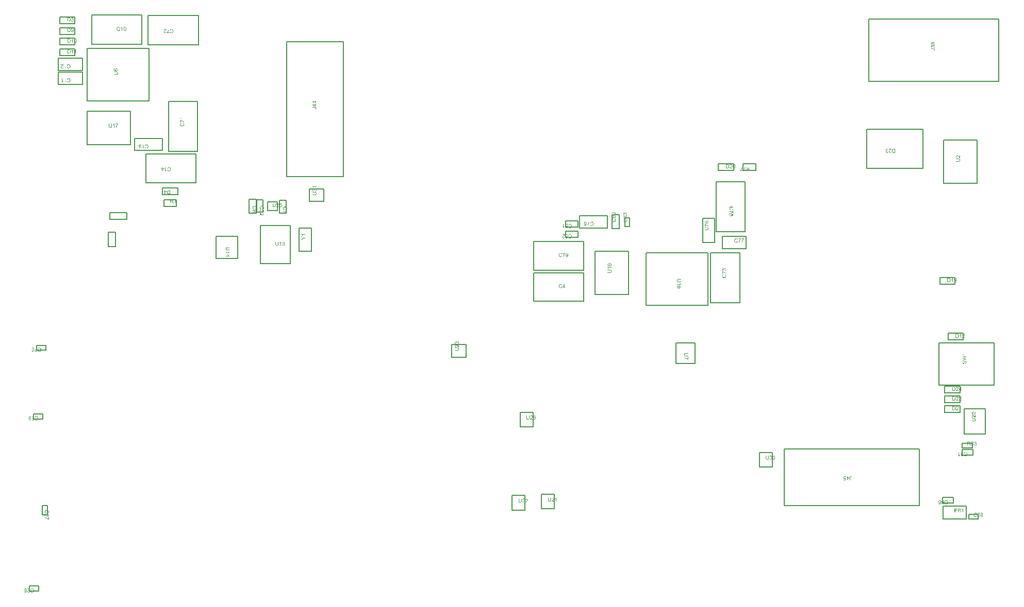
<source format=gbr>
G04*
G04 #@! TF.GenerationSoftware,Altium Limited,Altium Designer,23.7.1 (13)*
G04*
G04 Layer_Color=8388736*
%FSLAX25Y25*%
%MOIN*%
G70*
G04*
G04 #@! TF.SameCoordinates,AF00DCEB-AC48-4C7C-91EA-99F42E284231*
G04*
G04*
G04 #@! TF.FilePolarity,Positive*
G04*
G01*
G75*
%ADD15C,0.00787*%
G36*
X588988Y4611D02*
X589013Y4608D01*
X589046Y4604D01*
X589082Y4597D01*
X589122Y4586D01*
X589206Y4560D01*
X589253Y4542D01*
X589297Y4517D01*
X589344Y4491D01*
X589388Y4462D01*
X589432Y4425D01*
X589475Y4386D01*
X589479Y4382D01*
X589486Y4375D01*
X589497Y4364D01*
X589508Y4346D01*
X589526Y4320D01*
X589545Y4295D01*
X589563Y4262D01*
X589585Y4225D01*
X589607Y4185D01*
X589625Y4138D01*
X589643Y4087D01*
X589661Y4036D01*
X589672Y3978D01*
X589683Y3916D01*
X589690Y3854D01*
X589694Y3785D01*
Y3748D01*
X589690Y3723D01*
X589687Y3690D01*
X589683Y3654D01*
X589676Y3614D01*
X589665Y3570D01*
X589639Y3472D01*
X589621Y3421D01*
X589603Y3374D01*
X589577Y3323D01*
X589548Y3272D01*
X589515Y3224D01*
X589475Y3181D01*
X589472Y3177D01*
X589465Y3170D01*
X589454Y3159D01*
X589435Y3144D01*
X589414Y3130D01*
X589388Y3108D01*
X589359Y3090D01*
X589323Y3068D01*
X589286Y3046D01*
X589243Y3028D01*
X589151Y2991D01*
X589097Y2977D01*
X589042Y2966D01*
X588984Y2959D01*
X588926Y2955D01*
X588922D01*
X588915D01*
X588900D01*
X588886Y2959D01*
X588864D01*
X588838Y2962D01*
X588780Y2970D01*
X588715Y2984D01*
X588649Y3006D01*
X588580Y3039D01*
X588515Y3079D01*
X588511D01*
X588507Y3086D01*
X588489Y3101D01*
X588460Y3130D01*
X588423Y3170D01*
X588387Y3221D01*
X588347Y3283D01*
X588314Y3352D01*
X588289Y3435D01*
Y3432D01*
X588285Y3428D01*
X588281Y3417D01*
X588274Y3403D01*
X588260Y3370D01*
X588238Y3326D01*
X588209Y3279D01*
X588172Y3232D01*
X588132Y3188D01*
X588089Y3148D01*
X588081Y3144D01*
X588067Y3133D01*
X588038Y3119D01*
X588001Y3104D01*
X587954Y3086D01*
X587899Y3071D01*
X587838Y3060D01*
X587772Y3057D01*
X587768D01*
X587761D01*
X587746D01*
X587725Y3060D01*
X587703Y3064D01*
X587674Y3068D01*
X587612Y3082D01*
X587539Y3104D01*
X587463Y3141D01*
X587423Y3162D01*
X587383Y3188D01*
X587346Y3221D01*
X587310Y3254D01*
X587306Y3257D01*
X587302Y3264D01*
X587291Y3275D01*
X587281Y3290D01*
X587266Y3308D01*
X587251Y3334D01*
X587233Y3363D01*
X587215Y3392D01*
X587197Y3428D01*
X587179Y3468D01*
X587164Y3512D01*
X587149Y3559D01*
X587128Y3661D01*
X587124Y3719D01*
X587120Y3778D01*
Y3810D01*
X587124Y3832D01*
X587128Y3861D01*
X587131Y3894D01*
X587135Y3931D01*
X587146Y3967D01*
X587168Y4054D01*
X587200Y4142D01*
X587222Y4185D01*
X587248Y4229D01*
X587281Y4269D01*
X587313Y4309D01*
X587317Y4313D01*
X587321Y4316D01*
X587331Y4327D01*
X587346Y4342D01*
X587368Y4356D01*
X587390Y4375D01*
X587444Y4411D01*
X587513Y4447D01*
X587594Y4480D01*
X587685Y4506D01*
X587732Y4509D01*
X587783Y4513D01*
X587786D01*
X587790D01*
X587812D01*
X587845Y4509D01*
X587885Y4502D01*
X587936Y4491D01*
X587987Y4473D01*
X588038Y4451D01*
X588089Y4418D01*
X588096Y4415D01*
X588110Y4400D01*
X588132Y4378D01*
X588161Y4349D01*
X588194Y4309D01*
X588227Y4262D01*
X588260Y4207D01*
X588289Y4142D01*
Y4145D01*
X588293Y4153D01*
X588296Y4163D01*
X588303Y4178D01*
X588322Y4222D01*
X588347Y4273D01*
X588383Y4327D01*
X588423Y4386D01*
X588475Y4440D01*
X588533Y4491D01*
X588536D01*
X588540Y4495D01*
X588562Y4509D01*
X588598Y4531D01*
X588646Y4553D01*
X588704Y4575D01*
X588773Y4597D01*
X588849Y4611D01*
X588933Y4615D01*
X588937D01*
X588948D01*
X588966D01*
X588988Y4611D01*
D02*
G37*
G36*
X588962Y2649D02*
X588991Y2646D01*
X589024Y2638D01*
X589060Y2631D01*
X589101Y2624D01*
X589188Y2595D01*
X589235Y2573D01*
X589279Y2551D01*
X589326Y2522D01*
X589373Y2489D01*
X589421Y2453D01*
X589465Y2409D01*
X589468Y2405D01*
X589475Y2398D01*
X589486Y2383D01*
X589501Y2365D01*
X589519Y2344D01*
X589537Y2314D01*
X589559Y2282D01*
X589577Y2242D01*
X589599Y2201D01*
X589621Y2154D01*
X589639Y2107D01*
X589657Y2052D01*
X589672Y1994D01*
X589683Y1932D01*
X589690Y1870D01*
X589694Y1801D01*
Y1768D01*
X589690Y1746D01*
X589687Y1717D01*
X589683Y1685D01*
X589676Y1648D01*
X589668Y1608D01*
X589647Y1521D01*
X589610Y1430D01*
X589588Y1383D01*
X589563Y1339D01*
X589530Y1295D01*
X589497Y1252D01*
X589494Y1248D01*
X589486Y1241D01*
X589475Y1230D01*
X589461Y1219D01*
X589443Y1201D01*
X589417Y1182D01*
X589392Y1161D01*
X589359Y1139D01*
X589323Y1117D01*
X589286Y1095D01*
X589199Y1055D01*
X589097Y1022D01*
X589042Y1011D01*
X588984Y1004D01*
X588944Y1313D01*
X588948D01*
X588955Y1317D01*
X588970Y1321D01*
X588988Y1324D01*
X589010Y1328D01*
X589035Y1335D01*
X589090Y1353D01*
X589155Y1379D01*
X589217Y1412D01*
X589275Y1448D01*
X589326Y1492D01*
X589330Y1499D01*
X589344Y1514D01*
X589363Y1543D01*
X589381Y1579D01*
X589403Y1623D01*
X589421Y1677D01*
X589435Y1739D01*
X589439Y1805D01*
Y1827D01*
X589435Y1841D01*
X589432Y1881D01*
X589421Y1932D01*
X589403Y1990D01*
X589377Y2052D01*
X589341Y2114D01*
X589290Y2172D01*
X589283Y2180D01*
X589261Y2198D01*
X589228Y2220D01*
X589184Y2249D01*
X589130Y2278D01*
X589068Y2300D01*
X588995Y2318D01*
X588915Y2325D01*
X588911D01*
X588904D01*
X588893D01*
X588878Y2322D01*
X588838Y2318D01*
X588791Y2307D01*
X588733Y2293D01*
X588675Y2267D01*
X588616Y2231D01*
X588562Y2183D01*
X588555Y2176D01*
X588540Y2158D01*
X588518Y2129D01*
X588493Y2089D01*
X588467Y2038D01*
X588445Y1976D01*
X588431Y1907D01*
X588423Y1830D01*
Y1798D01*
X588427Y1772D01*
X588431Y1739D01*
X588438Y1703D01*
X588445Y1659D01*
X588456Y1612D01*
X588183Y1648D01*
Y1666D01*
X588187Y1681D01*
Y1728D01*
X588180Y1768D01*
X588172Y1816D01*
X588161Y1870D01*
X588143Y1932D01*
X588118Y1990D01*
X588085Y2052D01*
Y2056D01*
X588081Y2060D01*
X588067Y2078D01*
X588041Y2103D01*
X588009Y2132D01*
X587961Y2162D01*
X587907Y2187D01*
X587845Y2205D01*
X587808Y2212D01*
X587768D01*
X587765D01*
X587761D01*
X587739D01*
X587710Y2205D01*
X587670Y2198D01*
X587626Y2183D01*
X587579Y2165D01*
X587532Y2136D01*
X587488Y2096D01*
X587484Y2092D01*
X587470Y2074D01*
X587452Y2049D01*
X587430Y2016D01*
X587412Y1972D01*
X587393Y1921D01*
X587379Y1863D01*
X587375Y1798D01*
Y1768D01*
X587383Y1736D01*
X587390Y1692D01*
X587404Y1645D01*
X587423Y1597D01*
X587452Y1546D01*
X587488Y1499D01*
X587492Y1495D01*
X587510Y1481D01*
X587535Y1459D01*
X587572Y1433D01*
X587619Y1408D01*
X587677Y1383D01*
X587746Y1361D01*
X587827Y1346D01*
X587772Y1037D01*
X587768D01*
X587757Y1040D01*
X587743Y1044D01*
X587721Y1048D01*
X587696Y1055D01*
X587666Y1066D01*
X587597Y1088D01*
X587517Y1124D01*
X587437Y1168D01*
X587361Y1222D01*
X587291Y1292D01*
X587288Y1295D01*
X587284Y1302D01*
X587277Y1313D01*
X587266Y1328D01*
X587251Y1346D01*
X587237Y1372D01*
X587222Y1397D01*
X587204Y1430D01*
X587175Y1503D01*
X587146Y1586D01*
X587128Y1685D01*
X587120Y1736D01*
Y1827D01*
X587124Y1867D01*
X587131Y1914D01*
X587142Y1972D01*
X587160Y2038D01*
X587182Y2103D01*
X587211Y2169D01*
Y2172D01*
X587215Y2176D01*
X587226Y2198D01*
X587248Y2231D01*
X587273Y2267D01*
X587310Y2311D01*
X587350Y2354D01*
X587397Y2398D01*
X587452Y2434D01*
X587459Y2438D01*
X587477Y2449D01*
X587510Y2464D01*
X587550Y2482D01*
X587597Y2500D01*
X587652Y2514D01*
X587714Y2526D01*
X587776Y2529D01*
X587783D01*
X587805D01*
X587834Y2526D01*
X587874Y2518D01*
X587921Y2507D01*
X587972Y2489D01*
X588023Y2467D01*
X588074Y2438D01*
X588081Y2434D01*
X588096Y2424D01*
X588121Y2402D01*
X588151Y2373D01*
X588183Y2336D01*
X588220Y2293D01*
X588252Y2242D01*
X588285Y2180D01*
Y2183D01*
X588289Y2191D01*
X588293Y2201D01*
X588296Y2216D01*
X588311Y2256D01*
X588333Y2307D01*
X588362Y2365D01*
X588398Y2424D01*
X588445Y2478D01*
X588500Y2529D01*
X588507Y2533D01*
X588529Y2547D01*
X588565Y2569D01*
X588613Y2591D01*
X588671Y2613D01*
X588740Y2635D01*
X588820Y2649D01*
X588908Y2653D01*
X588911D01*
X588922D01*
X588940D01*
X588962Y2649D01*
D02*
G37*
G36*
X588930Y578D02*
X588959D01*
X589028Y571D01*
X589108Y563D01*
X589192Y549D01*
X589268Y527D01*
X589341Y502D01*
X589344D01*
X589348Y498D01*
X589370Y487D01*
X589399Y469D01*
X589439Y443D01*
X589479Y407D01*
X589523Y367D01*
X589567Y316D01*
X589603Y258D01*
X589607Y250D01*
X589617Y229D01*
X589632Y196D01*
X589647Y149D01*
X589665Y90D01*
X589679Y25D01*
X589690Y-48D01*
X589694Y-128D01*
Y-161D01*
X589690Y-183D01*
X589687Y-212D01*
X589683Y-241D01*
X589668Y-317D01*
X589647Y-397D01*
X589614Y-481D01*
X589592Y-525D01*
X589567Y-565D01*
X589537Y-601D01*
X589505Y-638D01*
X589501Y-641D01*
X589497Y-645D01*
X589483Y-652D01*
X589468Y-663D01*
X589450Y-678D01*
X589425Y-692D01*
X589395Y-707D01*
X589363Y-725D01*
X589326Y-740D01*
X589283Y-754D01*
X589239Y-769D01*
X589188Y-783D01*
X589133Y-791D01*
X589071Y-802D01*
X589010Y-805D01*
X588940D01*
X588897Y-503D01*
X588900D01*
X588908D01*
X588922D01*
X588944Y-499D01*
X588966Y-496D01*
X588991D01*
X589053Y-485D01*
X589119Y-474D01*
X589184Y-452D01*
X589243Y-430D01*
X589268Y-416D01*
X589290Y-397D01*
X589293Y-394D01*
X589304Y-379D01*
X589323Y-357D01*
X589341Y-328D01*
X589363Y-288D01*
X589377Y-245D01*
X589392Y-190D01*
X589395Y-132D01*
Y-110D01*
X589392Y-88D01*
X589388Y-55D01*
X589381Y-22D01*
X589373Y14D01*
X589359Y50D01*
X589341Y87D01*
X589337Y90D01*
X589330Y101D01*
X589315Y116D01*
X589301Y138D01*
X589275Y156D01*
X589250Y178D01*
X589221Y196D01*
X589184Y210D01*
X589181D01*
X589166Y218D01*
X589141Y221D01*
X589108Y229D01*
X589064Y236D01*
X589010Y240D01*
X588944Y247D01*
X588868D01*
X587131D01*
Y582D01*
X588849D01*
X588853D01*
X588864D01*
X588878D01*
X588900D01*
X588930Y578D01*
D02*
G37*
G36*
X425397Y-149154D02*
X423941D01*
X423938D01*
X423927D01*
X423908D01*
X423887D01*
X423861Y-149157D01*
X423828D01*
X423759Y-149161D01*
X423679Y-149168D01*
X423599Y-149179D01*
X423523Y-149194D01*
X423490Y-149201D01*
X423457Y-149212D01*
X423450Y-149216D01*
X423432Y-149223D01*
X423406Y-149241D01*
X423370Y-149263D01*
X423333Y-149288D01*
X423293Y-149325D01*
X423253Y-149369D01*
X423220Y-149419D01*
X423217Y-149427D01*
X423206Y-149445D01*
X423195Y-149478D01*
X423180Y-149521D01*
X423162Y-149572D01*
X423151Y-149638D01*
X423140Y-149707D01*
X423137Y-149784D01*
Y-149820D01*
X423140Y-149842D01*
Y-149874D01*
X423144Y-149907D01*
X423159Y-149987D01*
X423177Y-150075D01*
X423206Y-150158D01*
X423246Y-150239D01*
X423271Y-150275D01*
X423301Y-150308D01*
X423304Y-150311D01*
X423308Y-150315D01*
X423319Y-150322D01*
X423333Y-150333D01*
X423355Y-150344D01*
X423377Y-150359D01*
X423410Y-150373D01*
X423443Y-150388D01*
X423483Y-150402D01*
X423530Y-150413D01*
X423584Y-150428D01*
X423643Y-150439D01*
X423708Y-150450D01*
X423777Y-150457D01*
X423857Y-150464D01*
X423941D01*
X425397D01*
Y-150799D01*
X423941D01*
X423938D01*
X423923D01*
X423905D01*
X423879D01*
X423846Y-150795D01*
X423810D01*
X423766Y-150792D01*
X423723Y-150788D01*
X423625Y-150777D01*
X423523Y-150763D01*
X423424Y-150741D01*
X423377Y-150726D01*
X423333Y-150712D01*
X423330D01*
X423322Y-150708D01*
X423311Y-150701D01*
X423297Y-150694D01*
X423257Y-150672D01*
X423206Y-150639D01*
X423148Y-150595D01*
X423089Y-150544D01*
X423028Y-150479D01*
X422973Y-150399D01*
Y-150395D01*
X422966Y-150388D01*
X422962Y-150377D01*
X422951Y-150359D01*
X422940Y-150337D01*
X422929Y-150308D01*
X422918Y-150278D01*
X422904Y-150242D01*
X422889Y-150202D01*
X422878Y-150158D01*
X422867Y-150111D01*
X422856Y-150057D01*
X422849Y-150002D01*
X422842Y-149944D01*
X422835Y-149813D01*
Y-149780D01*
X422838Y-149754D01*
Y-149725D01*
X422842Y-149689D01*
X422846Y-149649D01*
X422849Y-149609D01*
X422864Y-149518D01*
X422886Y-149419D01*
X422915Y-149325D01*
X422955Y-149234D01*
Y-149230D01*
X422962Y-149223D01*
X422969Y-149212D01*
X422977Y-149197D01*
X423006Y-149157D01*
X423046Y-149110D01*
X423097Y-149056D01*
X423155Y-149004D01*
X423228Y-148953D01*
X423308Y-148914D01*
X423311D01*
X423319Y-148910D01*
X423333Y-148906D01*
X423351Y-148899D01*
X423373Y-148892D01*
X423402Y-148884D01*
X423435Y-148873D01*
X423475Y-148866D01*
X423519Y-148859D01*
X423566Y-148848D01*
X423617Y-148841D01*
X423672Y-148833D01*
X423734Y-148826D01*
X423799Y-148822D01*
X423868Y-148819D01*
X423941D01*
X425397D01*
Y-149154D01*
D02*
G37*
G36*
X424775Y-151469D02*
X424782Y-151476D01*
X424786Y-151491D01*
X424797Y-151509D01*
X424808Y-151531D01*
X424822Y-151556D01*
X424858Y-151618D01*
X424898Y-151691D01*
X424949Y-151764D01*
X425008Y-151840D01*
X425070Y-151917D01*
X425073Y-151920D01*
X425077Y-151924D01*
X425088Y-151935D01*
X425099Y-151949D01*
X425135Y-151982D01*
X425179Y-152026D01*
X425230Y-152069D01*
X425288Y-152117D01*
X425346Y-152157D01*
X425408Y-152193D01*
Y-152393D01*
X422878D01*
Y-152084D01*
X424848D01*
X424844Y-152080D01*
X424829Y-152062D01*
X424808Y-152040D01*
X424782Y-152004D01*
X424749Y-151964D01*
X424713Y-151913D01*
X424673Y-151855D01*
X424633Y-151789D01*
Y-151786D01*
X424629Y-151782D01*
X424615Y-151760D01*
X424596Y-151724D01*
X424575Y-151680D01*
X424549Y-151629D01*
X424524Y-151574D01*
X424498Y-151520D01*
X424476Y-151465D01*
X424775D01*
Y-151469D01*
D02*
G37*
G36*
X423643Y-153187D02*
X423665D01*
X423690Y-153191D01*
X423748Y-153198D01*
X423814Y-153212D01*
X423879Y-153234D01*
X423948Y-153267D01*
X424014Y-153307D01*
X424018D01*
X424021Y-153314D01*
X424039Y-153329D01*
X424069Y-153358D01*
X424105Y-153398D01*
X424141Y-153449D01*
X424181Y-153511D01*
X424214Y-153580D01*
X424240Y-153664D01*
Y-153660D01*
X424243Y-153656D01*
X424247Y-153646D01*
X424254Y-153631D01*
X424269Y-153598D01*
X424291Y-153554D01*
X424320Y-153507D01*
X424356Y-153460D01*
X424396Y-153416D01*
X424440Y-153376D01*
X424447Y-153373D01*
X424462Y-153362D01*
X424491Y-153347D01*
X424527Y-153332D01*
X424575Y-153314D01*
X424629Y-153300D01*
X424691Y-153289D01*
X424756Y-153285D01*
X424760D01*
X424767D01*
X424782D01*
X424804Y-153289D01*
X424826Y-153292D01*
X424855Y-153296D01*
X424917Y-153311D01*
X424990Y-153332D01*
X425066Y-153369D01*
X425106Y-153391D01*
X425146Y-153416D01*
X425182Y-153449D01*
X425219Y-153482D01*
X425222Y-153485D01*
X425226Y-153493D01*
X425237Y-153504D01*
X425248Y-153518D01*
X425262Y-153536D01*
X425277Y-153562D01*
X425295Y-153591D01*
X425313Y-153620D01*
X425332Y-153656D01*
X425350Y-153697D01*
X425364Y-153740D01*
X425379Y-153788D01*
X425401Y-153889D01*
X425404Y-153948D01*
X425408Y-154006D01*
Y-154039D01*
X425404Y-154060D01*
X425401Y-154090D01*
X425397Y-154122D01*
X425393Y-154159D01*
X425383Y-154195D01*
X425361Y-154282D01*
X425328Y-154370D01*
X425306Y-154414D01*
X425281Y-154457D01*
X425248Y-154497D01*
X425215Y-154537D01*
X425211Y-154541D01*
X425208Y-154545D01*
X425197Y-154555D01*
X425182Y-154570D01*
X425161Y-154585D01*
X425139Y-154603D01*
X425084Y-154639D01*
X425015Y-154676D01*
X424935Y-154708D01*
X424844Y-154734D01*
X424797Y-154737D01*
X424746Y-154741D01*
X424742D01*
X424738D01*
X424717D01*
X424684Y-154737D01*
X424644Y-154730D01*
X424593Y-154719D01*
X424542Y-154701D01*
X424491Y-154679D01*
X424440Y-154647D01*
X424433Y-154643D01*
X424418Y-154628D01*
X424396Y-154606D01*
X424367Y-154577D01*
X424334Y-154537D01*
X424301Y-154490D01*
X424269Y-154435D01*
X424240Y-154370D01*
Y-154374D01*
X424236Y-154381D01*
X424232Y-154392D01*
X424225Y-154406D01*
X424207Y-154450D01*
X424181Y-154501D01*
X424145Y-154555D01*
X424105Y-154614D01*
X424054Y-154668D01*
X423996Y-154719D01*
X423992D01*
X423988Y-154723D01*
X423967Y-154737D01*
X423930Y-154759D01*
X423883Y-154781D01*
X423825Y-154803D01*
X423756Y-154825D01*
X423679Y-154839D01*
X423595Y-154843D01*
X423592D01*
X423581D01*
X423563D01*
X423541Y-154839D01*
X423515Y-154836D01*
X423483Y-154832D01*
X423446Y-154825D01*
X423406Y-154814D01*
X423322Y-154788D01*
X423275Y-154770D01*
X423231Y-154745D01*
X423184Y-154719D01*
X423140Y-154690D01*
X423097Y-154654D01*
X423053Y-154614D01*
X423049Y-154610D01*
X423042Y-154603D01*
X423031Y-154592D01*
X423020Y-154574D01*
X423002Y-154548D01*
X422984Y-154523D01*
X422966Y-154490D01*
X422944Y-154454D01*
X422922Y-154414D01*
X422904Y-154366D01*
X422886Y-154315D01*
X422867Y-154264D01*
X422856Y-154206D01*
X422846Y-154144D01*
X422838Y-154082D01*
X422835Y-154013D01*
Y-153977D01*
X422838Y-153951D01*
X422842Y-153919D01*
X422846Y-153882D01*
X422853Y-153842D01*
X422864Y-153798D01*
X422889Y-153700D01*
X422907Y-153649D01*
X422926Y-153602D01*
X422951Y-153551D01*
X422980Y-153500D01*
X423013Y-153453D01*
X423053Y-153409D01*
X423057Y-153405D01*
X423064Y-153398D01*
X423075Y-153387D01*
X423093Y-153373D01*
X423115Y-153358D01*
X423140Y-153336D01*
X423170Y-153318D01*
X423206Y-153296D01*
X423242Y-153274D01*
X423286Y-153256D01*
X423377Y-153220D01*
X423432Y-153205D01*
X423486Y-153194D01*
X423544Y-153187D01*
X423603Y-153183D01*
X423606D01*
X423614D01*
X423628D01*
X423643Y-153187D01*
D02*
G37*
G36*
X163398Y-101199D02*
Y-101203D01*
Y-101217D01*
Y-101236D01*
Y-101261D01*
X163394Y-101294D01*
Y-101330D01*
X163390Y-101374D01*
X163387Y-101418D01*
X163376Y-101516D01*
X163361Y-101618D01*
X163339Y-101716D01*
X163325Y-101763D01*
X163310Y-101807D01*
Y-101811D01*
X163306Y-101818D01*
X163299Y-101829D01*
X163292Y-101844D01*
X163270Y-101884D01*
X163237Y-101935D01*
X163194Y-101993D01*
X163143Y-102051D01*
X163077Y-102113D01*
X162997Y-102167D01*
X162994D01*
X162986Y-102175D01*
X162975Y-102178D01*
X162957Y-102189D01*
X162935Y-102200D01*
X162906Y-102211D01*
X162877Y-102222D01*
X162841Y-102237D01*
X162801Y-102251D01*
X162757Y-102262D01*
X162709Y-102273D01*
X162655Y-102284D01*
X162600Y-102291D01*
X162542Y-102298D01*
X162411Y-102306D01*
X162378D01*
X162353Y-102302D01*
X162324D01*
X162287Y-102298D01*
X162247Y-102295D01*
X162207Y-102291D01*
X162116Y-102277D01*
X162018Y-102255D01*
X161923Y-102226D01*
X161832Y-102186D01*
X161829D01*
X161821Y-102178D01*
X161810Y-102171D01*
X161796Y-102164D01*
X161756Y-102135D01*
X161708Y-102095D01*
X161654Y-102044D01*
X161603Y-101986D01*
X161552Y-101913D01*
X161512Y-101833D01*
Y-101829D01*
X161508Y-101822D01*
X161505Y-101807D01*
X161497Y-101789D01*
X161490Y-101767D01*
X161483Y-101738D01*
X161472Y-101705D01*
X161465Y-101665D01*
X161457Y-101621D01*
X161446Y-101574D01*
X161439Y-101523D01*
X161432Y-101469D01*
X161425Y-101407D01*
X161421Y-101341D01*
X161417Y-101272D01*
Y-101199D01*
Y-99743D01*
X161752D01*
Y-101199D01*
Y-101203D01*
Y-101214D01*
Y-101232D01*
Y-101254D01*
X161756Y-101279D01*
Y-101312D01*
X161759Y-101381D01*
X161767Y-101461D01*
X161778Y-101541D01*
X161792Y-101618D01*
X161800Y-101651D01*
X161810Y-101683D01*
X161814Y-101691D01*
X161821Y-101709D01*
X161840Y-101734D01*
X161861Y-101771D01*
X161887Y-101807D01*
X161923Y-101847D01*
X161967Y-101887D01*
X162018Y-101920D01*
X162025Y-101924D01*
X162043Y-101935D01*
X162076Y-101945D01*
X162120Y-101960D01*
X162171Y-101978D01*
X162236Y-101989D01*
X162305Y-102000D01*
X162382Y-102004D01*
X162418D01*
X162440Y-102000D01*
X162473D01*
X162506Y-101996D01*
X162586Y-101982D01*
X162673Y-101964D01*
X162757Y-101935D01*
X162837Y-101894D01*
X162873Y-101869D01*
X162906Y-101840D01*
X162910Y-101836D01*
X162913Y-101833D01*
X162921Y-101822D01*
X162932Y-101807D01*
X162943Y-101785D01*
X162957Y-101763D01*
X162972Y-101731D01*
X162986Y-101698D01*
X163001Y-101658D01*
X163012Y-101611D01*
X163026Y-101556D01*
X163037Y-101498D01*
X163048Y-101432D01*
X163055Y-101363D01*
X163063Y-101283D01*
Y-101199D01*
Y-99743D01*
X163398D01*
Y-101199D01*
D02*
G37*
G36*
X167336Y-100071D02*
X166328D01*
X166193Y-100751D01*
X166197Y-100748D01*
X166204Y-100744D01*
X166215Y-100737D01*
X166233Y-100726D01*
X166255Y-100715D01*
X166280Y-100700D01*
X166339Y-100671D01*
X166411Y-100642D01*
X166491Y-100617D01*
X166579Y-100599D01*
X166622Y-100591D01*
X166703D01*
X166725Y-100595D01*
X166754Y-100599D01*
X166786Y-100602D01*
X166823Y-100610D01*
X166863Y-100620D01*
X166950Y-100646D01*
X166998Y-100664D01*
X167045Y-100690D01*
X167092Y-100715D01*
X167139Y-100744D01*
X167183Y-100781D01*
X167227Y-100821D01*
X167230Y-100824D01*
X167238Y-100832D01*
X167249Y-100842D01*
X167263Y-100861D01*
X167281Y-100886D01*
X167300Y-100912D01*
X167321Y-100944D01*
X167343Y-100981D01*
X167361Y-101021D01*
X167383Y-101065D01*
X167402Y-101116D01*
X167420Y-101166D01*
X167434Y-101221D01*
X167445Y-101283D01*
X167452Y-101345D01*
X167456Y-101410D01*
Y-101414D01*
Y-101425D01*
Y-101443D01*
X167452Y-101469D01*
X167449Y-101498D01*
X167445Y-101531D01*
X167438Y-101570D01*
X167431Y-101611D01*
X167409Y-101705D01*
X167372Y-101804D01*
X167350Y-101854D01*
X167321Y-101902D01*
X167292Y-101953D01*
X167256Y-102000D01*
X167252Y-102004D01*
X167245Y-102015D01*
X167230Y-102029D01*
X167212Y-102047D01*
X167187Y-102069D01*
X167158Y-102098D01*
X167121Y-102124D01*
X167081Y-102153D01*
X167037Y-102182D01*
X166987Y-102208D01*
X166932Y-102233D01*
X166874Y-102259D01*
X166812Y-102277D01*
X166743Y-102291D01*
X166670Y-102302D01*
X166593Y-102306D01*
X166561D01*
X166535Y-102302D01*
X166506Y-102298D01*
X166473Y-102295D01*
X166433Y-102291D01*
X166393Y-102280D01*
X166302Y-102259D01*
X166211Y-102226D01*
X166164Y-102204D01*
X166117Y-102178D01*
X166073Y-102149D01*
X166029Y-102117D01*
X166026Y-102113D01*
X166018Y-102109D01*
X166011Y-102095D01*
X165997Y-102080D01*
X165978Y-102062D01*
X165960Y-102040D01*
X165938Y-102011D01*
X165920Y-101978D01*
X165898Y-101945D01*
X165876Y-101905D01*
X165836Y-101818D01*
X165804Y-101716D01*
X165793Y-101662D01*
X165785Y-101603D01*
X166109Y-101578D01*
Y-101581D01*
Y-101589D01*
X166113Y-101600D01*
X166117Y-101618D01*
X166128Y-101658D01*
X166142Y-101713D01*
X166164Y-101767D01*
X166193Y-101829D01*
X166229Y-101884D01*
X166273Y-101935D01*
X166280Y-101938D01*
X166295Y-101953D01*
X166324Y-101971D01*
X166364Y-101993D01*
X166408Y-102015D01*
X166462Y-102033D01*
X166524Y-102047D01*
X166593Y-102051D01*
X166615D01*
X166630Y-102047D01*
X166674Y-102044D01*
X166725Y-102029D01*
X166786Y-102011D01*
X166848Y-101982D01*
X166914Y-101938D01*
X166943Y-101913D01*
X166972Y-101884D01*
X166976Y-101880D01*
X166979Y-101876D01*
X166987Y-101865D01*
X166998Y-101854D01*
X167023Y-101814D01*
X167052Y-101763D01*
X167078Y-101701D01*
X167103Y-101625D01*
X167121Y-101534D01*
X167129Y-101487D01*
Y-101436D01*
Y-101432D01*
Y-101425D01*
Y-101410D01*
X167125Y-101392D01*
Y-101370D01*
X167121Y-101345D01*
X167110Y-101287D01*
X167092Y-101217D01*
X167067Y-101148D01*
X167030Y-101083D01*
X166979Y-101021D01*
Y-101017D01*
X166972Y-101014D01*
X166954Y-100995D01*
X166921Y-100970D01*
X166877Y-100941D01*
X166819Y-100915D01*
X166754Y-100890D01*
X166677Y-100872D01*
X166633Y-100864D01*
X166564D01*
X166535Y-100868D01*
X166499Y-100872D01*
X166455Y-100883D01*
X166411Y-100893D01*
X166364Y-100912D01*
X166317Y-100934D01*
X166313Y-100937D01*
X166299Y-100944D01*
X166277Y-100963D01*
X166248Y-100981D01*
X166218Y-101006D01*
X166189Y-101039D01*
X166157Y-101072D01*
X166131Y-101112D01*
X165840Y-101072D01*
X166084Y-99776D01*
X167336D01*
Y-100071D01*
D02*
G37*
G36*
X164723Y-99736D02*
X164752Y-99740D01*
X164788Y-99743D01*
X164828Y-99751D01*
X164868Y-99758D01*
X164963Y-99783D01*
X165057Y-99820D01*
X165105Y-99841D01*
X165152Y-99867D01*
X165196Y-99900D01*
X165236Y-99936D01*
X165239Y-99940D01*
X165247Y-99943D01*
X165254Y-99958D01*
X165269Y-99973D01*
X165287Y-99991D01*
X165305Y-100016D01*
X165323Y-100042D01*
X165345Y-100075D01*
X165381Y-100144D01*
X165418Y-100231D01*
X165432Y-100275D01*
X165439Y-100326D01*
X165447Y-100377D01*
X165451Y-100431D01*
Y-100438D01*
Y-100457D01*
X165447Y-100486D01*
X165443Y-100526D01*
X165436Y-100569D01*
X165421Y-100620D01*
X165407Y-100675D01*
X165385Y-100730D01*
X165381Y-100737D01*
X165374Y-100755D01*
X165359Y-100784D01*
X165338Y-100824D01*
X165308Y-100868D01*
X165272Y-100923D01*
X165228Y-100977D01*
X165177Y-101039D01*
X165170Y-101046D01*
X165152Y-101068D01*
X165134Y-101086D01*
X165116Y-101105D01*
X165094Y-101126D01*
X165065Y-101156D01*
X165035Y-101185D01*
X164999Y-101217D01*
X164963Y-101254D01*
X164919Y-101294D01*
X164872Y-101334D01*
X164821Y-101381D01*
X164762Y-101428D01*
X164704Y-101479D01*
X164701Y-101483D01*
X164693Y-101490D01*
X164679Y-101501D01*
X164661Y-101516D01*
X164639Y-101538D01*
X164613Y-101560D01*
X164555Y-101607D01*
X164493Y-101662D01*
X164435Y-101716D01*
X164384Y-101763D01*
X164362Y-101782D01*
X164344Y-101800D01*
X164340Y-101804D01*
X164329Y-101814D01*
X164315Y-101829D01*
X164297Y-101851D01*
X164278Y-101876D01*
X164257Y-101902D01*
X164213Y-101964D01*
X165454D01*
Y-102262D01*
X163783D01*
Y-102259D01*
Y-102244D01*
Y-102222D01*
X163787Y-102193D01*
X163791Y-102160D01*
X163798Y-102124D01*
X163805Y-102087D01*
X163820Y-102047D01*
Y-102044D01*
X163823Y-102040D01*
X163831Y-102018D01*
X163845Y-101986D01*
X163867Y-101942D01*
X163896Y-101891D01*
X163933Y-101833D01*
X163973Y-101774D01*
X164024Y-101713D01*
Y-101709D01*
X164031Y-101705D01*
X164049Y-101683D01*
X164082Y-101651D01*
X164129Y-101603D01*
X164184Y-101549D01*
X164253Y-101483D01*
X164337Y-101410D01*
X164428Y-101334D01*
X164431Y-101330D01*
X164446Y-101319D01*
X164468Y-101301D01*
X164493Y-101279D01*
X164526Y-101250D01*
X164566Y-101217D01*
X164606Y-101181D01*
X164653Y-101141D01*
X164744Y-101054D01*
X164835Y-100966D01*
X164879Y-100923D01*
X164919Y-100879D01*
X164955Y-100839D01*
X164985Y-100799D01*
Y-100795D01*
X164992Y-100792D01*
X164999Y-100781D01*
X165006Y-100766D01*
X165032Y-100726D01*
X165061Y-100679D01*
X165086Y-100620D01*
X165112Y-100559D01*
X165127Y-100489D01*
X165134Y-100424D01*
Y-100420D01*
Y-100417D01*
X165130Y-100395D01*
X165127Y-100358D01*
X165116Y-100318D01*
X165101Y-100267D01*
X165076Y-100216D01*
X165043Y-100165D01*
X164999Y-100115D01*
X164992Y-100107D01*
X164974Y-100093D01*
X164948Y-100075D01*
X164908Y-100049D01*
X164857Y-100027D01*
X164799Y-100005D01*
X164730Y-99991D01*
X164653Y-99987D01*
X164631D01*
X164617Y-99991D01*
X164573Y-99994D01*
X164522Y-100005D01*
X164468Y-100020D01*
X164406Y-100045D01*
X164348Y-100078D01*
X164293Y-100122D01*
X164286Y-100129D01*
X164271Y-100147D01*
X164249Y-100176D01*
X164227Y-100220D01*
X164202Y-100271D01*
X164180Y-100337D01*
X164165Y-100409D01*
X164158Y-100493D01*
X163842Y-100460D01*
Y-100457D01*
X163845Y-100446D01*
Y-100427D01*
X163849Y-100402D01*
X163856Y-100373D01*
X163863Y-100340D01*
X163874Y-100300D01*
X163885Y-100260D01*
X163914Y-100173D01*
X163958Y-100085D01*
X163984Y-100042D01*
X164016Y-99998D01*
X164049Y-99958D01*
X164085Y-99922D01*
X164089Y-99918D01*
X164096Y-99914D01*
X164107Y-99903D01*
X164126Y-99892D01*
X164147Y-99878D01*
X164173Y-99863D01*
X164202Y-99845D01*
X164238Y-99827D01*
X164278Y-99809D01*
X164322Y-99791D01*
X164369Y-99776D01*
X164420Y-99761D01*
X164475Y-99751D01*
X164533Y-99740D01*
X164595Y-99736D01*
X164661Y-99732D01*
X164697D01*
X164723Y-99736D01*
D02*
G37*
G36*
X96130Y12942D02*
X96163D01*
X96203Y12939D01*
X96247Y12931D01*
X96298Y12924D01*
X96403Y12906D01*
X96513Y12877D01*
X96622Y12837D01*
X96673Y12811D01*
X96724Y12782D01*
X96727Y12778D01*
X96734Y12775D01*
X96749Y12764D01*
X96764Y12749D01*
X96785Y12735D01*
X96811Y12713D01*
X96840Y12687D01*
X96869Y12658D01*
X96898Y12626D01*
X96931Y12593D01*
X96997Y12509D01*
X97058Y12411D01*
X97113Y12302D01*
Y12298D01*
X97120Y12287D01*
X97124Y12269D01*
X97135Y12247D01*
X97142Y12218D01*
X97153Y12181D01*
X97168Y12141D01*
X97179Y12098D01*
X97189Y12050D01*
X97204Y11996D01*
X97222Y11883D01*
X97237Y11756D01*
X97244Y11625D01*
Y11621D01*
Y11606D01*
Y11585D01*
X97240Y11559D01*
Y11523D01*
X97237Y11486D01*
X97233Y11439D01*
X97226Y11392D01*
X97208Y11286D01*
X97182Y11169D01*
X97146Y11053D01*
X97095Y10940D01*
X97091Y10937D01*
X97088Y10926D01*
X97080Y10911D01*
X97066Y10893D01*
X97051Y10867D01*
X97033Y10838D01*
X96986Y10773D01*
X96924Y10700D01*
X96851Y10627D01*
X96767Y10554D01*
X96669Y10492D01*
X96665Y10489D01*
X96654Y10485D01*
X96640Y10478D01*
X96622Y10467D01*
X96592Y10456D01*
X96563Y10445D01*
X96527Y10431D01*
X96487Y10416D01*
X96443Y10402D01*
X96396Y10387D01*
X96294Y10365D01*
X96178Y10347D01*
X96057Y10340D01*
X96021D01*
X95996Y10343D01*
X95963Y10347D01*
X95923Y10351D01*
X95883Y10354D01*
X95835Y10365D01*
X95737Y10387D01*
X95628Y10420D01*
X95573Y10441D01*
X95522Y10467D01*
X95471Y10500D01*
X95420Y10532D01*
X95417Y10536D01*
X95410Y10540D01*
X95395Y10551D01*
X95377Y10569D01*
X95359Y10587D01*
X95333Y10613D01*
X95308Y10642D01*
X95279Y10671D01*
X95249Y10707D01*
X95220Y10751D01*
X95187Y10795D01*
X95158Y10842D01*
X95133Y10897D01*
X95104Y10951D01*
X95082Y11009D01*
X95060Y11075D01*
X95388Y11151D01*
Y11148D01*
X95391Y11140D01*
X95399Y11126D01*
X95406Y11108D01*
X95413Y11086D01*
X95424Y11057D01*
X95453Y10998D01*
X95490Y10933D01*
X95533Y10867D01*
X95588Y10806D01*
X95646Y10751D01*
X95653Y10744D01*
X95675Y10729D01*
X95712Y10711D01*
X95759Y10685D01*
X95821Y10664D01*
X95890Y10642D01*
X95974Y10627D01*
X96065Y10623D01*
X96094D01*
X96112Y10627D01*
X96137D01*
X96167Y10631D01*
X96236Y10642D01*
X96312Y10656D01*
X96392Y10682D01*
X96476Y10718D01*
X96552Y10766D01*
X96556D01*
X96560Y10773D01*
X96585Y10791D01*
X96618Y10820D01*
X96658Y10864D01*
X96705Y10918D01*
X96749Y10980D01*
X96789Y11057D01*
X96825Y11140D01*
Y11144D01*
X96829Y11151D01*
X96833Y11162D01*
X96836Y11180D01*
X96844Y11202D01*
X96851Y11228D01*
X96862Y11290D01*
X96876Y11362D01*
X96891Y11443D01*
X96898Y11530D01*
X96902Y11625D01*
Y11628D01*
Y11639D01*
Y11657D01*
Y11679D01*
X96898Y11705D01*
Y11737D01*
X96895Y11774D01*
X96891Y11814D01*
X96880Y11901D01*
X96862Y11996D01*
X96840Y12090D01*
X96811Y12185D01*
Y12189D01*
X96807Y12196D01*
X96800Y12207D01*
X96793Y12225D01*
X96771Y12269D01*
X96738Y12320D01*
X96698Y12378D01*
X96647Y12440D01*
X96589Y12494D01*
X96520Y12545D01*
X96516D01*
X96509Y12549D01*
X96498Y12556D01*
X96483Y12564D01*
X96465Y12571D01*
X96443Y12582D01*
X96392Y12604D01*
X96327Y12626D01*
X96254Y12644D01*
X96174Y12658D01*
X96090Y12662D01*
X96065D01*
X96043Y12658D01*
X96017D01*
X95992Y12655D01*
X95926Y12640D01*
X95850Y12622D01*
X95774Y12593D01*
X95693Y12553D01*
X95653Y12531D01*
X95617Y12502D01*
X95613Y12498D01*
X95610Y12494D01*
X95599Y12484D01*
X95584Y12473D01*
X95570Y12454D01*
X95552Y12433D01*
X95530Y12411D01*
X95512Y12382D01*
X95490Y12349D01*
X95464Y12313D01*
X95442Y12276D01*
X95420Y12232D01*
X95402Y12185D01*
X95384Y12134D01*
X95366Y12079D01*
X95351Y12021D01*
X95016Y12105D01*
Y12109D01*
X95020Y12123D01*
X95027Y12145D01*
X95038Y12174D01*
X95049Y12207D01*
X95064Y12247D01*
X95082Y12291D01*
X95104Y12338D01*
X95155Y12440D01*
X95220Y12542D01*
X95260Y12593D01*
X95300Y12644D01*
X95344Y12687D01*
X95395Y12731D01*
X95399Y12735D01*
X95406Y12742D01*
X95424Y12749D01*
X95442Y12764D01*
X95471Y12782D01*
X95500Y12800D01*
X95541Y12818D01*
X95581Y12837D01*
X95628Y12858D01*
X95679Y12877D01*
X95733Y12895D01*
X95792Y12913D01*
X95854Y12928D01*
X95919Y12935D01*
X95988Y12942D01*
X96061Y12946D01*
X96101D01*
X96130Y12942D01*
D02*
G37*
G36*
X94358Y12899D02*
Y12888D01*
Y12873D01*
X94354Y12851D01*
Y12822D01*
X94350Y12786D01*
X94347Y12746D01*
X94343Y12702D01*
X94336Y12651D01*
X94328Y12600D01*
X94318Y12538D01*
X94307Y12476D01*
X94296Y12411D01*
X94281Y12338D01*
X94245Y12189D01*
Y12185D01*
X94241Y12171D01*
X94234Y12149D01*
X94223Y12116D01*
X94212Y12079D01*
X94197Y12036D01*
X94183Y11985D01*
X94161Y11930D01*
X94139Y11868D01*
X94117Y11806D01*
X94063Y11668D01*
X93997Y11523D01*
X93924Y11377D01*
X93921Y11373D01*
X93914Y11359D01*
X93903Y11341D01*
X93888Y11311D01*
X93870Y11279D01*
X93844Y11239D01*
X93819Y11195D01*
X93790Y11148D01*
X93721Y11042D01*
X93648Y10933D01*
X93564Y10820D01*
X93477Y10714D01*
X94711D01*
Y10416D01*
X93080D01*
Y10660D01*
X93084Y10664D01*
X93091Y10671D01*
X93105Y10685D01*
X93120Y10707D01*
X93142Y10733D01*
X93171Y10762D01*
X93200Y10798D01*
X93233Y10842D01*
X93266Y10886D01*
X93306Y10937D01*
X93346Y10995D01*
X93386Y11053D01*
X93429Y11119D01*
X93473Y11188D01*
X93517Y11264D01*
X93560Y11341D01*
X93564Y11344D01*
X93571Y11359D01*
X93582Y11381D01*
X93600Y11413D01*
X93619Y11453D01*
X93641Y11497D01*
X93666Y11548D01*
X93691Y11606D01*
X93721Y11672D01*
X93753Y11737D01*
X93782Y11810D01*
X93812Y11887D01*
X93870Y12043D01*
X93924Y12211D01*
Y12214D01*
X93928Y12225D01*
X93932Y12243D01*
X93939Y12265D01*
X93946Y12294D01*
X93954Y12331D01*
X93964Y12371D01*
X93972Y12414D01*
X93983Y12465D01*
X93994Y12520D01*
X94012Y12636D01*
X94030Y12764D01*
X94041Y12902D01*
X94358D01*
Y12899D01*
D02*
G37*
G36*
X92818D02*
Y12884D01*
Y12862D01*
X92814Y12833D01*
X92811Y12800D01*
X92803Y12764D01*
X92796Y12727D01*
X92781Y12687D01*
Y12684D01*
X92778Y12680D01*
X92770Y12658D01*
X92756Y12626D01*
X92734Y12582D01*
X92705Y12531D01*
X92669Y12473D01*
X92629Y12414D01*
X92578Y12353D01*
Y12349D01*
X92570Y12345D01*
X92552Y12323D01*
X92519Y12291D01*
X92472Y12243D01*
X92417Y12189D01*
X92348Y12123D01*
X92265Y12050D01*
X92174Y11974D01*
X92170Y11970D01*
X92155Y11959D01*
X92133Y11941D01*
X92108Y11919D01*
X92075Y11890D01*
X92035Y11857D01*
X91995Y11821D01*
X91948Y11781D01*
X91857Y11694D01*
X91766Y11606D01*
X91722Y11563D01*
X91682Y11519D01*
X91646Y11479D01*
X91617Y11439D01*
Y11435D01*
X91609Y11432D01*
X91602Y11421D01*
X91595Y11406D01*
X91569Y11366D01*
X91540Y11319D01*
X91515Y11260D01*
X91489Y11199D01*
X91475Y11129D01*
X91467Y11064D01*
Y11060D01*
Y11057D01*
X91471Y11035D01*
X91475Y10998D01*
X91486Y10958D01*
X91500Y10907D01*
X91526Y10857D01*
X91558Y10806D01*
X91602Y10755D01*
X91609Y10747D01*
X91628Y10733D01*
X91653Y10714D01*
X91693Y10689D01*
X91744Y10667D01*
X91802Y10645D01*
X91872Y10631D01*
X91948Y10627D01*
X91970D01*
X91984Y10631D01*
X92028Y10634D01*
X92079Y10645D01*
X92133Y10660D01*
X92195Y10685D01*
X92254Y10718D01*
X92308Y10762D01*
X92316Y10769D01*
X92330Y10787D01*
X92352Y10816D01*
X92374Y10860D01*
X92399Y10911D01*
X92421Y10977D01*
X92436Y11049D01*
X92443Y11133D01*
X92760Y11100D01*
Y11097D01*
X92756Y11086D01*
Y11068D01*
X92752Y11042D01*
X92745Y11013D01*
X92738Y10980D01*
X92727Y10940D01*
X92716Y10900D01*
X92687Y10813D01*
X92643Y10725D01*
X92618Y10682D01*
X92585Y10638D01*
X92552Y10598D01*
X92516Y10562D01*
X92512Y10558D01*
X92505Y10554D01*
X92494Y10543D01*
X92476Y10532D01*
X92454Y10518D01*
X92428Y10503D01*
X92399Y10485D01*
X92363Y10467D01*
X92323Y10449D01*
X92279Y10431D01*
X92232Y10416D01*
X92181Y10402D01*
X92126Y10391D01*
X92068Y10380D01*
X92006Y10376D01*
X91941Y10372D01*
X91904D01*
X91879Y10376D01*
X91850Y10380D01*
X91813Y10383D01*
X91773Y10391D01*
X91733Y10398D01*
X91638Y10423D01*
X91544Y10460D01*
X91496Y10482D01*
X91449Y10507D01*
X91405Y10540D01*
X91365Y10576D01*
X91362Y10580D01*
X91355Y10583D01*
X91347Y10598D01*
X91333Y10613D01*
X91315Y10631D01*
X91296Y10656D01*
X91278Y10682D01*
X91256Y10714D01*
X91220Y10784D01*
X91184Y10871D01*
X91169Y10915D01*
X91162Y10966D01*
X91154Y11017D01*
X91151Y11071D01*
Y11079D01*
Y11097D01*
X91154Y11126D01*
X91158Y11166D01*
X91165Y11210D01*
X91180Y11260D01*
X91194Y11315D01*
X91216Y11370D01*
X91220Y11377D01*
X91227Y11395D01*
X91242Y11424D01*
X91264Y11464D01*
X91293Y11508D01*
X91329Y11563D01*
X91373Y11617D01*
X91424Y11679D01*
X91431Y11686D01*
X91449Y11708D01*
X91467Y11726D01*
X91486Y11745D01*
X91507Y11767D01*
X91537Y11796D01*
X91566Y11825D01*
X91602Y11857D01*
X91638Y11894D01*
X91682Y11934D01*
X91729Y11974D01*
X91780Y12021D01*
X91839Y12069D01*
X91897Y12120D01*
X91901Y12123D01*
X91908Y12130D01*
X91922Y12141D01*
X91941Y12156D01*
X91962Y12178D01*
X91988Y12200D01*
X92046Y12247D01*
X92108Y12302D01*
X92166Y12356D01*
X92217Y12404D01*
X92239Y12422D01*
X92257Y12440D01*
X92261Y12444D01*
X92272Y12454D01*
X92286Y12469D01*
X92305Y12491D01*
X92323Y12516D01*
X92345Y12542D01*
X92388Y12604D01*
X91147D01*
Y12902D01*
X92818D01*
Y12899D01*
D02*
G37*
G36*
X606324Y-233812D02*
X606014D01*
Y-231843D01*
X606011Y-231846D01*
X605993Y-231861D01*
X605971Y-231883D01*
X605934Y-231908D01*
X605894Y-231941D01*
X605843Y-231977D01*
X605785Y-232017D01*
X605720Y-232057D01*
X605716D01*
X605712Y-232061D01*
X605690Y-232076D01*
X605654Y-232094D01*
X605610Y-232116D01*
X605559Y-232141D01*
X605505Y-232167D01*
X605450Y-232192D01*
X605396Y-232214D01*
Y-231915D01*
X605399D01*
X605407Y-231908D01*
X605421Y-231905D01*
X605439Y-231894D01*
X605461Y-231883D01*
X605487Y-231868D01*
X605548Y-231832D01*
X605621Y-231792D01*
X605694Y-231741D01*
X605771Y-231683D01*
X605847Y-231621D01*
X605851Y-231617D01*
X605854Y-231613D01*
X605865Y-231603D01*
X605880Y-231592D01*
X605912Y-231555D01*
X605956Y-231511D01*
X606000Y-231461D01*
X606047Y-231402D01*
X606087Y-231344D01*
X606124Y-231282D01*
X606324D01*
Y-233812D01*
D02*
G37*
G36*
X604096Y-231286D02*
X604125Y-231290D01*
X604162Y-231293D01*
X604202Y-231300D01*
X604242Y-231308D01*
X604336Y-231333D01*
X604431Y-231369D01*
X604478Y-231391D01*
X604526Y-231417D01*
X604569Y-231450D01*
X604609Y-231486D01*
X604613Y-231490D01*
X604620Y-231493D01*
X604628Y-231508D01*
X604642Y-231522D01*
X604660Y-231541D01*
X604679Y-231566D01*
X604697Y-231592D01*
X604719Y-231624D01*
X604755Y-231694D01*
X604791Y-231781D01*
X604806Y-231824D01*
X604813Y-231875D01*
X604820Y-231926D01*
X604824Y-231981D01*
Y-231988D01*
Y-232007D01*
X604820Y-232036D01*
X604817Y-232076D01*
X604810Y-232119D01*
X604795Y-232170D01*
X604780Y-232225D01*
X604759Y-232280D01*
X604755Y-232287D01*
X604748Y-232305D01*
X604733Y-232334D01*
X604711Y-232374D01*
X604682Y-232418D01*
X604646Y-232472D01*
X604602Y-232527D01*
X604551Y-232589D01*
X604544Y-232596D01*
X604526Y-232618D01*
X604507Y-232636D01*
X604489Y-232655D01*
X604467Y-232676D01*
X604438Y-232705D01*
X604409Y-232734D01*
X604373Y-232767D01*
X604336Y-232804D01*
X604293Y-232844D01*
X604245Y-232884D01*
X604194Y-232931D01*
X604136Y-232978D01*
X604078Y-233029D01*
X604074Y-233033D01*
X604067Y-233040D01*
X604052Y-233051D01*
X604034Y-233066D01*
X604012Y-233088D01*
X603987Y-233109D01*
X603929Y-233157D01*
X603867Y-233211D01*
X603809Y-233266D01*
X603758Y-233313D01*
X603736Y-233331D01*
X603718Y-233350D01*
X603714Y-233353D01*
X603703Y-233364D01*
X603688Y-233379D01*
X603670Y-233401D01*
X603652Y-233426D01*
X603630Y-233452D01*
X603587Y-233513D01*
X604828D01*
Y-233812D01*
X603157D01*
Y-233808D01*
Y-233794D01*
Y-233772D01*
X603161Y-233743D01*
X603164Y-233710D01*
X603172Y-233674D01*
X603179Y-233637D01*
X603193Y-233597D01*
Y-233594D01*
X603197Y-233590D01*
X603204Y-233568D01*
X603219Y-233535D01*
X603241Y-233492D01*
X603270Y-233441D01*
X603306Y-233383D01*
X603346Y-233324D01*
X603397Y-233262D01*
Y-233259D01*
X603405Y-233255D01*
X603423Y-233233D01*
X603455Y-233201D01*
X603503Y-233153D01*
X603557Y-233099D01*
X603627Y-233033D01*
X603710Y-232960D01*
X603801Y-232884D01*
X603805Y-232880D01*
X603820Y-232869D01*
X603841Y-232851D01*
X603867Y-232829D01*
X603900Y-232800D01*
X603940Y-232767D01*
X603980Y-232731D01*
X604027Y-232691D01*
X604118Y-232604D01*
X604209Y-232516D01*
X604253Y-232472D01*
X604293Y-232429D01*
X604329Y-232389D01*
X604358Y-232349D01*
Y-232345D01*
X604365Y-232341D01*
X604373Y-232330D01*
X604380Y-232316D01*
X604406Y-232276D01*
X604435Y-232229D01*
X604460Y-232170D01*
X604486Y-232108D01*
X604500Y-232039D01*
X604507Y-231974D01*
Y-231970D01*
Y-231966D01*
X604504Y-231945D01*
X604500Y-231908D01*
X604489Y-231868D01*
X604475Y-231817D01*
X604449Y-231766D01*
X604417Y-231715D01*
X604373Y-231664D01*
X604365Y-231657D01*
X604347Y-231643D01*
X604322Y-231624D01*
X604282Y-231599D01*
X604231Y-231577D01*
X604173Y-231555D01*
X604103Y-231541D01*
X604027Y-231537D01*
X604005D01*
X603991Y-231541D01*
X603947Y-231544D01*
X603896Y-231555D01*
X603841Y-231570D01*
X603780Y-231595D01*
X603721Y-231628D01*
X603667Y-231672D01*
X603659Y-231679D01*
X603645Y-231697D01*
X603623Y-231726D01*
X603601Y-231770D01*
X603576Y-231821D01*
X603554Y-231886D01*
X603539Y-231959D01*
X603532Y-232043D01*
X603215Y-232010D01*
Y-232007D01*
X603219Y-231996D01*
Y-231977D01*
X603223Y-231952D01*
X603230Y-231923D01*
X603237Y-231890D01*
X603248Y-231850D01*
X603259Y-231810D01*
X603288Y-231723D01*
X603332Y-231635D01*
X603357Y-231592D01*
X603390Y-231548D01*
X603423Y-231508D01*
X603459Y-231471D01*
X603463Y-231468D01*
X603470Y-231464D01*
X603481Y-231453D01*
X603499Y-231442D01*
X603521Y-231428D01*
X603546Y-231413D01*
X603576Y-231395D01*
X603612Y-231377D01*
X603652Y-231359D01*
X603696Y-231340D01*
X603743Y-231326D01*
X603794Y-231311D01*
X603849Y-231300D01*
X603907Y-231290D01*
X603969Y-231286D01*
X604034Y-231282D01*
X604071D01*
X604096Y-231286D01*
D02*
G37*
G36*
X601821Y-231297D02*
X601894Y-231300D01*
X601967Y-231308D01*
X602040Y-231319D01*
X602101Y-231329D01*
X602105D01*
X602112Y-231333D01*
X602123D01*
X602138Y-231340D01*
X602178Y-231351D01*
X602229Y-231369D01*
X602287Y-231395D01*
X602349Y-231428D01*
X602411Y-231464D01*
X602469Y-231511D01*
X602473Y-231515D01*
X602476Y-231519D01*
X602487Y-231530D01*
X602502Y-231541D01*
X602538Y-231577D01*
X602582Y-231628D01*
X602629Y-231690D01*
X602680Y-231763D01*
X602728Y-231846D01*
X602768Y-231941D01*
Y-231945D01*
X602771Y-231952D01*
X602778Y-231966D01*
X602782Y-231988D01*
X602793Y-232014D01*
X602800Y-232043D01*
X602808Y-232076D01*
X602818Y-232116D01*
X602829Y-232156D01*
X602837Y-232203D01*
X602855Y-232305D01*
X602866Y-232418D01*
X602870Y-232542D01*
Y-232545D01*
Y-232553D01*
Y-232571D01*
Y-232589D01*
X602866Y-232614D01*
Y-232644D01*
X602862Y-232713D01*
X602851Y-232793D01*
X602840Y-232876D01*
X602822Y-232964D01*
X602800Y-233051D01*
Y-233055D01*
X602797Y-233062D01*
X602793Y-233073D01*
X602789Y-233088D01*
X602775Y-233128D01*
X602753Y-233179D01*
X602731Y-233237D01*
X602702Y-233295D01*
X602666Y-233357D01*
X602629Y-233415D01*
X602626Y-233422D01*
X602611Y-233441D01*
X602589Y-233466D01*
X602560Y-233499D01*
X602527Y-233535D01*
X602487Y-233572D01*
X602447Y-233612D01*
X602400Y-233645D01*
X602393Y-233648D01*
X602378Y-233659D01*
X602353Y-233674D01*
X602316Y-233692D01*
X602273Y-233714D01*
X602222Y-233732D01*
X602163Y-233754D01*
X602098Y-233772D01*
X602091D01*
X602080Y-233776D01*
X602069Y-233779D01*
X602032Y-233783D01*
X601981Y-233790D01*
X601923Y-233797D01*
X601854Y-233805D01*
X601778Y-233808D01*
X601694Y-233812D01*
X600787D01*
Y-231293D01*
X601756D01*
X601821Y-231297D01*
D02*
G37*
G36*
X608220Y-184322D02*
X608249Y-184326D01*
X608285Y-184329D01*
X608325Y-184337D01*
X608365Y-184344D01*
X608460Y-184370D01*
X608555Y-184406D01*
X608602Y-184428D01*
X608649Y-184453D01*
X608693Y-184486D01*
X608733Y-184522D01*
X608737Y-184526D01*
X608744Y-184530D01*
X608751Y-184544D01*
X608766Y-184559D01*
X608784Y-184577D01*
X608802Y-184602D01*
X608820Y-184628D01*
X608842Y-184661D01*
X608879Y-184730D01*
X608915Y-184817D01*
X608930Y-184861D01*
X608937Y-184912D01*
X608944Y-184963D01*
X608948Y-185018D01*
Y-185025D01*
Y-185043D01*
X608944Y-185072D01*
X608941Y-185112D01*
X608933Y-185156D01*
X608919Y-185207D01*
X608904Y-185261D01*
X608882Y-185316D01*
X608879Y-185323D01*
X608871Y-185341D01*
X608857Y-185371D01*
X608835Y-185411D01*
X608806Y-185454D01*
X608770Y-185509D01*
X608726Y-185564D01*
X608675Y-185625D01*
X608668Y-185633D01*
X608649Y-185654D01*
X608631Y-185673D01*
X608613Y-185691D01*
X608591Y-185713D01*
X608562Y-185742D01*
X608533Y-185771D01*
X608497Y-185804D01*
X608460Y-185840D01*
X608416Y-185880D01*
X608369Y-185920D01*
X608318Y-185968D01*
X608260Y-186015D01*
X608202Y-186066D01*
X608198Y-186069D01*
X608191Y-186077D01*
X608176Y-186088D01*
X608158Y-186102D01*
X608136Y-186124D01*
X608111Y-186146D01*
X608052Y-186193D01*
X607991Y-186248D01*
X607932Y-186302D01*
X607881Y-186350D01*
X607860Y-186368D01*
X607841Y-186386D01*
X607838Y-186390D01*
X607827Y-186401D01*
X607812Y-186415D01*
X607794Y-186437D01*
X607776Y-186463D01*
X607754Y-186488D01*
X607710Y-186550D01*
X608952D01*
Y-186848D01*
X607281D01*
Y-186845D01*
Y-186830D01*
Y-186808D01*
X607284Y-186779D01*
X607288Y-186747D01*
X607295Y-186710D01*
X607303Y-186674D01*
X607317Y-186634D01*
Y-186630D01*
X607321Y-186626D01*
X607328Y-186604D01*
X607343Y-186572D01*
X607364Y-186528D01*
X607394Y-186477D01*
X607430Y-186419D01*
X607470Y-186361D01*
X607521Y-186299D01*
Y-186295D01*
X607528Y-186292D01*
X607546Y-186270D01*
X607579Y-186237D01*
X607626Y-186190D01*
X607681Y-186135D01*
X607750Y-186069D01*
X607834Y-185997D01*
X607925Y-185920D01*
X607929Y-185917D01*
X607943Y-185906D01*
X607965Y-185887D01*
X607991Y-185866D01*
X608023Y-185837D01*
X608063Y-185804D01*
X608103Y-185767D01*
X608151Y-185727D01*
X608242Y-185640D01*
X608333Y-185553D01*
X608376Y-185509D01*
X608416Y-185465D01*
X608453Y-185425D01*
X608482Y-185385D01*
Y-185381D01*
X608489Y-185378D01*
X608497Y-185367D01*
X608504Y-185352D01*
X608529Y-185312D01*
X608558Y-185265D01*
X608584Y-185207D01*
X608609Y-185145D01*
X608624Y-185076D01*
X608631Y-185010D01*
Y-185007D01*
Y-185003D01*
X608628Y-184981D01*
X608624Y-184945D01*
X608613Y-184905D01*
X608598Y-184854D01*
X608573Y-184803D01*
X608540Y-184752D01*
X608497Y-184701D01*
X608489Y-184694D01*
X608471Y-184679D01*
X608446Y-184661D01*
X608405Y-184635D01*
X608355Y-184613D01*
X608296Y-184592D01*
X608227Y-184577D01*
X608151Y-184573D01*
X608129D01*
X608114Y-184577D01*
X608071Y-184581D01*
X608020Y-184592D01*
X607965Y-184606D01*
X607903Y-184632D01*
X607845Y-184664D01*
X607790Y-184708D01*
X607783Y-184715D01*
X607768Y-184734D01*
X607747Y-184763D01*
X607725Y-184806D01*
X607699Y-184857D01*
X607678Y-184923D01*
X607663Y-184996D01*
X607656Y-185079D01*
X607339Y-185047D01*
Y-185043D01*
X607343Y-185032D01*
Y-185014D01*
X607346Y-184988D01*
X607353Y-184959D01*
X607361Y-184926D01*
X607372Y-184886D01*
X607383Y-184846D01*
X607412Y-184759D01*
X607455Y-184672D01*
X607481Y-184628D01*
X607514Y-184584D01*
X607546Y-184544D01*
X607583Y-184508D01*
X607586Y-184504D01*
X607594Y-184501D01*
X607605Y-184490D01*
X607623Y-184479D01*
X607645Y-184464D01*
X607670Y-184450D01*
X607699Y-184431D01*
X607736Y-184413D01*
X607776Y-184395D01*
X607819Y-184377D01*
X607867Y-184362D01*
X607918Y-184348D01*
X607972Y-184337D01*
X608031Y-184326D01*
X608092Y-184322D01*
X608158Y-184319D01*
X608194D01*
X608220Y-184322D01*
D02*
G37*
G36*
X606531Y-186848D02*
X606221D01*
Y-184879D01*
X606218Y-184883D01*
X606200Y-184897D01*
X606178Y-184919D01*
X606141Y-184945D01*
X606101Y-184977D01*
X606050Y-185014D01*
X605992Y-185054D01*
X605927Y-185094D01*
X605923D01*
X605919Y-185098D01*
X605898Y-185112D01*
X605861Y-185130D01*
X605817Y-185152D01*
X605766Y-185178D01*
X605712Y-185203D01*
X605657Y-185229D01*
X605603Y-185250D01*
Y-184952D01*
X605606D01*
X605614Y-184945D01*
X605628Y-184941D01*
X605646Y-184930D01*
X605668Y-184919D01*
X605694Y-184905D01*
X605756Y-184868D01*
X605828Y-184828D01*
X605901Y-184777D01*
X605978Y-184719D01*
X606054Y-184657D01*
X606058Y-184653D01*
X606061Y-184650D01*
X606072Y-184639D01*
X606087Y-184628D01*
X606119Y-184592D01*
X606163Y-184548D01*
X606207Y-184497D01*
X606254Y-184439D01*
X606294Y-184380D01*
X606331Y-184319D01*
X606531D01*
Y-186848D01*
D02*
G37*
G36*
X603987Y-184333D02*
X604059Y-184337D01*
X604132Y-184344D01*
X604205Y-184355D01*
X604267Y-184366D01*
X604270D01*
X604278Y-184370D01*
X604289D01*
X604303Y-184377D01*
X604343Y-184388D01*
X604394Y-184406D01*
X604452Y-184431D01*
X604514Y-184464D01*
X604576Y-184501D01*
X604634Y-184548D01*
X604638Y-184552D01*
X604642Y-184555D01*
X604653Y-184566D01*
X604667Y-184577D01*
X604704Y-184613D01*
X604747Y-184664D01*
X604795Y-184726D01*
X604846Y-184799D01*
X604893Y-184883D01*
X604933Y-184977D01*
Y-184981D01*
X604937Y-184988D01*
X604944Y-185003D01*
X604948Y-185025D01*
X604958Y-185050D01*
X604966Y-185079D01*
X604973Y-185112D01*
X604984Y-185152D01*
X604995Y-185192D01*
X605002Y-185240D01*
X605020Y-185341D01*
X605031Y-185454D01*
X605035Y-185578D01*
Y-185582D01*
Y-185589D01*
Y-185607D01*
Y-185625D01*
X605031Y-185651D01*
Y-185680D01*
X605027Y-185749D01*
X605017Y-185829D01*
X605006Y-185913D01*
X604987Y-186000D01*
X604966Y-186088D01*
Y-186091D01*
X604962Y-186099D01*
X604958Y-186109D01*
X604955Y-186124D01*
X604940Y-186164D01*
X604918Y-186215D01*
X604896Y-186273D01*
X604867Y-186331D01*
X604831Y-186393D01*
X604795Y-186452D01*
X604791Y-186459D01*
X604776Y-186477D01*
X604755Y-186503D01*
X604725Y-186535D01*
X604693Y-186572D01*
X604653Y-186608D01*
X604613Y-186648D01*
X604565Y-186681D01*
X604558Y-186685D01*
X604543Y-186696D01*
X604518Y-186710D01*
X604482Y-186728D01*
X604438Y-186750D01*
X604387Y-186768D01*
X604329Y-186790D01*
X604263Y-186808D01*
X604256D01*
X604245Y-186812D01*
X604234Y-186816D01*
X604198Y-186819D01*
X604147Y-186827D01*
X604088Y-186834D01*
X604019Y-186841D01*
X603943Y-186845D01*
X603859Y-186848D01*
X602953D01*
Y-184329D01*
X603921D01*
X603987Y-184333D01*
D02*
G37*
G36*
X609934Y-197341D02*
X607965D01*
X607968Y-197345D01*
X607983Y-197363D01*
X608005Y-197385D01*
X608030Y-197422D01*
X608063Y-197461D01*
X608099Y-197512D01*
X608139Y-197571D01*
X608179Y-197636D01*
Y-197640D01*
X608183Y-197643D01*
X608197Y-197665D01*
X608216Y-197702D01*
X608238Y-197746D01*
X608263Y-197796D01*
X608288Y-197851D01*
X608314Y-197906D01*
X608336Y-197960D01*
X608037D01*
Y-197957D01*
X608030Y-197949D01*
X608026Y-197935D01*
X608015Y-197916D01*
X608005Y-197895D01*
X607990Y-197869D01*
X607954Y-197807D01*
X607913Y-197734D01*
X607863Y-197662D01*
X607804Y-197585D01*
X607742Y-197509D01*
X607739Y-197505D01*
X607735Y-197502D01*
X607724Y-197491D01*
X607713Y-197476D01*
X607677Y-197443D01*
X607633Y-197400D01*
X607582Y-197356D01*
X607524Y-197309D01*
X607466Y-197269D01*
X607404Y-197232D01*
Y-197032D01*
X609934D01*
Y-197341D01*
D02*
G37*
G36*
Y-199074D02*
Y-199402D01*
X608015Y-199929D01*
X608012D01*
X608005Y-199933D01*
X607994Y-199937D01*
X607975Y-199940D01*
X607935Y-199951D01*
X607888Y-199962D01*
X607837Y-199977D01*
X607790Y-199991D01*
X607750Y-200002D01*
X607731Y-200006D01*
X607721Y-200009D01*
X607724D01*
X607728Y-200013D01*
X607750Y-200017D01*
X607783Y-200024D01*
X607823Y-200035D01*
X607866Y-200046D01*
X607917Y-200061D01*
X607968Y-200071D01*
X608015Y-200086D01*
X609934Y-200617D01*
Y-200967D01*
X607415Y-201626D01*
Y-201280D01*
X609067Y-200905D01*
X609071D01*
X609078Y-200901D01*
X609093Y-200898D01*
X609111Y-200894D01*
X609136Y-200890D01*
X609162Y-200883D01*
X609195Y-200876D01*
X609231Y-200869D01*
X609308Y-200850D01*
X609395Y-200832D01*
X609490Y-200814D01*
X609584Y-200796D01*
X609581D01*
X609566Y-200792D01*
X609548Y-200785D01*
X609519Y-200781D01*
X609490Y-200774D01*
X609453Y-200763D01*
X609373Y-200745D01*
X609293Y-200723D01*
X609253Y-200716D01*
X609217Y-200705D01*
X609184Y-200697D01*
X609155Y-200690D01*
X609133Y-200683D01*
X609118Y-200679D01*
X607415Y-200202D01*
Y-199798D01*
X608693Y-199442D01*
X608696D01*
X608714Y-199434D01*
X608740Y-199427D01*
X608773Y-199420D01*
X608816Y-199409D01*
X608863Y-199394D01*
X608918Y-199380D01*
X608980Y-199365D01*
X609049Y-199347D01*
X609118Y-199332D01*
X609268Y-199300D01*
X609424Y-199267D01*
X609584Y-199241D01*
X609581D01*
X609573Y-199238D01*
X609559D01*
X609541Y-199231D01*
X609519Y-199227D01*
X609493Y-199220D01*
X609460Y-199216D01*
X609424Y-199205D01*
X609344Y-199187D01*
X609249Y-199165D01*
X609148Y-199143D01*
X609035Y-199114D01*
X607415Y-198721D01*
Y-198382D01*
X609934Y-199074D01*
D02*
G37*
G36*
X609300Y-201859D02*
X609351Y-201866D01*
X609410Y-201881D01*
X609471Y-201899D01*
X609537Y-201928D01*
X609606Y-201968D01*
X609610D01*
X609613Y-201972D01*
X609635Y-201990D01*
X609668Y-202015D01*
X609704Y-202052D01*
X609748Y-202099D01*
X609795Y-202157D01*
X609839Y-202223D01*
X609879Y-202299D01*
Y-202303D01*
X609883Y-202310D01*
X609886Y-202321D01*
X609894Y-202336D01*
X609901Y-202357D01*
X609912Y-202383D01*
X609926Y-202441D01*
X609945Y-202510D01*
X609963Y-202594D01*
X609974Y-202685D01*
X609977Y-202783D01*
Y-202841D01*
X609974Y-202871D01*
Y-202903D01*
X609970Y-202940D01*
X609967Y-202983D01*
X609952Y-203074D01*
X609937Y-203169D01*
X609912Y-203264D01*
X609879Y-203355D01*
Y-203358D01*
X609875Y-203366D01*
X609868Y-203377D01*
X609861Y-203391D01*
X609839Y-203435D01*
X609806Y-203486D01*
X609763Y-203544D01*
X609712Y-203606D01*
X609650Y-203664D01*
X609581Y-203719D01*
X609577D01*
X609570Y-203726D01*
X609559Y-203730D01*
X609544Y-203741D01*
X609526Y-203748D01*
X609504Y-203759D01*
X609450Y-203784D01*
X609380Y-203810D01*
X609304Y-203832D01*
X609217Y-203846D01*
X609126Y-203853D01*
X609096Y-203540D01*
X609100D01*
X609104D01*
X609115Y-203537D01*
X609129D01*
X609162Y-203529D01*
X609209Y-203519D01*
X609257Y-203504D01*
X609311Y-203489D01*
X609362Y-203464D01*
X609410Y-203438D01*
X609413Y-203435D01*
X609428Y-203424D01*
X609453Y-203406D01*
X609479Y-203377D01*
X609512Y-203340D01*
X609544Y-203300D01*
X609577Y-203245D01*
X609606Y-203187D01*
Y-203184D01*
X609610Y-203180D01*
X609613Y-203169D01*
X609617Y-203158D01*
X609628Y-203122D01*
X609643Y-203074D01*
X609657Y-203016D01*
X609668Y-202951D01*
X609675Y-202878D01*
X609679Y-202798D01*
Y-202765D01*
X609675Y-202729D01*
X609672Y-202685D01*
X609664Y-202634D01*
X609657Y-202576D01*
X609643Y-202518D01*
X609624Y-202463D01*
X609621Y-202456D01*
X609613Y-202437D01*
X609599Y-202412D01*
X609584Y-202379D01*
X609559Y-202346D01*
X609533Y-202310D01*
X609504Y-202274D01*
X609468Y-202244D01*
X609464Y-202241D01*
X609450Y-202234D01*
X609431Y-202223D01*
X609402Y-202208D01*
X609373Y-202193D01*
X609337Y-202183D01*
X609297Y-202175D01*
X609253Y-202172D01*
X609249D01*
X609231D01*
X609209Y-202175D01*
X609180Y-202179D01*
X609151Y-202190D01*
X609115Y-202201D01*
X609078Y-202219D01*
X609046Y-202244D01*
X609042Y-202248D01*
X609031Y-202259D01*
X609016Y-202274D01*
X608995Y-202299D01*
X608973Y-202328D01*
X608947Y-202368D01*
X608922Y-202416D01*
X608900Y-202470D01*
X608896Y-202474D01*
X608893Y-202492D01*
X608882Y-202521D01*
X608878Y-202539D01*
X608871Y-202565D01*
X608860Y-202590D01*
X608853Y-202623D01*
X608842Y-202660D01*
X608831Y-202703D01*
X608820Y-202747D01*
X608805Y-202798D01*
X608791Y-202856D01*
X608776Y-202918D01*
Y-202922D01*
X608773Y-202933D01*
X608769Y-202951D01*
X608762Y-202973D01*
X608754Y-203002D01*
X608747Y-203034D01*
X608725Y-203107D01*
X608700Y-203187D01*
X608674Y-203271D01*
X608649Y-203344D01*
X608634Y-203377D01*
X608620Y-203406D01*
Y-203409D01*
X608616Y-203413D01*
X608602Y-203435D01*
X608583Y-203467D01*
X608554Y-203504D01*
X608521Y-203548D01*
X608481Y-203591D01*
X608434Y-203635D01*
X608383Y-203671D01*
X608376Y-203675D01*
X608358Y-203686D01*
X608328Y-203700D01*
X608292Y-203715D01*
X608245Y-203730D01*
X608190Y-203744D01*
X608132Y-203755D01*
X608070Y-203759D01*
X608066D01*
X608063D01*
X608052D01*
X608037D01*
X608001Y-203751D01*
X607954Y-203744D01*
X607899Y-203733D01*
X607837Y-203715D01*
X607775Y-203690D01*
X607713Y-203653D01*
X607710D01*
X607706Y-203649D01*
X607684Y-203631D01*
X607655Y-203606D01*
X607619Y-203573D01*
X607579Y-203529D01*
X607535Y-203475D01*
X607495Y-203409D01*
X607458Y-203337D01*
Y-203333D01*
X607455Y-203326D01*
X607451Y-203315D01*
X607444Y-203300D01*
X607437Y-203282D01*
X607429Y-203256D01*
X607415Y-203202D01*
X607400Y-203133D01*
X607386Y-203053D01*
X607375Y-202969D01*
X607371Y-202874D01*
Y-202827D01*
X607375Y-202801D01*
Y-202776D01*
X607382Y-202707D01*
X607393Y-202630D01*
X607411Y-202550D01*
X607433Y-202463D01*
X607462Y-202383D01*
Y-202379D01*
X607466Y-202372D01*
X607473Y-202361D01*
X607480Y-202346D01*
X607499Y-202310D01*
X607531Y-202263D01*
X607568Y-202208D01*
X607615Y-202153D01*
X607670Y-202102D01*
X607731Y-202055D01*
X607735D01*
X607739Y-202052D01*
X607750Y-202044D01*
X607761Y-202037D01*
X607797Y-202019D01*
X607844Y-201997D01*
X607903Y-201972D01*
X607972Y-201953D01*
X608044Y-201935D01*
X608125Y-201928D01*
X608150Y-202248D01*
X608146D01*
X608139D01*
X608128Y-202252D01*
X608110Y-202255D01*
X608070Y-202266D01*
X608015Y-202281D01*
X607957Y-202303D01*
X607899Y-202336D01*
X607844Y-202376D01*
X607793Y-202427D01*
X607790Y-202434D01*
X607775Y-202452D01*
X607753Y-202488D01*
X607731Y-202536D01*
X607710Y-202598D01*
X607688Y-202670D01*
X607673Y-202761D01*
X607670Y-202863D01*
Y-202914D01*
X607673Y-202936D01*
X607677Y-202965D01*
X607684Y-203031D01*
X607699Y-203103D01*
X607717Y-203176D01*
X607746Y-203245D01*
X607764Y-203275D01*
X607783Y-203304D01*
X607786Y-203311D01*
X607801Y-203326D01*
X607826Y-203347D01*
X607855Y-203369D01*
X607895Y-203395D01*
X607939Y-203417D01*
X607990Y-203431D01*
X608048Y-203438D01*
X608055D01*
X608070D01*
X608096Y-203435D01*
X608125Y-203428D01*
X608161Y-203417D01*
X608197Y-203398D01*
X608234Y-203377D01*
X608270Y-203344D01*
X608274Y-203340D01*
X608285Y-203322D01*
X608296Y-203307D01*
X608303Y-203293D01*
X608314Y-203271D01*
X608328Y-203245D01*
X608339Y-203213D01*
X608354Y-203176D01*
X608368Y-203136D01*
X608387Y-203089D01*
X608401Y-203038D01*
X608420Y-202980D01*
X608434Y-202914D01*
X608452Y-202841D01*
Y-202838D01*
X608456Y-202823D01*
X608460Y-202801D01*
X608467Y-202776D01*
X608474Y-202743D01*
X608485Y-202703D01*
X608496Y-202663D01*
X608507Y-202619D01*
X608532Y-202525D01*
X608558Y-202434D01*
X608572Y-202390D01*
X608587Y-202350D01*
X608598Y-202314D01*
X608612Y-202285D01*
Y-202281D01*
X608616Y-202274D01*
X608623Y-202263D01*
X608631Y-202248D01*
X608652Y-202208D01*
X608681Y-202161D01*
X608722Y-202106D01*
X608765Y-202052D01*
X608816Y-202001D01*
X608871Y-201957D01*
X608878Y-201953D01*
X608896Y-201939D01*
X608929Y-201924D01*
X608973Y-201902D01*
X609024Y-201884D01*
X609086Y-201866D01*
X609155Y-201855D01*
X609228Y-201851D01*
X609231D01*
X609235D01*
X609246D01*
X609260D01*
X609300Y-201859D01*
D02*
G37*
G36*
X602843Y-148171D02*
X602861D01*
X602887Y-148175D01*
X602949Y-148186D01*
X603018Y-148200D01*
X603094Y-148226D01*
X603171Y-148259D01*
X603247Y-148302D01*
X603251D01*
X603254Y-148310D01*
X603265Y-148317D01*
X603280Y-148328D01*
X603316Y-148357D01*
X603364Y-148397D01*
X603411Y-148452D01*
X603465Y-148517D01*
X603513Y-148593D01*
X603556Y-148681D01*
Y-148685D01*
X603560Y-148692D01*
X603567Y-148706D01*
X603575Y-148725D01*
X603582Y-148750D01*
X603593Y-148783D01*
X603600Y-148819D01*
X603611Y-148859D01*
X603622Y-148907D01*
X603633Y-148961D01*
X603640Y-149019D01*
X603647Y-149081D01*
X603655Y-149150D01*
X603662Y-149223D01*
X603666Y-149303D01*
Y-149387D01*
Y-149391D01*
Y-149409D01*
Y-149434D01*
Y-149467D01*
X603662Y-149507D01*
Y-149555D01*
X603658Y-149609D01*
X603651Y-149664D01*
X603640Y-149787D01*
X603622Y-149918D01*
X603596Y-150042D01*
X603578Y-150104D01*
X603560Y-150159D01*
Y-150162D01*
X603556Y-150170D01*
X603549Y-150184D01*
X603542Y-150206D01*
X603531Y-150228D01*
X603516Y-150257D01*
X603480Y-150319D01*
X603436Y-150388D01*
X603385Y-150461D01*
X603320Y-150530D01*
X603247Y-150592D01*
X603243D01*
X603236Y-150599D01*
X603225Y-150606D01*
X603211Y-150614D01*
X603189Y-150625D01*
X603167Y-150639D01*
X603138Y-150654D01*
X603109Y-150665D01*
X603040Y-150694D01*
X602956Y-150719D01*
X602865Y-150734D01*
X602763Y-150741D01*
X602734D01*
X602716Y-150738D01*
X602690D01*
X602661Y-150734D01*
X602592Y-150719D01*
X602515Y-150701D01*
X602435Y-150672D01*
X602355Y-150632D01*
X602315Y-150606D01*
X602279Y-150577D01*
X602275Y-150574D01*
X602272Y-150570D01*
X602261Y-150559D01*
X602250Y-150548D01*
X602235Y-150530D01*
X602217Y-150508D01*
X602180Y-150457D01*
X602144Y-150392D01*
X602108Y-150312D01*
X602079Y-150221D01*
X602057Y-150115D01*
X602355Y-150090D01*
Y-150093D01*
X602359Y-150101D01*
Y-150108D01*
X602362Y-150122D01*
X602373Y-150162D01*
X602388Y-150206D01*
X602406Y-150257D01*
X602432Y-150308D01*
X602461Y-150355D01*
X602497Y-150395D01*
X602501Y-150399D01*
X602515Y-150410D01*
X602541Y-150424D01*
X602570Y-150439D01*
X602610Y-150457D01*
X602657Y-150472D01*
X602712Y-150483D01*
X602770Y-150486D01*
X602796D01*
X602821Y-150483D01*
X602854Y-150479D01*
X602894Y-150472D01*
X602934Y-150461D01*
X602978Y-150446D01*
X603018Y-150424D01*
X603021Y-150421D01*
X603036Y-150414D01*
X603058Y-150399D01*
X603080Y-150377D01*
X603109Y-150352D01*
X603138Y-150322D01*
X603167Y-150290D01*
X603196Y-150250D01*
X603200Y-150246D01*
X603207Y-150228D01*
X603222Y-150202D01*
X603236Y-150170D01*
X603254Y-150126D01*
X603272Y-150075D01*
X603291Y-150017D01*
X603309Y-149951D01*
Y-149948D01*
X603313Y-149944D01*
Y-149933D01*
X603316Y-149918D01*
X603324Y-149882D01*
X603334Y-149835D01*
X603342Y-149776D01*
X603349Y-149715D01*
X603353Y-149645D01*
X603356Y-149573D01*
Y-149569D01*
Y-149558D01*
Y-149540D01*
Y-149511D01*
X603353Y-149518D01*
X603338Y-149536D01*
X603316Y-149562D01*
X603291Y-149598D01*
X603254Y-149635D01*
X603211Y-149675D01*
X603160Y-149715D01*
X603101Y-149751D01*
X603094Y-149755D01*
X603072Y-149766D01*
X603040Y-149780D01*
X602999Y-149795D01*
X602945Y-149813D01*
X602887Y-149828D01*
X602821Y-149838D01*
X602752Y-149842D01*
X602723D01*
X602701Y-149838D01*
X602672Y-149835D01*
X602643Y-149831D01*
X602606Y-149824D01*
X602570Y-149813D01*
X602486Y-149787D01*
X602443Y-149769D01*
X602399Y-149747D01*
X602352Y-149722D01*
X602308Y-149689D01*
X602264Y-149656D01*
X602224Y-149616D01*
X602221Y-149613D01*
X602213Y-149605D01*
X602206Y-149594D01*
X602191Y-149576D01*
X602173Y-149551D01*
X602155Y-149525D01*
X602137Y-149493D01*
X602119Y-149456D01*
X602097Y-149416D01*
X602079Y-149372D01*
X602060Y-149321D01*
X602042Y-149271D01*
X602028Y-149212D01*
X602020Y-149150D01*
X602013Y-149089D01*
X602009Y-149019D01*
Y-149016D01*
Y-149001D01*
Y-148983D01*
X602013Y-148958D01*
X602017Y-148925D01*
X602020Y-148885D01*
X602028Y-148845D01*
X602039Y-148797D01*
X602064Y-148703D01*
X602082Y-148652D01*
X602104Y-148597D01*
X602130Y-148546D01*
X602162Y-148499D01*
X602195Y-148448D01*
X602235Y-148404D01*
X602239Y-148401D01*
X602246Y-148393D01*
X602257Y-148382D01*
X602275Y-148368D01*
X602297Y-148350D01*
X602326Y-148328D01*
X602355Y-148310D01*
X602392Y-148284D01*
X602428Y-148262D01*
X602472Y-148244D01*
X602570Y-148204D01*
X602621Y-148189D01*
X602679Y-148179D01*
X602737Y-148171D01*
X602799Y-148168D01*
X602825D01*
X602843Y-148171D01*
D02*
G37*
G36*
X601216Y-150697D02*
X600907D01*
Y-148728D01*
X600903Y-148732D01*
X600885Y-148746D01*
X600863Y-148768D01*
X600826Y-148794D01*
X600786Y-148827D01*
X600735Y-148863D01*
X600677Y-148903D01*
X600612Y-148943D01*
X600608D01*
X600604Y-148947D01*
X600583Y-148961D01*
X600546Y-148979D01*
X600502Y-149001D01*
X600452Y-149027D01*
X600397Y-149052D01*
X600342Y-149078D01*
X600288Y-149100D01*
Y-148801D01*
X600291D01*
X600299Y-148794D01*
X600313Y-148790D01*
X600331Y-148779D01*
X600353Y-148768D01*
X600379Y-148754D01*
X600441Y-148717D01*
X600513Y-148677D01*
X600586Y-148626D01*
X600663Y-148568D01*
X600739Y-148506D01*
X600743Y-148503D01*
X600746Y-148499D01*
X600757Y-148488D01*
X600772Y-148477D01*
X600805Y-148441D01*
X600848Y-148397D01*
X600892Y-148346D01*
X600939Y-148288D01*
X600979Y-148230D01*
X601016Y-148168D01*
X601216D01*
Y-150697D01*
D02*
G37*
G36*
X598672Y-148182D02*
X598744Y-148186D01*
X598817Y-148193D01*
X598890Y-148204D01*
X598952Y-148215D01*
X598955D01*
X598963Y-148219D01*
X598974D01*
X598988Y-148226D01*
X599028Y-148237D01*
X599079Y-148255D01*
X599137Y-148281D01*
X599199Y-148313D01*
X599261Y-148350D01*
X599320Y-148397D01*
X599323Y-148401D01*
X599327Y-148404D01*
X599338Y-148415D01*
X599352Y-148426D01*
X599389Y-148462D01*
X599432Y-148513D01*
X599480Y-148575D01*
X599531Y-148648D01*
X599578Y-148732D01*
X599618Y-148827D01*
Y-148830D01*
X599622Y-148837D01*
X599629Y-148852D01*
X599633Y-148874D01*
X599643Y-148899D01*
X599651Y-148928D01*
X599658Y-148961D01*
X599669Y-149001D01*
X599680Y-149041D01*
X599687Y-149089D01*
X599705Y-149190D01*
X599716Y-149303D01*
X599720Y-149427D01*
Y-149431D01*
Y-149438D01*
Y-149456D01*
Y-149474D01*
X599716Y-149500D01*
Y-149529D01*
X599713Y-149598D01*
X599702Y-149678D01*
X599691Y-149762D01*
X599673Y-149849D01*
X599651Y-149937D01*
Y-149940D01*
X599647Y-149948D01*
X599643Y-149959D01*
X599640Y-149973D01*
X599625Y-150013D01*
X599603Y-150064D01*
X599582Y-150122D01*
X599552Y-150181D01*
X599516Y-150242D01*
X599480Y-150301D01*
X599476Y-150308D01*
X599461Y-150326D01*
X599440Y-150352D01*
X599410Y-150384D01*
X599378Y-150421D01*
X599338Y-150457D01*
X599298Y-150497D01*
X599250Y-150530D01*
X599243Y-150534D01*
X599228Y-150545D01*
X599203Y-150559D01*
X599167Y-150577D01*
X599123Y-150599D01*
X599072Y-150617D01*
X599014Y-150639D01*
X598948Y-150657D01*
X598941D01*
X598930Y-150661D01*
X598919Y-150665D01*
X598883Y-150668D01*
X598832Y-150676D01*
X598773Y-150683D01*
X598704Y-150690D01*
X598628Y-150694D01*
X598544Y-150697D01*
X597638D01*
Y-148179D01*
X598606D01*
X598672Y-148182D01*
D02*
G37*
G36*
X483591Y-263178D02*
X483638Y-263186D01*
X483697Y-263196D01*
X483762Y-263215D01*
X483827Y-263236D01*
X483893Y-263266D01*
X483897D01*
X483900Y-263269D01*
X483922Y-263280D01*
X483955Y-263302D01*
X483991Y-263328D01*
X484035Y-263364D01*
X484079Y-263404D01*
X484122Y-263451D01*
X484159Y-263506D01*
X484162Y-263513D01*
X484173Y-263531D01*
X484188Y-263564D01*
X484206Y-263604D01*
X484224Y-263651D01*
X484239Y-263706D01*
X484250Y-263768D01*
X484253Y-263830D01*
Y-263837D01*
Y-263859D01*
X484250Y-263888D01*
X484242Y-263928D01*
X484232Y-263975D01*
X484213Y-264026D01*
X484192Y-264077D01*
X484162Y-264128D01*
X484159Y-264136D01*
X484148Y-264150D01*
X484126Y-264176D01*
X484097Y-264205D01*
X484060Y-264237D01*
X484017Y-264274D01*
X483966Y-264307D01*
X483904Y-264339D01*
X483908D01*
X483915Y-264343D01*
X483926Y-264347D01*
X483940Y-264350D01*
X483980Y-264365D01*
X484031Y-264387D01*
X484090Y-264416D01*
X484148Y-264452D01*
X484202Y-264500D01*
X484253Y-264554D01*
X484257Y-264561D01*
X484272Y-264583D01*
X484293Y-264620D01*
X484315Y-264667D01*
X484337Y-264725D01*
X484359Y-264794D01*
X484374Y-264875D01*
X484377Y-264962D01*
Y-264966D01*
Y-264976D01*
Y-264995D01*
X484374Y-265016D01*
X484370Y-265046D01*
X484363Y-265078D01*
X484355Y-265115D01*
X484348Y-265155D01*
X484319Y-265242D01*
X484297Y-265289D01*
X484275Y-265333D01*
X484246Y-265380D01*
X484213Y-265428D01*
X484177Y-265475D01*
X484133Y-265519D01*
X484130Y-265522D01*
X484122Y-265530D01*
X484108Y-265541D01*
X484090Y-265555D01*
X484068Y-265573D01*
X484039Y-265592D01*
X484006Y-265613D01*
X483966Y-265632D01*
X483926Y-265653D01*
X483879Y-265675D01*
X483831Y-265693D01*
X483777Y-265712D01*
X483718Y-265726D01*
X483656Y-265737D01*
X483595Y-265744D01*
X483525Y-265748D01*
X483493D01*
X483471Y-265744D01*
X483442Y-265741D01*
X483409Y-265737D01*
X483372Y-265730D01*
X483332Y-265723D01*
X483245Y-265701D01*
X483154Y-265664D01*
X483107Y-265642D01*
X483063Y-265617D01*
X483019Y-265584D01*
X482976Y-265551D01*
X482972Y-265548D01*
X482965Y-265541D01*
X482954Y-265530D01*
X482943Y-265515D01*
X482925Y-265497D01*
X482907Y-265471D01*
X482885Y-265446D01*
X482863Y-265413D01*
X482841Y-265377D01*
X482819Y-265340D01*
X482779Y-265253D01*
X482746Y-265151D01*
X482735Y-265096D01*
X482728Y-265038D01*
X483038Y-264998D01*
Y-265002D01*
X483041Y-265009D01*
X483045Y-265024D01*
X483048Y-265042D01*
X483052Y-265064D01*
X483060Y-265089D01*
X483078Y-265144D01*
X483103Y-265209D01*
X483136Y-265271D01*
X483172Y-265330D01*
X483216Y-265380D01*
X483223Y-265384D01*
X483238Y-265399D01*
X483267Y-265417D01*
X483303Y-265435D01*
X483347Y-265457D01*
X483402Y-265475D01*
X483463Y-265490D01*
X483529Y-265493D01*
X483551D01*
X483565Y-265490D01*
X483605Y-265486D01*
X483656Y-265475D01*
X483715Y-265457D01*
X483777Y-265431D01*
X483838Y-265395D01*
X483897Y-265344D01*
X483904Y-265337D01*
X483922Y-265315D01*
X483944Y-265282D01*
X483973Y-265238D01*
X484002Y-265184D01*
X484024Y-265122D01*
X484042Y-265049D01*
X484050Y-264969D01*
Y-264966D01*
Y-264958D01*
Y-264947D01*
X484046Y-264933D01*
X484042Y-264893D01*
X484031Y-264845D01*
X484017Y-264787D01*
X483991Y-264729D01*
X483955Y-264671D01*
X483908Y-264616D01*
X483900Y-264609D01*
X483882Y-264594D01*
X483853Y-264572D01*
X483813Y-264547D01*
X483762Y-264521D01*
X483700Y-264500D01*
X483631Y-264485D01*
X483555Y-264478D01*
X483522D01*
X483496Y-264481D01*
X483463Y-264485D01*
X483427Y-264492D01*
X483383Y-264500D01*
X483336Y-264510D01*
X483372Y-264237D01*
X483391D01*
X483405Y-264241D01*
X483453D01*
X483493Y-264234D01*
X483540Y-264227D01*
X483595Y-264216D01*
X483656Y-264197D01*
X483715Y-264172D01*
X483777Y-264139D01*
X483780D01*
X483784Y-264136D01*
X483802Y-264121D01*
X483827Y-264095D01*
X483857Y-264063D01*
X483886Y-264015D01*
X483911Y-263961D01*
X483929Y-263899D01*
X483937Y-263863D01*
Y-263823D01*
Y-263819D01*
Y-263815D01*
Y-263793D01*
X483929Y-263764D01*
X483922Y-263724D01*
X483908Y-263681D01*
X483889Y-263633D01*
X483860Y-263586D01*
X483820Y-263542D01*
X483817Y-263539D01*
X483798Y-263524D01*
X483773Y-263506D01*
X483740Y-263484D01*
X483697Y-263466D01*
X483645Y-263448D01*
X483587Y-263433D01*
X483522Y-263429D01*
X483493D01*
X483460Y-263437D01*
X483416Y-263444D01*
X483369Y-263458D01*
X483322Y-263477D01*
X483271Y-263506D01*
X483223Y-263542D01*
X483220Y-263546D01*
X483205Y-263564D01*
X483183Y-263590D01*
X483158Y-263626D01*
X483132Y-263673D01*
X483107Y-263732D01*
X483085Y-263801D01*
X483070Y-263881D01*
X482761Y-263826D01*
Y-263823D01*
X482765Y-263812D01*
X482768Y-263797D01*
X482772Y-263775D01*
X482779Y-263750D01*
X482790Y-263721D01*
X482812Y-263651D01*
X482848Y-263571D01*
X482892Y-263491D01*
X482947Y-263415D01*
X483016Y-263346D01*
X483019Y-263342D01*
X483027Y-263338D01*
X483038Y-263331D01*
X483052Y-263320D01*
X483070Y-263306D01*
X483096Y-263291D01*
X483121Y-263277D01*
X483154Y-263258D01*
X483227Y-263229D01*
X483311Y-263200D01*
X483409Y-263182D01*
X483460Y-263175D01*
X483551D01*
X483591Y-263178D01*
D02*
G37*
G36*
X482295Y-264641D02*
Y-264645D01*
Y-264660D01*
Y-264678D01*
Y-264703D01*
X482291Y-264736D01*
Y-264773D01*
X482288Y-264816D01*
X482284Y-264860D01*
X482273Y-264958D01*
X482259Y-265060D01*
X482237Y-265158D01*
X482222Y-265206D01*
X482208Y-265249D01*
Y-265253D01*
X482204Y-265260D01*
X482197Y-265271D01*
X482190Y-265286D01*
X482168Y-265326D01*
X482135Y-265377D01*
X482091Y-265435D01*
X482040Y-265493D01*
X481975Y-265555D01*
X481895Y-265610D01*
X481891D01*
X481884Y-265617D01*
X481873Y-265621D01*
X481855Y-265632D01*
X481833Y-265642D01*
X481804Y-265653D01*
X481775Y-265664D01*
X481738Y-265679D01*
X481698Y-265693D01*
X481654Y-265704D01*
X481607Y-265715D01*
X481553Y-265726D01*
X481498Y-265734D01*
X481440Y-265741D01*
X481309Y-265748D01*
X481276D01*
X481250Y-265744D01*
X481221D01*
X481185Y-265741D01*
X481145Y-265737D01*
X481105Y-265734D01*
X481014Y-265719D01*
X480915Y-265697D01*
X480821Y-265668D01*
X480730Y-265628D01*
X480726D01*
X480719Y-265621D01*
X480708Y-265613D01*
X480693Y-265606D01*
X480653Y-265577D01*
X480606Y-265537D01*
X480551Y-265486D01*
X480501Y-265428D01*
X480450Y-265355D01*
X480410Y-265275D01*
Y-265271D01*
X480406Y-265264D01*
X480402Y-265249D01*
X480395Y-265231D01*
X480388Y-265209D01*
X480380Y-265180D01*
X480370Y-265147D01*
X480362Y-265107D01*
X480355Y-265064D01*
X480344Y-265016D01*
X480337Y-264966D01*
X480330Y-264911D01*
X480322Y-264849D01*
X480318Y-264784D01*
X480315Y-264714D01*
Y-264641D01*
Y-263186D01*
X480650D01*
Y-264641D01*
Y-264645D01*
Y-264656D01*
Y-264674D01*
Y-264696D01*
X480653Y-264722D01*
Y-264754D01*
X480657Y-264824D01*
X480664Y-264904D01*
X480675Y-264984D01*
X480690Y-265060D01*
X480697Y-265093D01*
X480708Y-265126D01*
X480712Y-265133D01*
X480719Y-265151D01*
X480737Y-265177D01*
X480759Y-265213D01*
X480785Y-265249D01*
X480821Y-265289D01*
X480864Y-265330D01*
X480915Y-265362D01*
X480923Y-265366D01*
X480941Y-265377D01*
X480974Y-265388D01*
X481017Y-265402D01*
X481068Y-265421D01*
X481134Y-265431D01*
X481203Y-265442D01*
X481280Y-265446D01*
X481316D01*
X481338Y-265442D01*
X481370D01*
X481403Y-265439D01*
X481483Y-265424D01*
X481571Y-265406D01*
X481654Y-265377D01*
X481735Y-265337D01*
X481771Y-265311D01*
X481804Y-265282D01*
X481807Y-265279D01*
X481811Y-265275D01*
X481818Y-265264D01*
X481829Y-265249D01*
X481840Y-265228D01*
X481855Y-265206D01*
X481869Y-265173D01*
X481884Y-265140D01*
X481898Y-265100D01*
X481909Y-265053D01*
X481924Y-264998D01*
X481935Y-264940D01*
X481946Y-264875D01*
X481953Y-264805D01*
X481960Y-264725D01*
Y-264641D01*
Y-263186D01*
X482295D01*
Y-264641D01*
D02*
G37*
G36*
X485578Y-263178D02*
X485626Y-263186D01*
X485680Y-263196D01*
X485739Y-263211D01*
X485800Y-263229D01*
X485859Y-263258D01*
X485862D01*
X485866Y-263262D01*
X485884Y-263273D01*
X485913Y-263291D01*
X485950Y-263317D01*
X485990Y-263353D01*
X486033Y-263393D01*
X486073Y-263440D01*
X486113Y-263495D01*
X486117Y-263502D01*
X486132Y-263520D01*
X486146Y-263553D01*
X486172Y-263600D01*
X486194Y-263655D01*
X486223Y-263717D01*
X486248Y-263790D01*
X486270Y-263870D01*
Y-263874D01*
X486274Y-263881D01*
X486277Y-263892D01*
X486281Y-263910D01*
X486284Y-263932D01*
X486288Y-263957D01*
X486295Y-263990D01*
X486299Y-264026D01*
X486306Y-264066D01*
X486310Y-264110D01*
X486314Y-264161D01*
X486321Y-264212D01*
X486325Y-264270D01*
Y-264329D01*
X486328Y-264394D01*
Y-264463D01*
Y-264467D01*
Y-264481D01*
Y-264507D01*
Y-264536D01*
X486325Y-264576D01*
Y-264620D01*
X486321Y-264667D01*
X486317Y-264718D01*
X486306Y-264834D01*
X486288Y-264955D01*
X486266Y-265071D01*
X486252Y-265126D01*
X486234Y-265180D01*
Y-265184D01*
X486230Y-265191D01*
X486223Y-265206D01*
X486215Y-265224D01*
X486208Y-265249D01*
X486194Y-265275D01*
X486164Y-265337D01*
X486128Y-265402D01*
X486081Y-265475D01*
X486026Y-265541D01*
X485960Y-265602D01*
X485957D01*
X485953Y-265610D01*
X485942Y-265617D01*
X485928Y-265624D01*
X485910Y-265635D01*
X485891Y-265650D01*
X485837Y-265675D01*
X485771Y-265701D01*
X485695Y-265726D01*
X485604Y-265741D01*
X485506Y-265748D01*
X485469D01*
X485444Y-265744D01*
X485415Y-265741D01*
X485378Y-265734D01*
X485338Y-265726D01*
X485294Y-265715D01*
X485251Y-265701D01*
X485203Y-265686D01*
X485156Y-265664D01*
X485109Y-265639D01*
X485062Y-265610D01*
X485014Y-265573D01*
X484971Y-265533D01*
X484930Y-265490D01*
X484927Y-265486D01*
X484920Y-265475D01*
X484909Y-265457D01*
X484890Y-265428D01*
X484872Y-265395D01*
X484854Y-265351D01*
X484829Y-265300D01*
X484807Y-265242D01*
X484785Y-265177D01*
X484763Y-265100D01*
X484741Y-265016D01*
X484723Y-264922D01*
X484705Y-264820D01*
X484694Y-264711D01*
X484687Y-264591D01*
X484683Y-264463D01*
Y-264459D01*
Y-264445D01*
Y-264420D01*
Y-264390D01*
X484687Y-264350D01*
Y-264307D01*
X484690Y-264259D01*
X484694Y-264205D01*
X484705Y-264092D01*
X484723Y-263972D01*
X484745Y-263852D01*
X484759Y-263797D01*
X484774Y-263742D01*
Y-263739D01*
X484777Y-263732D01*
X484785Y-263717D01*
X484792Y-263699D01*
X484799Y-263673D01*
X484814Y-263648D01*
X484843Y-263586D01*
X484879Y-263520D01*
X484927Y-263451D01*
X484981Y-263382D01*
X485047Y-263324D01*
X485051D01*
X485054Y-263317D01*
X485065Y-263309D01*
X485080Y-263302D01*
X485098Y-263287D01*
X485120Y-263277D01*
X485174Y-263247D01*
X485240Y-263222D01*
X485316Y-263196D01*
X485407Y-263182D01*
X485506Y-263175D01*
X485538D01*
X485578Y-263178D01*
D02*
G37*
G36*
X189720Y-89265D02*
X187751D01*
X187754Y-89268D01*
X187769Y-89287D01*
X187791Y-89309D01*
X187816Y-89345D01*
X187849Y-89385D01*
X187886Y-89436D01*
X187926Y-89494D01*
X187966Y-89560D01*
Y-89563D01*
X187969Y-89567D01*
X187984Y-89589D01*
X188002Y-89625D01*
X188024Y-89669D01*
X188049Y-89720D01*
X188075Y-89774D01*
X188100Y-89829D01*
X188122Y-89884D01*
X187824D01*
Y-89880D01*
X187816Y-89873D01*
X187813Y-89858D01*
X187802Y-89840D01*
X187791Y-89818D01*
X187776Y-89793D01*
X187740Y-89731D01*
X187700Y-89658D01*
X187649Y-89585D01*
X187591Y-89509D01*
X187529Y-89432D01*
X187525Y-89429D01*
X187522Y-89425D01*
X187511Y-89414D01*
X187500Y-89399D01*
X187463Y-89367D01*
X187420Y-89323D01*
X187369Y-89279D01*
X187311Y-89232D01*
X187252Y-89192D01*
X187190Y-89156D01*
Y-88955D01*
X189720D01*
Y-89265D01*
D02*
G37*
G36*
X189032Y-90430D02*
X189061Y-90433D01*
X189094Y-90441D01*
X189130Y-90448D01*
X189171Y-90455D01*
X189258Y-90484D01*
X189305Y-90506D01*
X189349Y-90528D01*
X189396Y-90557D01*
X189444Y-90590D01*
X189491Y-90626D01*
X189534Y-90670D01*
X189538Y-90674D01*
X189545Y-90681D01*
X189556Y-90695D01*
X189571Y-90714D01*
X189589Y-90735D01*
X189607Y-90764D01*
X189629Y-90797D01*
X189647Y-90837D01*
X189669Y-90877D01*
X189691Y-90925D01*
X189709Y-90972D01*
X189727Y-91027D01*
X189742Y-91085D01*
X189753Y-91147D01*
X189760Y-91209D01*
X189764Y-91278D01*
Y-91311D01*
X189760Y-91332D01*
X189757Y-91361D01*
X189753Y-91394D01*
X189746Y-91431D01*
X189738Y-91471D01*
X189716Y-91558D01*
X189680Y-91649D01*
X189658Y-91696D01*
X189633Y-91740D01*
X189600Y-91784D01*
X189567Y-91827D01*
X189564Y-91831D01*
X189556Y-91838D01*
X189545Y-91849D01*
X189531Y-91860D01*
X189513Y-91878D01*
X189487Y-91897D01*
X189462Y-91918D01*
X189429Y-91940D01*
X189393Y-91962D01*
X189356Y-91984D01*
X189269Y-92024D01*
X189167Y-92057D01*
X189112Y-92068D01*
X189054Y-92075D01*
X189014Y-91765D01*
X189018D01*
X189025Y-91762D01*
X189040Y-91758D01*
X189058Y-91755D01*
X189079Y-91751D01*
X189105Y-91744D01*
X189160Y-91725D01*
X189225Y-91700D01*
X189287Y-91667D01*
X189345Y-91631D01*
X189396Y-91587D01*
X189400Y-91580D01*
X189414Y-91565D01*
X189433Y-91536D01*
X189451Y-91500D01*
X189473Y-91456D01*
X189491Y-91401D01*
X189505Y-91340D01*
X189509Y-91274D01*
Y-91252D01*
X189505Y-91238D01*
X189502Y-91198D01*
X189491Y-91147D01*
X189473Y-91088D01*
X189447Y-91027D01*
X189411Y-90965D01*
X189360Y-90907D01*
X189353Y-90899D01*
X189331Y-90881D01*
X189298Y-90859D01*
X189254Y-90830D01*
X189200Y-90801D01*
X189138Y-90779D01*
X189065Y-90761D01*
X188985Y-90754D01*
X188981D01*
X188974D01*
X188963D01*
X188949Y-90757D01*
X188908Y-90761D01*
X188861Y-90772D01*
X188803Y-90786D01*
X188745Y-90812D01*
X188686Y-90848D01*
X188632Y-90896D01*
X188625Y-90903D01*
X188610Y-90921D01*
X188588Y-90950D01*
X188563Y-90990D01*
X188537Y-91041D01*
X188515Y-91103D01*
X188501Y-91172D01*
X188494Y-91249D01*
Y-91281D01*
X188497Y-91307D01*
X188501Y-91340D01*
X188508Y-91376D01*
X188515Y-91420D01*
X188526Y-91467D01*
X188253Y-91431D01*
Y-91412D01*
X188257Y-91398D01*
Y-91351D01*
X188250Y-91311D01*
X188242Y-91263D01*
X188231Y-91209D01*
X188213Y-91147D01*
X188188Y-91088D01*
X188155Y-91027D01*
Y-91023D01*
X188151Y-91019D01*
X188137Y-91001D01*
X188111Y-90976D01*
X188078Y-90947D01*
X188031Y-90917D01*
X187977Y-90892D01*
X187915Y-90874D01*
X187878Y-90866D01*
X187838D01*
X187835D01*
X187831D01*
X187809D01*
X187780Y-90874D01*
X187740Y-90881D01*
X187696Y-90896D01*
X187649Y-90914D01*
X187602Y-90943D01*
X187558Y-90983D01*
X187554Y-90987D01*
X187540Y-91005D01*
X187522Y-91030D01*
X187500Y-91063D01*
X187481Y-91107D01*
X187463Y-91158D01*
X187449Y-91216D01*
X187445Y-91281D01*
Y-91311D01*
X187452Y-91343D01*
X187460Y-91387D01*
X187474Y-91434D01*
X187493Y-91482D01*
X187522Y-91533D01*
X187558Y-91580D01*
X187562Y-91584D01*
X187580Y-91598D01*
X187605Y-91620D01*
X187642Y-91645D01*
X187689Y-91671D01*
X187747Y-91696D01*
X187816Y-91718D01*
X187897Y-91733D01*
X187842Y-92042D01*
X187838D01*
X187827Y-92039D01*
X187813Y-92035D01*
X187791Y-92031D01*
X187766Y-92024D01*
X187736Y-92013D01*
X187667Y-91991D01*
X187587Y-91955D01*
X187507Y-91911D01*
X187431Y-91856D01*
X187361Y-91787D01*
X187358Y-91784D01*
X187354Y-91776D01*
X187347Y-91765D01*
X187336Y-91751D01*
X187321Y-91733D01*
X187307Y-91707D01*
X187292Y-91682D01*
X187274Y-91649D01*
X187245Y-91576D01*
X187216Y-91492D01*
X187198Y-91394D01*
X187190Y-91343D01*
Y-91252D01*
X187194Y-91212D01*
X187201Y-91165D01*
X187212Y-91107D01*
X187230Y-91041D01*
X187252Y-90976D01*
X187281Y-90910D01*
Y-90907D01*
X187285Y-90903D01*
X187296Y-90881D01*
X187318Y-90848D01*
X187343Y-90812D01*
X187380Y-90768D01*
X187420Y-90724D01*
X187467Y-90681D01*
X187522Y-90644D01*
X187529Y-90641D01*
X187547Y-90630D01*
X187580Y-90615D01*
X187620Y-90597D01*
X187667Y-90579D01*
X187722Y-90564D01*
X187784Y-90553D01*
X187846Y-90550D01*
X187853D01*
X187875D01*
X187904Y-90553D01*
X187944Y-90561D01*
X187991Y-90572D01*
X188042Y-90590D01*
X188093Y-90612D01*
X188144Y-90641D01*
X188151Y-90644D01*
X188166Y-90655D01*
X188191Y-90677D01*
X188221Y-90706D01*
X188253Y-90743D01*
X188290Y-90786D01*
X188322Y-90837D01*
X188355Y-90899D01*
Y-90896D01*
X188359Y-90888D01*
X188362Y-90877D01*
X188366Y-90863D01*
X188381Y-90823D01*
X188402Y-90772D01*
X188432Y-90714D01*
X188468Y-90655D01*
X188515Y-90601D01*
X188570Y-90550D01*
X188577Y-90546D01*
X188599Y-90532D01*
X188635Y-90510D01*
X188683Y-90488D01*
X188741Y-90466D01*
X188810Y-90444D01*
X188890Y-90430D01*
X188978Y-90426D01*
X188981D01*
X188992D01*
X189010D01*
X189032Y-90430D01*
D02*
G37*
G36*
X188752Y-92512D02*
X188788D01*
X188832Y-92515D01*
X188876Y-92519D01*
X188974Y-92530D01*
X189076Y-92545D01*
X189174Y-92566D01*
X189222Y-92581D01*
X189265Y-92595D01*
X189269D01*
X189276Y-92599D01*
X189287Y-92606D01*
X189302Y-92614D01*
X189342Y-92636D01*
X189393Y-92668D01*
X189451Y-92712D01*
X189509Y-92763D01*
X189571Y-92828D01*
X189626Y-92909D01*
Y-92912D01*
X189633Y-92919D01*
X189636Y-92930D01*
X189647Y-92949D01*
X189658Y-92970D01*
X189669Y-93000D01*
X189680Y-93029D01*
X189695Y-93065D01*
X189709Y-93105D01*
X189720Y-93149D01*
X189731Y-93196D01*
X189742Y-93251D01*
X189749Y-93305D01*
X189757Y-93363D01*
X189764Y-93494D01*
Y-93527D01*
X189760Y-93553D01*
Y-93582D01*
X189757Y-93618D01*
X189753Y-93658D01*
X189749Y-93698D01*
X189735Y-93789D01*
X189713Y-93888D01*
X189684Y-93982D01*
X189644Y-94073D01*
Y-94077D01*
X189636Y-94084D01*
X189629Y-94095D01*
X189622Y-94110D01*
X189593Y-94150D01*
X189553Y-94197D01*
X189502Y-94252D01*
X189444Y-94303D01*
X189371Y-94354D01*
X189291Y-94394D01*
X189287D01*
X189280Y-94397D01*
X189265Y-94401D01*
X189247Y-94408D01*
X189225Y-94415D01*
X189196Y-94423D01*
X189163Y-94434D01*
X189123Y-94441D01*
X189079Y-94448D01*
X189032Y-94459D01*
X188981Y-94466D01*
X188927Y-94474D01*
X188865Y-94481D01*
X188799Y-94485D01*
X188730Y-94488D01*
X188657D01*
X187201D01*
Y-94153D01*
X188657D01*
X188661D01*
X188672D01*
X188690D01*
X188712D01*
X188737Y-94150D01*
X188770D01*
X188839Y-94146D01*
X188919Y-94139D01*
X188999Y-94128D01*
X189076Y-94113D01*
X189109Y-94106D01*
X189141Y-94095D01*
X189149Y-94091D01*
X189167Y-94084D01*
X189192Y-94066D01*
X189229Y-94044D01*
X189265Y-94019D01*
X189305Y-93982D01*
X189345Y-93939D01*
X189378Y-93888D01*
X189382Y-93880D01*
X189393Y-93862D01*
X189403Y-93829D01*
X189418Y-93786D01*
X189436Y-93735D01*
X189447Y-93669D01*
X189458Y-93600D01*
X189462Y-93524D01*
Y-93487D01*
X189458Y-93465D01*
Y-93433D01*
X189454Y-93400D01*
X189440Y-93320D01*
X189422Y-93232D01*
X189393Y-93149D01*
X189353Y-93069D01*
X189327Y-93032D01*
X189298Y-93000D01*
X189294Y-92996D01*
X189291Y-92992D01*
X189280Y-92985D01*
X189265Y-92974D01*
X189243Y-92963D01*
X189222Y-92949D01*
X189189Y-92934D01*
X189156Y-92919D01*
X189116Y-92905D01*
X189069Y-92894D01*
X189014Y-92879D01*
X188956Y-92868D01*
X188890Y-92857D01*
X188821Y-92850D01*
X188741Y-92843D01*
X188657D01*
X187201D01*
Y-92508D01*
X188657D01*
X188661D01*
X188675D01*
X188694D01*
X188719D01*
X188752Y-92512D01*
D02*
G37*
G36*
X189070Y-33913D02*
X189674D01*
Y-34222D01*
X189070D01*
Y-35318D01*
X188786D01*
X187155Y-34164D01*
Y-33913D01*
X188786D01*
Y-33571D01*
X189070D01*
Y-33913D01*
D02*
G37*
G36*
Y-35871D02*
X189674D01*
Y-36181D01*
X189070D01*
Y-37277D01*
X188786D01*
X187155Y-36123D01*
Y-35871D01*
X188786D01*
Y-35529D01*
X189070D01*
Y-35871D01*
D02*
G37*
G36*
X188953Y-37593D02*
X188982D01*
X189051Y-37600D01*
X189131Y-37608D01*
X189215Y-37622D01*
X189292Y-37644D01*
X189364Y-37670D01*
X189368D01*
X189372Y-37673D01*
X189393Y-37684D01*
X189423Y-37702D01*
X189463Y-37728D01*
X189503Y-37764D01*
X189546Y-37804D01*
X189590Y-37855D01*
X189627Y-37914D01*
X189630Y-37921D01*
X189641Y-37943D01*
X189656Y-37975D01*
X189670Y-38023D01*
X189688Y-38081D01*
X189703Y-38146D01*
X189714Y-38219D01*
X189717Y-38299D01*
Y-38332D01*
X189714Y-38354D01*
X189710Y-38383D01*
X189707Y-38412D01*
X189692Y-38489D01*
X189670Y-38569D01*
X189637Y-38652D01*
X189616Y-38696D01*
X189590Y-38736D01*
X189561Y-38772D01*
X189528Y-38809D01*
X189525Y-38813D01*
X189521Y-38816D01*
X189506Y-38824D01*
X189492Y-38834D01*
X189474Y-38849D01*
X189448Y-38864D01*
X189419Y-38878D01*
X189386Y-38896D01*
X189350Y-38911D01*
X189306Y-38925D01*
X189262Y-38940D01*
X189211Y-38954D01*
X189157Y-38962D01*
X189095Y-38973D01*
X189033Y-38976D01*
X188964D01*
X188920Y-38674D01*
X188924D01*
X188931D01*
X188946D01*
X188968Y-38671D01*
X188989Y-38667D01*
X189015D01*
X189077Y-38656D01*
X189142Y-38645D01*
X189208Y-38623D01*
X189266Y-38601D01*
X189292Y-38587D01*
X189313Y-38569D01*
X189317Y-38565D01*
X189328Y-38550D01*
X189346Y-38529D01*
X189364Y-38500D01*
X189386Y-38460D01*
X189401Y-38416D01*
X189415Y-38361D01*
X189419Y-38303D01*
Y-38281D01*
X189415Y-38259D01*
X189412Y-38227D01*
X189404Y-38194D01*
X189397Y-38157D01*
X189383Y-38121D01*
X189364Y-38085D01*
X189361Y-38081D01*
X189354Y-38070D01*
X189339Y-38056D01*
X189324Y-38034D01*
X189299Y-38015D01*
X189273Y-37994D01*
X189244Y-37975D01*
X189208Y-37961D01*
X189204D01*
X189190Y-37953D01*
X189164Y-37950D01*
X189131Y-37943D01*
X189088Y-37935D01*
X189033Y-37932D01*
X188968Y-37924D01*
X188891D01*
X187155D01*
Y-37589D01*
X188873D01*
X188877D01*
X188888D01*
X188902D01*
X188924D01*
X188953Y-37593D01*
D02*
G37*
G36*
X531313Y-276526D02*
X531342Y-276530D01*
X531375Y-276534D01*
X531415Y-276537D01*
X531455Y-276548D01*
X531546Y-276570D01*
X531637Y-276603D01*
X531684Y-276625D01*
X531732Y-276650D01*
X531776Y-276679D01*
X531819Y-276712D01*
X531823Y-276716D01*
X531830Y-276719D01*
X531837Y-276734D01*
X531852Y-276748D01*
X531870Y-276766D01*
X531888Y-276788D01*
X531910Y-276817D01*
X531928Y-276850D01*
X531950Y-276883D01*
X531972Y-276923D01*
X532012Y-277010D01*
X532045Y-277112D01*
X532056Y-277167D01*
X532063Y-277225D01*
X531739Y-277251D01*
Y-277247D01*
Y-277240D01*
X531735Y-277229D01*
X531732Y-277211D01*
X531721Y-277171D01*
X531706Y-277116D01*
X531684Y-277061D01*
X531655Y-276999D01*
X531619Y-276945D01*
X531575Y-276894D01*
X531568Y-276890D01*
X531553Y-276876D01*
X531524Y-276857D01*
X531484Y-276836D01*
X531441Y-276814D01*
X531386Y-276796D01*
X531324Y-276781D01*
X531255Y-276778D01*
X531233D01*
X531218Y-276781D01*
X531175Y-276785D01*
X531124Y-276799D01*
X531062Y-276817D01*
X531000Y-276847D01*
X530935Y-276890D01*
X530905Y-276916D01*
X530876Y-276945D01*
X530873Y-276948D01*
X530869Y-276952D01*
X530862Y-276963D01*
X530851Y-276974D01*
X530825Y-277014D01*
X530796Y-277065D01*
X530771Y-277127D01*
X530745Y-277203D01*
X530727Y-277294D01*
X530720Y-277342D01*
Y-277393D01*
Y-277396D01*
Y-277403D01*
Y-277418D01*
X530723Y-277436D01*
Y-277458D01*
X530727Y-277484D01*
X530738Y-277542D01*
X530756Y-277611D01*
X530782Y-277680D01*
X530818Y-277746D01*
X530869Y-277808D01*
Y-277811D01*
X530876Y-277815D01*
X530895Y-277833D01*
X530927Y-277858D01*
X530971Y-277888D01*
X531029Y-277913D01*
X531095Y-277939D01*
X531171Y-277957D01*
X531215Y-277964D01*
X531284D01*
X531313Y-277960D01*
X531350Y-277957D01*
X531393Y-277946D01*
X531437Y-277935D01*
X531484Y-277917D01*
X531532Y-277895D01*
X531535Y-277891D01*
X531550Y-277884D01*
X531572Y-277866D01*
X531601Y-277848D01*
X531630Y-277822D01*
X531659Y-277789D01*
X531692Y-277757D01*
X531717Y-277717D01*
X532008Y-277757D01*
X531765Y-279052D01*
X530512D01*
Y-278758D01*
X531521D01*
X531655Y-278077D01*
X531652Y-278081D01*
X531644Y-278084D01*
X531634Y-278092D01*
X531615Y-278102D01*
X531594Y-278113D01*
X531568Y-278128D01*
X531510Y-278157D01*
X531437Y-278186D01*
X531357Y-278212D01*
X531270Y-278230D01*
X531226Y-278237D01*
X531146D01*
X531124Y-278234D01*
X531095Y-278230D01*
X531062Y-278226D01*
X531026Y-278219D01*
X530986Y-278208D01*
X530898Y-278183D01*
X530851Y-278164D01*
X530804Y-278139D01*
X530756Y-278113D01*
X530709Y-278084D01*
X530665Y-278048D01*
X530622Y-278008D01*
X530618Y-278004D01*
X530611Y-277997D01*
X530600Y-277986D01*
X530585Y-277968D01*
X530567Y-277942D01*
X530549Y-277917D01*
X530527Y-277884D01*
X530505Y-277848D01*
X530487Y-277808D01*
X530465Y-277764D01*
X530447Y-277713D01*
X530429Y-277662D01*
X530414Y-277607D01*
X530403Y-277545D01*
X530396Y-277484D01*
X530392Y-277418D01*
Y-277414D01*
Y-277403D01*
Y-277385D01*
X530396Y-277360D01*
X530400Y-277331D01*
X530403Y-277298D01*
X530410Y-277258D01*
X530418Y-277218D01*
X530440Y-277123D01*
X530476Y-277025D01*
X530498Y-276974D01*
X530527Y-276927D01*
X530556Y-276876D01*
X530592Y-276828D01*
X530596Y-276825D01*
X530603Y-276814D01*
X530618Y-276799D01*
X530636Y-276781D01*
X530662Y-276759D01*
X530691Y-276730D01*
X530727Y-276705D01*
X530767Y-276676D01*
X530811Y-276646D01*
X530862Y-276621D01*
X530916Y-276595D01*
X530975Y-276570D01*
X531037Y-276552D01*
X531106Y-276537D01*
X531179Y-276526D01*
X531255Y-276523D01*
X531288D01*
X531313Y-276526D01*
D02*
G37*
G36*
X535204D02*
X535233Y-276530D01*
X535263Y-276534D01*
X535339Y-276548D01*
X535419Y-276570D01*
X535503Y-276603D01*
X535546Y-276625D01*
X535587Y-276650D01*
X535623Y-276679D01*
X535659Y-276712D01*
X535663Y-276716D01*
X535667Y-276719D01*
X535674Y-276734D01*
X535685Y-276748D01*
X535699Y-276766D01*
X535714Y-276792D01*
X535729Y-276821D01*
X535747Y-276854D01*
X535761Y-276890D01*
X535776Y-276934D01*
X535790Y-276978D01*
X535805Y-277029D01*
X535812Y-277083D01*
X535823Y-277145D01*
X535827Y-277207D01*
Y-277276D01*
X535525Y-277320D01*
Y-277316D01*
Y-277309D01*
Y-277294D01*
X535521Y-277273D01*
X535517Y-277251D01*
Y-277225D01*
X535506Y-277163D01*
X535496Y-277098D01*
X535474Y-277032D01*
X535452Y-276974D01*
X535437Y-276948D01*
X535419Y-276927D01*
X535415Y-276923D01*
X535401Y-276912D01*
X535379Y-276894D01*
X535350Y-276876D01*
X535310Y-276854D01*
X535266Y-276839D01*
X535212Y-276825D01*
X535153Y-276821D01*
X535132D01*
X535110Y-276825D01*
X535077Y-276828D01*
X535044Y-276836D01*
X535008Y-276843D01*
X534971Y-276857D01*
X534935Y-276876D01*
X534931Y-276879D01*
X534920Y-276887D01*
X534906Y-276901D01*
X534884Y-276916D01*
X534866Y-276941D01*
X534844Y-276967D01*
X534826Y-276996D01*
X534811Y-277032D01*
Y-277036D01*
X534804Y-277050D01*
X534800Y-277076D01*
X534793Y-277109D01*
X534786Y-277152D01*
X534782Y-277207D01*
X534775Y-277273D01*
Y-277349D01*
Y-279085D01*
X534440D01*
Y-277367D01*
Y-277363D01*
Y-277353D01*
Y-277338D01*
Y-277316D01*
X534444Y-277287D01*
Y-277258D01*
X534451Y-277189D01*
X534458Y-277109D01*
X534473Y-277025D01*
X534494Y-276948D01*
X534520Y-276876D01*
Y-276872D01*
X534524Y-276869D01*
X534535Y-276847D01*
X534553Y-276817D01*
X534578Y-276778D01*
X534615Y-276737D01*
X534655Y-276694D01*
X534706Y-276650D01*
X534764Y-276614D01*
X534771Y-276610D01*
X534793Y-276599D01*
X534826Y-276585D01*
X534873Y-276570D01*
X534931Y-276552D01*
X534997Y-276537D01*
X535070Y-276526D01*
X535150Y-276523D01*
X535183D01*
X535204Y-276526D01*
D02*
G37*
G36*
X533031Y-277171D02*
X534127D01*
Y-277454D01*
X532973Y-279085D01*
X532722D01*
Y-277454D01*
X532380D01*
Y-277171D01*
X532722D01*
Y-276566D01*
X533031D01*
Y-277171D01*
D02*
G37*
G36*
X168459Y-124746D02*
X168507Y-124753D01*
X168565Y-124764D01*
X168630Y-124783D01*
X168696Y-124804D01*
X168761Y-124833D01*
X168765D01*
X168769Y-124837D01*
X168790Y-124848D01*
X168823Y-124870D01*
X168860Y-124895D01*
X168903Y-124932D01*
X168947Y-124972D01*
X168991Y-125019D01*
X169027Y-125074D01*
X169031Y-125081D01*
X169042Y-125099D01*
X169056Y-125132D01*
X169074Y-125172D01*
X169093Y-125219D01*
X169107Y-125274D01*
X169118Y-125336D01*
X169122Y-125398D01*
Y-125405D01*
Y-125427D01*
X169118Y-125456D01*
X169111Y-125496D01*
X169100Y-125543D01*
X169082Y-125594D01*
X169060Y-125645D01*
X169031Y-125696D01*
X169027Y-125703D01*
X169016Y-125718D01*
X168994Y-125743D01*
X168965Y-125773D01*
X168929Y-125805D01*
X168885Y-125842D01*
X168834Y-125874D01*
X168772Y-125907D01*
X168776D01*
X168783Y-125911D01*
X168794Y-125915D01*
X168809Y-125918D01*
X168849Y-125933D01*
X168900Y-125955D01*
X168958Y-125984D01*
X169016Y-126020D01*
X169071Y-126067D01*
X169122Y-126122D01*
X169125Y-126129D01*
X169140Y-126151D01*
X169162Y-126188D01*
X169184Y-126235D01*
X169205Y-126293D01*
X169227Y-126362D01*
X169242Y-126442D01*
X169246Y-126530D01*
Y-126533D01*
Y-126544D01*
Y-126562D01*
X169242Y-126584D01*
X169238Y-126613D01*
X169231Y-126646D01*
X169224Y-126683D01*
X169216Y-126723D01*
X169187Y-126810D01*
X169165Y-126857D01*
X169143Y-126901D01*
X169114Y-126948D01*
X169082Y-126996D01*
X169045Y-127043D01*
X169002Y-127087D01*
X168998Y-127090D01*
X168991Y-127097D01*
X168976Y-127108D01*
X168958Y-127123D01*
X168936Y-127141D01*
X168907Y-127159D01*
X168874Y-127181D01*
X168834Y-127199D01*
X168794Y-127221D01*
X168747Y-127243D01*
X168700Y-127261D01*
X168645Y-127279D01*
X168587Y-127294D01*
X168525Y-127305D01*
X168463Y-127312D01*
X168394Y-127316D01*
X168361D01*
X168339Y-127312D01*
X168310Y-127309D01*
X168277Y-127305D01*
X168241Y-127298D01*
X168201Y-127290D01*
X168113Y-127269D01*
X168022Y-127232D01*
X167975Y-127210D01*
X167931Y-127185D01*
X167888Y-127152D01*
X167844Y-127119D01*
X167840Y-127116D01*
X167833Y-127108D01*
X167822Y-127097D01*
X167811Y-127083D01*
X167793Y-127065D01*
X167775Y-127039D01*
X167753Y-127014D01*
X167731Y-126981D01*
X167709Y-126945D01*
X167687Y-126908D01*
X167648Y-126821D01*
X167615Y-126719D01*
X167604Y-126664D01*
X167596Y-126606D01*
X167906Y-126566D01*
Y-126570D01*
X167910Y-126577D01*
X167913Y-126592D01*
X167917Y-126610D01*
X167920Y-126632D01*
X167928Y-126657D01*
X167946Y-126712D01*
X167972Y-126777D01*
X168004Y-126839D01*
X168041Y-126897D01*
X168084Y-126948D01*
X168092Y-126952D01*
X168106Y-126967D01*
X168135Y-126985D01*
X168172Y-127003D01*
X168215Y-127025D01*
X168270Y-127043D01*
X168332Y-127058D01*
X168397Y-127061D01*
X168419D01*
X168434Y-127058D01*
X168474Y-127054D01*
X168525Y-127043D01*
X168583Y-127025D01*
X168645Y-126999D01*
X168707Y-126963D01*
X168765Y-126912D01*
X168772Y-126905D01*
X168790Y-126883D01*
X168812Y-126850D01*
X168841Y-126806D01*
X168870Y-126752D01*
X168892Y-126690D01*
X168911Y-126617D01*
X168918Y-126537D01*
Y-126533D01*
Y-126526D01*
Y-126515D01*
X168914Y-126501D01*
X168911Y-126461D01*
X168900Y-126413D01*
X168885Y-126355D01*
X168860Y-126297D01*
X168823Y-126239D01*
X168776Y-126184D01*
X168769Y-126177D01*
X168750Y-126162D01*
X168721Y-126140D01*
X168681Y-126115D01*
X168630Y-126089D01*
X168568Y-126067D01*
X168499Y-126053D01*
X168423Y-126046D01*
X168390D01*
X168365Y-126049D01*
X168332Y-126053D01*
X168295Y-126060D01*
X168252Y-126067D01*
X168204Y-126078D01*
X168241Y-125805D01*
X168259D01*
X168274Y-125809D01*
X168321D01*
X168361Y-125802D01*
X168408Y-125794D01*
X168463Y-125784D01*
X168525Y-125765D01*
X168583Y-125740D01*
X168645Y-125707D01*
X168649D01*
X168652Y-125703D01*
X168670Y-125689D01*
X168696Y-125663D01*
X168725Y-125631D01*
X168754Y-125583D01*
X168780Y-125529D01*
X168798Y-125467D01*
X168805Y-125430D01*
Y-125390D01*
Y-125387D01*
Y-125383D01*
Y-125361D01*
X168798Y-125332D01*
X168790Y-125292D01*
X168776Y-125248D01*
X168758Y-125201D01*
X168729Y-125154D01*
X168688Y-125110D01*
X168685Y-125106D01*
X168667Y-125092D01*
X168641Y-125074D01*
X168608Y-125052D01*
X168565Y-125034D01*
X168514Y-125015D01*
X168456Y-125001D01*
X168390Y-124997D01*
X168361D01*
X168328Y-125004D01*
X168284Y-125012D01*
X168237Y-125026D01*
X168190Y-125045D01*
X168139Y-125074D01*
X168092Y-125110D01*
X168088Y-125114D01*
X168073Y-125132D01*
X168052Y-125157D01*
X168026Y-125194D01*
X168001Y-125241D01*
X167975Y-125299D01*
X167953Y-125368D01*
X167939Y-125449D01*
X167629Y-125394D01*
Y-125390D01*
X167633Y-125379D01*
X167637Y-125365D01*
X167640Y-125343D01*
X167648Y-125318D01*
X167658Y-125288D01*
X167680Y-125219D01*
X167717Y-125139D01*
X167760Y-125059D01*
X167815Y-124983D01*
X167884Y-124914D01*
X167888Y-124910D01*
X167895Y-124906D01*
X167906Y-124899D01*
X167920Y-124888D01*
X167939Y-124873D01*
X167964Y-124859D01*
X167990Y-124844D01*
X168022Y-124826D01*
X168095Y-124797D01*
X168179Y-124768D01*
X168277Y-124750D01*
X168328Y-124742D01*
X168419D01*
X168459Y-124746D01*
D02*
G37*
G36*
X165205Y-126209D02*
Y-126213D01*
Y-126228D01*
Y-126246D01*
Y-126271D01*
X165201Y-126304D01*
Y-126340D01*
X165198Y-126384D01*
X165194Y-126428D01*
X165183Y-126526D01*
X165169Y-126628D01*
X165147Y-126726D01*
X165132Y-126774D01*
X165118Y-126817D01*
Y-126821D01*
X165114Y-126828D01*
X165107Y-126839D01*
X165100Y-126854D01*
X165078Y-126894D01*
X165045Y-126945D01*
X165001Y-127003D01*
X164950Y-127061D01*
X164885Y-127123D01*
X164805Y-127178D01*
X164801D01*
X164794Y-127185D01*
X164783Y-127189D01*
X164765Y-127199D01*
X164743Y-127210D01*
X164714Y-127221D01*
X164684Y-127232D01*
X164648Y-127247D01*
X164608Y-127261D01*
X164564Y-127272D01*
X164517Y-127283D01*
X164462Y-127294D01*
X164408Y-127301D01*
X164350Y-127309D01*
X164219Y-127316D01*
X164186D01*
X164160Y-127312D01*
X164131D01*
X164095Y-127309D01*
X164055Y-127305D01*
X164015Y-127301D01*
X163924Y-127287D01*
X163826Y-127265D01*
X163731Y-127236D01*
X163640Y-127196D01*
X163636D01*
X163629Y-127189D01*
X163618Y-127181D01*
X163603Y-127174D01*
X163563Y-127145D01*
X163516Y-127105D01*
X163461Y-127054D01*
X163410Y-126996D01*
X163360Y-126923D01*
X163320Y-126843D01*
Y-126839D01*
X163316Y-126832D01*
X163312Y-126817D01*
X163305Y-126799D01*
X163298Y-126777D01*
X163290Y-126748D01*
X163279Y-126715D01*
X163272Y-126675D01*
X163265Y-126632D01*
X163254Y-126584D01*
X163247Y-126533D01*
X163240Y-126479D01*
X163232Y-126417D01*
X163228Y-126351D01*
X163225Y-126282D01*
Y-126209D01*
Y-124753D01*
X163560D01*
Y-126209D01*
Y-126213D01*
Y-126224D01*
Y-126242D01*
Y-126264D01*
X163563Y-126289D01*
Y-126322D01*
X163567Y-126391D01*
X163574Y-126471D01*
X163585Y-126551D01*
X163600Y-126628D01*
X163607Y-126661D01*
X163618Y-126693D01*
X163622Y-126701D01*
X163629Y-126719D01*
X163647Y-126744D01*
X163669Y-126781D01*
X163695Y-126817D01*
X163731Y-126857D01*
X163775Y-126897D01*
X163826Y-126930D01*
X163833Y-126934D01*
X163851Y-126945D01*
X163884Y-126956D01*
X163927Y-126970D01*
X163978Y-126988D01*
X164044Y-126999D01*
X164113Y-127010D01*
X164190Y-127014D01*
X164226D01*
X164248Y-127010D01*
X164280D01*
X164313Y-127006D01*
X164393Y-126992D01*
X164481Y-126974D01*
X164564Y-126945D01*
X164645Y-126905D01*
X164681Y-126879D01*
X164714Y-126850D01*
X164717Y-126846D01*
X164721Y-126843D01*
X164728Y-126832D01*
X164739Y-126817D01*
X164750Y-126795D01*
X164765Y-126774D01*
X164779Y-126741D01*
X164794Y-126708D01*
X164808Y-126668D01*
X164819Y-126621D01*
X164834Y-126566D01*
X164845Y-126508D01*
X164856Y-126442D01*
X164863Y-126373D01*
X164870Y-126293D01*
Y-126209D01*
Y-124753D01*
X165205D01*
Y-126209D01*
D02*
G37*
G36*
X166799Y-127272D02*
X166490D01*
Y-125303D01*
X166486Y-125307D01*
X166468Y-125321D01*
X166446Y-125343D01*
X166410Y-125368D01*
X166370Y-125401D01*
X166319Y-125438D01*
X166261Y-125478D01*
X166195Y-125518D01*
X166191D01*
X166188Y-125521D01*
X166166Y-125536D01*
X166130Y-125554D01*
X166086Y-125576D01*
X166035Y-125601D01*
X165980Y-125627D01*
X165926Y-125652D01*
X165871Y-125674D01*
Y-125376D01*
X165875D01*
X165882Y-125368D01*
X165897Y-125365D01*
X165915Y-125354D01*
X165937Y-125343D01*
X165962Y-125329D01*
X166024Y-125292D01*
X166097Y-125252D01*
X166170Y-125201D01*
X166246Y-125143D01*
X166323Y-125081D01*
X166326Y-125077D01*
X166330Y-125074D01*
X166341Y-125063D01*
X166355Y-125052D01*
X166388Y-125015D01*
X166432Y-124972D01*
X166475Y-124921D01*
X166523Y-124863D01*
X166563Y-124804D01*
X166599Y-124742D01*
X166799D01*
Y-127272D01*
D02*
G37*
G36*
X453946Y-141913D02*
X453976Y-141916D01*
X454008Y-141924D01*
X454045Y-141931D01*
X454085Y-141938D01*
X454172Y-141967D01*
X454219Y-141989D01*
X454263Y-142011D01*
X454311Y-142040D01*
X454358Y-142073D01*
X454405Y-142109D01*
X454449Y-142153D01*
X454453Y-142157D01*
X454460Y-142164D01*
X454471Y-142178D01*
X454485Y-142197D01*
X454503Y-142218D01*
X454522Y-142247D01*
X454543Y-142280D01*
X454562Y-142320D01*
X454584Y-142360D01*
X454605Y-142408D01*
X454624Y-142455D01*
X454642Y-142510D01*
X454656Y-142568D01*
X454667Y-142630D01*
X454674Y-142692D01*
X454678Y-142761D01*
Y-142794D01*
X454674Y-142815D01*
X454671Y-142844D01*
X454667Y-142877D01*
X454660Y-142914D01*
X454653Y-142954D01*
X454631Y-143041D01*
X454594Y-143132D01*
X454573Y-143179D01*
X454547Y-143223D01*
X454514Y-143267D01*
X454482Y-143310D01*
X454478Y-143314D01*
X454471Y-143321D01*
X454460Y-143332D01*
X454445Y-143343D01*
X454427Y-143361D01*
X454401Y-143380D01*
X454376Y-143401D01*
X454343Y-143423D01*
X454307Y-143445D01*
X454270Y-143467D01*
X454183Y-143507D01*
X454081Y-143540D01*
X454027Y-143551D01*
X453968Y-143558D01*
X453928Y-143248D01*
X453932D01*
X453939Y-143245D01*
X453954Y-143241D01*
X453972Y-143238D01*
X453994Y-143234D01*
X454019Y-143227D01*
X454074Y-143209D01*
X454139Y-143183D01*
X454201Y-143150D01*
X454259Y-143114D01*
X454311Y-143070D01*
X454314Y-143063D01*
X454329Y-143048D01*
X454347Y-143019D01*
X454365Y-142983D01*
X454387Y-142939D01*
X454405Y-142885D01*
X454420Y-142823D01*
X454423Y-142757D01*
Y-142735D01*
X454420Y-142721D01*
X454416Y-142681D01*
X454405Y-142630D01*
X454387Y-142571D01*
X454361Y-142510D01*
X454325Y-142448D01*
X454274Y-142390D01*
X454267Y-142382D01*
X454245Y-142364D01*
X454212Y-142342D01*
X454169Y-142313D01*
X454114Y-142284D01*
X454052Y-142262D01*
X453979Y-142244D01*
X453899Y-142237D01*
X453896D01*
X453888D01*
X453877D01*
X453863Y-142240D01*
X453823Y-142244D01*
X453775Y-142255D01*
X453717Y-142269D01*
X453659Y-142295D01*
X453601Y-142331D01*
X453546Y-142379D01*
X453539Y-142386D01*
X453524Y-142404D01*
X453502Y-142433D01*
X453477Y-142473D01*
X453451Y-142524D01*
X453430Y-142586D01*
X453415Y-142655D01*
X453408Y-142732D01*
Y-142764D01*
X453411Y-142790D01*
X453415Y-142823D01*
X453422Y-142859D01*
X453430Y-142903D01*
X453441Y-142950D01*
X453167Y-142914D01*
Y-142895D01*
X453171Y-142881D01*
Y-142834D01*
X453164Y-142794D01*
X453157Y-142746D01*
X453146Y-142692D01*
X453127Y-142630D01*
X453102Y-142571D01*
X453069Y-142510D01*
Y-142506D01*
X453066Y-142502D01*
X453051Y-142484D01*
X453026Y-142459D01*
X452993Y-142429D01*
X452946Y-142400D01*
X452891Y-142375D01*
X452829Y-142357D01*
X452793Y-142350D01*
X452753D01*
X452749D01*
X452745D01*
X452723D01*
X452694Y-142357D01*
X452654Y-142364D01*
X452611Y-142379D01*
X452563Y-142397D01*
X452516Y-142426D01*
X452472Y-142466D01*
X452469Y-142470D01*
X452454Y-142488D01*
X452436Y-142513D01*
X452414Y-142546D01*
X452396Y-142590D01*
X452378Y-142641D01*
X452363Y-142699D01*
X452359Y-142764D01*
Y-142794D01*
X452367Y-142826D01*
X452374Y-142870D01*
X452389Y-142917D01*
X452407Y-142965D01*
X452436Y-143016D01*
X452472Y-143063D01*
X452476Y-143067D01*
X452494Y-143081D01*
X452520Y-143103D01*
X452556Y-143128D01*
X452603Y-143154D01*
X452662Y-143179D01*
X452731Y-143201D01*
X452811Y-143216D01*
X452756Y-143525D01*
X452753D01*
X452742Y-143521D01*
X452727Y-143518D01*
X452705Y-143514D01*
X452680Y-143507D01*
X452651Y-143496D01*
X452582Y-143474D01*
X452501Y-143438D01*
X452421Y-143394D01*
X452345Y-143340D01*
X452276Y-143270D01*
X452272Y-143267D01*
X452269Y-143260D01*
X452261Y-143248D01*
X452250Y-143234D01*
X452236Y-143216D01*
X452221Y-143190D01*
X452207Y-143165D01*
X452188Y-143132D01*
X452159Y-143059D01*
X452130Y-142975D01*
X452112Y-142877D01*
X452105Y-142826D01*
Y-142735D01*
X452108Y-142695D01*
X452116Y-142648D01*
X452127Y-142590D01*
X452145Y-142524D01*
X452167Y-142459D01*
X452196Y-142393D01*
Y-142390D01*
X452199Y-142386D01*
X452210Y-142364D01*
X452232Y-142331D01*
X452257Y-142295D01*
X452294Y-142251D01*
X452334Y-142208D01*
X452381Y-142164D01*
X452436Y-142127D01*
X452443Y-142124D01*
X452461Y-142113D01*
X452494Y-142098D01*
X452534Y-142080D01*
X452582Y-142062D01*
X452636Y-142047D01*
X452698Y-142036D01*
X452760Y-142033D01*
X452767D01*
X452789D01*
X452818Y-142036D01*
X452858Y-142044D01*
X452906Y-142055D01*
X452956Y-142073D01*
X453007Y-142095D01*
X453058Y-142124D01*
X453066Y-142127D01*
X453080Y-142138D01*
X453106Y-142160D01*
X453135Y-142189D01*
X453167Y-142226D01*
X453204Y-142269D01*
X453237Y-142320D01*
X453269Y-142382D01*
Y-142379D01*
X453273Y-142371D01*
X453277Y-142360D01*
X453280Y-142346D01*
X453295Y-142306D01*
X453317Y-142255D01*
X453346Y-142197D01*
X453382Y-142138D01*
X453430Y-142084D01*
X453484Y-142033D01*
X453491Y-142029D01*
X453513Y-142015D01*
X453550Y-141993D01*
X453597Y-141971D01*
X453655Y-141949D01*
X453724Y-141927D01*
X453804Y-141913D01*
X453892Y-141909D01*
X453896D01*
X453906D01*
X453925D01*
X453946Y-141913D01*
D02*
G37*
G36*
X452396Y-143871D02*
X452403Y-143878D01*
X452418Y-143893D01*
X452439Y-143907D01*
X452465Y-143929D01*
X452494Y-143958D01*
X452530Y-143988D01*
X452574Y-144020D01*
X452618Y-144053D01*
X452669Y-144093D01*
X452727Y-144133D01*
X452785Y-144173D01*
X452851Y-144217D01*
X452920Y-144261D01*
X452996Y-144304D01*
X453073Y-144348D01*
X453077Y-144351D01*
X453091Y-144359D01*
X453113Y-144370D01*
X453146Y-144388D01*
X453186Y-144406D01*
X453229Y-144428D01*
X453280Y-144453D01*
X453339Y-144479D01*
X453404Y-144508D01*
X453470Y-144541D01*
X453543Y-144570D01*
X453619Y-144599D01*
X453775Y-144657D01*
X453943Y-144712D01*
X453946D01*
X453957Y-144715D01*
X453976Y-144719D01*
X453998Y-144726D01*
X454027Y-144734D01*
X454063Y-144741D01*
X454103Y-144752D01*
X454147Y-144759D01*
X454198Y-144770D01*
X454252Y-144781D01*
X454369Y-144799D01*
X454496Y-144817D01*
X454635Y-144828D01*
Y-145145D01*
X454631D01*
X454620D01*
X454605D01*
X454584Y-145141D01*
X454554D01*
X454518Y-145138D01*
X454478Y-145134D01*
X454434Y-145130D01*
X454383Y-145123D01*
X454332Y-145116D01*
X454270Y-145105D01*
X454209Y-145094D01*
X454143Y-145083D01*
X454070Y-145069D01*
X453921Y-145032D01*
X453917D01*
X453903Y-145028D01*
X453881Y-145021D01*
X453848Y-145010D01*
X453812Y-144999D01*
X453768Y-144985D01*
X453717Y-144970D01*
X453663Y-144948D01*
X453601Y-144927D01*
X453539Y-144905D01*
X453401Y-144850D01*
X453255Y-144785D01*
X453109Y-144712D01*
X453106Y-144708D01*
X453091Y-144701D01*
X453073Y-144690D01*
X453044Y-144675D01*
X453011Y-144657D01*
X452971Y-144632D01*
X452927Y-144606D01*
X452880Y-144577D01*
X452774Y-144508D01*
X452665Y-144435D01*
X452552Y-144351D01*
X452447Y-144264D01*
Y-145498D01*
X452148D01*
Y-143867D01*
X452392D01*
X452396Y-143871D01*
D02*
G37*
G36*
X453856Y-145808D02*
X453877Y-145815D01*
X453906Y-145826D01*
X453939Y-145837D01*
X453979Y-145851D01*
X454023Y-145869D01*
X454070Y-145891D01*
X454172Y-145942D01*
X454274Y-146008D01*
X454325Y-146048D01*
X454376Y-146088D01*
X454420Y-146131D01*
X454463Y-146182D01*
X454467Y-146186D01*
X454474Y-146193D01*
X454482Y-146212D01*
X454496Y-146230D01*
X454514Y-146259D01*
X454532Y-146288D01*
X454551Y-146328D01*
X454569Y-146368D01*
X454591Y-146415D01*
X454609Y-146466D01*
X454627Y-146521D01*
X454645Y-146579D01*
X454660Y-146641D01*
X454667Y-146706D01*
X454674Y-146776D01*
X454678Y-146848D01*
Y-146888D01*
X454674Y-146918D01*
Y-146950D01*
X454671Y-146991D01*
X454664Y-147034D01*
X454656Y-147085D01*
X454638Y-147191D01*
X454609Y-147300D01*
X454569Y-147409D01*
X454543Y-147460D01*
X454514Y-147511D01*
X454511Y-147515D01*
X454507Y-147522D01*
X454496Y-147537D01*
X454482Y-147551D01*
X454467Y-147573D01*
X454445Y-147598D01*
X454420Y-147627D01*
X454391Y-147657D01*
X454358Y-147686D01*
X454325Y-147719D01*
X454241Y-147784D01*
X454143Y-147846D01*
X454034Y-147900D01*
X454030D01*
X454019Y-147908D01*
X454001Y-147911D01*
X453979Y-147922D01*
X453950Y-147930D01*
X453914Y-147941D01*
X453874Y-147955D01*
X453830Y-147966D01*
X453783Y-147977D01*
X453728Y-147992D01*
X453615Y-148010D01*
X453488Y-148024D01*
X453357Y-148031D01*
X453353D01*
X453339D01*
X453317D01*
X453291Y-148028D01*
X453255D01*
X453219Y-148024D01*
X453171Y-148021D01*
X453124Y-148013D01*
X453018Y-147995D01*
X452902Y-147970D01*
X452785Y-147933D01*
X452672Y-147882D01*
X452669Y-147879D01*
X452658Y-147875D01*
X452643Y-147868D01*
X452625Y-147853D01*
X452600Y-147839D01*
X452571Y-147820D01*
X452505Y-147773D01*
X452432Y-147711D01*
X452359Y-147638D01*
X452287Y-147555D01*
X452225Y-147456D01*
X452221Y-147453D01*
X452217Y-147442D01*
X452210Y-147427D01*
X452199Y-147409D01*
X452188Y-147380D01*
X452177Y-147351D01*
X452163Y-147314D01*
X452148Y-147274D01*
X452134Y-147231D01*
X452119Y-147183D01*
X452097Y-147081D01*
X452079Y-146965D01*
X452072Y-146845D01*
Y-146809D01*
X452075Y-146783D01*
X452079Y-146750D01*
X452083Y-146710D01*
X452086Y-146670D01*
X452097Y-146623D01*
X452119Y-146525D01*
X452152Y-146415D01*
X452174Y-146361D01*
X452199Y-146310D01*
X452232Y-146259D01*
X452265Y-146208D01*
X452269Y-146204D01*
X452272Y-146197D01*
X452283Y-146182D01*
X452301Y-146164D01*
X452319Y-146146D01*
X452345Y-146121D01*
X452374Y-146095D01*
X452403Y-146066D01*
X452439Y-146037D01*
X452483Y-146008D01*
X452527Y-145975D01*
X452574Y-145946D01*
X452629Y-145920D01*
X452683Y-145891D01*
X452742Y-145869D01*
X452807Y-145847D01*
X452884Y-146175D01*
X452880D01*
X452873Y-146179D01*
X452858Y-146186D01*
X452840Y-146193D01*
X452818Y-146201D01*
X452789Y-146212D01*
X452731Y-146241D01*
X452665Y-146277D01*
X452600Y-146321D01*
X452538Y-146375D01*
X452483Y-146433D01*
X452476Y-146441D01*
X452461Y-146463D01*
X452443Y-146499D01*
X452418Y-146546D01*
X452396Y-146608D01*
X452374Y-146677D01*
X452359Y-146761D01*
X452356Y-146852D01*
Y-146881D01*
X452359Y-146899D01*
Y-146925D01*
X452363Y-146954D01*
X452374Y-147023D01*
X452389Y-147100D01*
X452414Y-147180D01*
X452451Y-147264D01*
X452498Y-147340D01*
Y-147344D01*
X452505Y-147347D01*
X452523Y-147373D01*
X452552Y-147405D01*
X452596Y-147445D01*
X452651Y-147493D01*
X452712Y-147537D01*
X452789Y-147576D01*
X452873Y-147613D01*
X452876D01*
X452884Y-147617D01*
X452894Y-147620D01*
X452913Y-147624D01*
X452935Y-147631D01*
X452960Y-147638D01*
X453022Y-147649D01*
X453095Y-147664D01*
X453175Y-147678D01*
X453262Y-147686D01*
X453357Y-147689D01*
X453361D01*
X453371D01*
X453390D01*
X453411D01*
X453437Y-147686D01*
X453470D01*
X453506Y-147682D01*
X453546Y-147678D01*
X453633Y-147668D01*
X453728Y-147649D01*
X453823Y-147627D01*
X453917Y-147598D01*
X453921D01*
X453928Y-147595D01*
X453939Y-147587D01*
X453957Y-147580D01*
X454001Y-147558D01*
X454052Y-147526D01*
X454110Y-147485D01*
X454172Y-147434D01*
X454227Y-147376D01*
X454278Y-147307D01*
Y-147303D01*
X454281Y-147296D01*
X454289Y-147285D01*
X454296Y-147271D01*
X454303Y-147253D01*
X454314Y-147231D01*
X454336Y-147180D01*
X454358Y-147114D01*
X454376Y-147041D01*
X454391Y-146961D01*
X454394Y-146878D01*
Y-146852D01*
X454391Y-146830D01*
Y-146805D01*
X454387Y-146779D01*
X454372Y-146714D01*
X454354Y-146637D01*
X454325Y-146561D01*
X454285Y-146481D01*
X454263Y-146441D01*
X454234Y-146404D01*
X454230Y-146401D01*
X454227Y-146397D01*
X454216Y-146386D01*
X454205Y-146372D01*
X454187Y-146357D01*
X454165Y-146339D01*
X454143Y-146317D01*
X454114Y-146299D01*
X454081Y-146277D01*
X454045Y-146251D01*
X454008Y-146230D01*
X453965Y-146208D01*
X453917Y-146190D01*
X453866Y-146171D01*
X453812Y-146153D01*
X453754Y-146139D01*
X453837Y-145804D01*
X453841D01*
X453856Y-145808D01*
D02*
G37*
G36*
X458126Y-101972D02*
X458162D01*
X458199Y-101976D01*
X458246Y-101979D01*
X458293Y-101987D01*
X458399Y-102005D01*
X458516Y-102030D01*
X458632Y-102067D01*
X458745Y-102118D01*
X458748Y-102121D01*
X458759Y-102125D01*
X458774Y-102132D01*
X458792Y-102147D01*
X458818Y-102161D01*
X458847Y-102180D01*
X458912Y-102227D01*
X458985Y-102289D01*
X459058Y-102362D01*
X459131Y-102445D01*
X459193Y-102544D01*
X459196Y-102547D01*
X459200Y-102558D01*
X459207Y-102573D01*
X459218Y-102591D01*
X459229Y-102620D01*
X459240Y-102649D01*
X459254Y-102686D01*
X459269Y-102726D01*
X459284Y-102769D01*
X459298Y-102817D01*
X459320Y-102919D01*
X459338Y-103035D01*
X459345Y-103155D01*
Y-103191D01*
X459342Y-103217D01*
X459338Y-103250D01*
X459335Y-103290D01*
X459331Y-103330D01*
X459320Y-103377D01*
X459298Y-103475D01*
X459265Y-103585D01*
X459243Y-103639D01*
X459218Y-103690D01*
X459185Y-103741D01*
X459153Y-103792D01*
X459149Y-103796D01*
X459145Y-103803D01*
X459134Y-103818D01*
X459116Y-103836D01*
X459098Y-103854D01*
X459072Y-103879D01*
X459043Y-103905D01*
X459014Y-103934D01*
X458978Y-103963D01*
X458934Y-103992D01*
X458890Y-104025D01*
X458843Y-104054D01*
X458788Y-104080D01*
X458734Y-104109D01*
X458676Y-104131D01*
X458610Y-104153D01*
X458534Y-103825D01*
X458537D01*
X458545Y-103821D01*
X458559Y-103814D01*
X458577Y-103807D01*
X458599Y-103799D01*
X458628Y-103788D01*
X458687Y-103759D01*
X458752Y-103723D01*
X458818Y-103679D01*
X458880Y-103625D01*
X458934Y-103567D01*
X458941Y-103559D01*
X458956Y-103537D01*
X458974Y-103501D01*
X459000Y-103454D01*
X459022Y-103392D01*
X459043Y-103323D01*
X459058Y-103239D01*
X459061Y-103148D01*
Y-103119D01*
X459058Y-103101D01*
Y-103075D01*
X459054Y-103046D01*
X459043Y-102977D01*
X459029Y-102900D01*
X459003Y-102820D01*
X458967Y-102736D01*
X458919Y-102660D01*
Y-102656D01*
X458912Y-102653D01*
X458894Y-102627D01*
X458865Y-102595D01*
X458821Y-102555D01*
X458767Y-102507D01*
X458705Y-102463D01*
X458628Y-102424D01*
X458545Y-102387D01*
X458541D01*
X458534Y-102383D01*
X458523Y-102380D01*
X458505Y-102376D01*
X458483Y-102369D01*
X458457Y-102362D01*
X458395Y-102351D01*
X458323Y-102336D01*
X458243Y-102322D01*
X458155Y-102314D01*
X458061Y-102311D01*
X458057D01*
X458046D01*
X458028D01*
X458006D01*
X457980Y-102314D01*
X457948D01*
X457911Y-102318D01*
X457871Y-102322D01*
X457784Y-102332D01*
X457689Y-102351D01*
X457595Y-102373D01*
X457500Y-102402D01*
X457496D01*
X457489Y-102405D01*
X457478Y-102413D01*
X457460Y-102420D01*
X457416Y-102442D01*
X457365Y-102474D01*
X457307Y-102515D01*
X457245Y-102566D01*
X457191Y-102624D01*
X457140Y-102693D01*
Y-102697D01*
X457136Y-102704D01*
X457129Y-102715D01*
X457121Y-102729D01*
X457114Y-102747D01*
X457103Y-102769D01*
X457081Y-102820D01*
X457059Y-102886D01*
X457041Y-102959D01*
X457027Y-103039D01*
X457023Y-103122D01*
Y-103148D01*
X457027Y-103170D01*
Y-103195D01*
X457030Y-103221D01*
X457045Y-103286D01*
X457063Y-103363D01*
X457092Y-103439D01*
X457132Y-103519D01*
X457154Y-103559D01*
X457183Y-103596D01*
X457187Y-103599D01*
X457191Y-103603D01*
X457201Y-103614D01*
X457212Y-103628D01*
X457231Y-103643D01*
X457252Y-103661D01*
X457274Y-103683D01*
X457303Y-103701D01*
X457336Y-103723D01*
X457373Y-103749D01*
X457409Y-103770D01*
X457453Y-103792D01*
X457500Y-103810D01*
X457551Y-103829D01*
X457606Y-103847D01*
X457664Y-103861D01*
X457580Y-104196D01*
X457576D01*
X457562Y-104192D01*
X457540Y-104185D01*
X457511Y-104174D01*
X457478Y-104163D01*
X457438Y-104149D01*
X457394Y-104131D01*
X457347Y-104109D01*
X457245Y-104058D01*
X457143Y-103992D01*
X457092Y-103952D01*
X457041Y-103912D01*
X456998Y-103869D01*
X456954Y-103818D01*
X456950Y-103814D01*
X456943Y-103807D01*
X456936Y-103788D01*
X456921Y-103770D01*
X456903Y-103741D01*
X456885Y-103712D01*
X456867Y-103672D01*
X456848Y-103632D01*
X456827Y-103585D01*
X456808Y-103534D01*
X456790Y-103479D01*
X456772Y-103421D01*
X456757Y-103359D01*
X456750Y-103294D01*
X456743Y-103224D01*
X456739Y-103152D01*
Y-103112D01*
X456743Y-103082D01*
Y-103050D01*
X456746Y-103009D01*
X456754Y-102966D01*
X456761Y-102915D01*
X456779Y-102809D01*
X456808Y-102700D01*
X456848Y-102591D01*
X456874Y-102540D01*
X456903Y-102489D01*
X456907Y-102485D01*
X456910Y-102478D01*
X456921Y-102463D01*
X456936Y-102449D01*
X456950Y-102427D01*
X456972Y-102402D01*
X456998Y-102373D01*
X457027Y-102343D01*
X457059Y-102314D01*
X457092Y-102281D01*
X457176Y-102216D01*
X457274Y-102154D01*
X457383Y-102100D01*
X457387D01*
X457398Y-102092D01*
X457416Y-102089D01*
X457438Y-102078D01*
X457467Y-102070D01*
X457504Y-102059D01*
X457544Y-102045D01*
X457587Y-102034D01*
X457635Y-102023D01*
X457689Y-102008D01*
X457802Y-101990D01*
X457930Y-101976D01*
X458061Y-101969D01*
X458064D01*
X458079D01*
X458101D01*
X458126Y-101972D01*
D02*
G37*
G36*
X459269Y-106133D02*
X459025D01*
X459022Y-106129D01*
X459014Y-106122D01*
X459000Y-106107D01*
X458978Y-106093D01*
X458952Y-106071D01*
X458923Y-106042D01*
X458887Y-106012D01*
X458843Y-105980D01*
X458799Y-105947D01*
X458748Y-105907D01*
X458690Y-105867D01*
X458632Y-105827D01*
X458567Y-105783D01*
X458497Y-105739D01*
X458421Y-105696D01*
X458344Y-105652D01*
X458341Y-105649D01*
X458326Y-105641D01*
X458304Y-105630D01*
X458272Y-105612D01*
X458232Y-105594D01*
X458188Y-105572D01*
X458137Y-105547D01*
X458079Y-105521D01*
X458013Y-105492D01*
X457948Y-105459D01*
X457875Y-105430D01*
X457798Y-105401D01*
X457642Y-105343D01*
X457475Y-105288D01*
X457471D01*
X457460Y-105285D01*
X457442Y-105281D01*
X457420Y-105274D01*
X457391Y-105266D01*
X457354Y-105259D01*
X457314Y-105248D01*
X457271Y-105241D01*
X457220Y-105230D01*
X457165Y-105219D01*
X457049Y-105201D01*
X456921Y-105183D01*
X456783Y-105172D01*
Y-104855D01*
X456786D01*
X456797D01*
X456812D01*
X456834Y-104859D01*
X456863D01*
X456899Y-104862D01*
X456939Y-104866D01*
X456983Y-104870D01*
X457034Y-104877D01*
X457085Y-104884D01*
X457147Y-104895D01*
X457209Y-104906D01*
X457274Y-104917D01*
X457347Y-104931D01*
X457496Y-104968D01*
X457500D01*
X457514Y-104972D01*
X457536Y-104979D01*
X457569Y-104990D01*
X457606Y-105001D01*
X457649Y-105015D01*
X457700Y-105030D01*
X457755Y-105052D01*
X457817Y-105073D01*
X457878Y-105095D01*
X458017Y-105150D01*
X458162Y-105215D01*
X458308Y-105288D01*
X458312Y-105292D01*
X458326Y-105299D01*
X458344Y-105310D01*
X458373Y-105325D01*
X458406Y-105343D01*
X458446Y-105368D01*
X458490Y-105394D01*
X458537Y-105423D01*
X458643Y-105492D01*
X458752Y-105565D01*
X458865Y-105649D01*
X458970Y-105736D01*
Y-104502D01*
X459269D01*
Y-106133D01*
D02*
G37*
G36*
X457467Y-106762D02*
X457464D01*
X457456D01*
X457445Y-106766D01*
X457427Y-106770D01*
X457387Y-106781D01*
X457333Y-106795D01*
X457278Y-106817D01*
X457216Y-106846D01*
X457161Y-106883D01*
X457111Y-106926D01*
X457107Y-106933D01*
X457092Y-106948D01*
X457074Y-106977D01*
X457052Y-107017D01*
X457030Y-107061D01*
X457012Y-107115D01*
X456998Y-107177D01*
X456994Y-107246D01*
Y-107268D01*
X456998Y-107283D01*
X457001Y-107327D01*
X457016Y-107378D01*
X457034Y-107439D01*
X457063Y-107501D01*
X457107Y-107567D01*
X457132Y-107596D01*
X457161Y-107625D01*
X457165Y-107629D01*
X457169Y-107632D01*
X457180Y-107640D01*
X457191Y-107650D01*
X457231Y-107676D01*
X457281Y-107705D01*
X457343Y-107731D01*
X457420Y-107756D01*
X457511Y-107774D01*
X457558Y-107782D01*
X457609D01*
X457613D01*
X457620D01*
X457635D01*
X457653Y-107778D01*
X457675D01*
X457700Y-107774D01*
X457758Y-107763D01*
X457828Y-107745D01*
X457897Y-107720D01*
X457962Y-107683D01*
X458024Y-107632D01*
X458028D01*
X458031Y-107625D01*
X458050Y-107607D01*
X458075Y-107574D01*
X458104Y-107530D01*
X458130Y-107472D01*
X458155Y-107407D01*
X458173Y-107330D01*
X458181Y-107287D01*
Y-107217D01*
X458177Y-107188D01*
X458173Y-107152D01*
X458162Y-107108D01*
X458151Y-107064D01*
X458133Y-107017D01*
X458111Y-106970D01*
X458108Y-106966D01*
X458101Y-106952D01*
X458082Y-106930D01*
X458064Y-106901D01*
X458039Y-106872D01*
X458006Y-106843D01*
X457973Y-106810D01*
X457933Y-106784D01*
X457973Y-106493D01*
X459269Y-106737D01*
Y-107989D01*
X458974D01*
Y-106981D01*
X458293Y-106846D01*
X458297Y-106850D01*
X458301Y-106857D01*
X458308Y-106868D01*
X458319Y-106886D01*
X458330Y-106908D01*
X458344Y-106933D01*
X458373Y-106992D01*
X458403Y-107064D01*
X458428Y-107145D01*
X458446Y-107232D01*
X458454Y-107276D01*
Y-107356D01*
X458450Y-107378D01*
X458446Y-107407D01*
X458443Y-107439D01*
X458435Y-107476D01*
X458425Y-107516D01*
X458399Y-107603D01*
X458381Y-107650D01*
X458355Y-107698D01*
X458330Y-107745D01*
X458301Y-107792D01*
X458264Y-107836D01*
X458224Y-107880D01*
X458221Y-107884D01*
X458213Y-107891D01*
X458203Y-107902D01*
X458184Y-107916D01*
X458159Y-107934D01*
X458133Y-107953D01*
X458101Y-107975D01*
X458064Y-107996D01*
X458024Y-108015D01*
X457980Y-108036D01*
X457930Y-108055D01*
X457878Y-108073D01*
X457824Y-108087D01*
X457762Y-108098D01*
X457700Y-108106D01*
X457635Y-108109D01*
X457631D01*
X457620D01*
X457602D01*
X457576Y-108106D01*
X457547Y-108102D01*
X457514Y-108098D01*
X457475Y-108091D01*
X457434Y-108084D01*
X457340Y-108062D01*
X457241Y-108026D01*
X457191Y-108004D01*
X457143Y-107975D01*
X457092Y-107945D01*
X457045Y-107909D01*
X457041Y-107905D01*
X457030Y-107898D01*
X457016Y-107884D01*
X456998Y-107865D01*
X456976Y-107840D01*
X456947Y-107811D01*
X456921Y-107774D01*
X456892Y-107734D01*
X456863Y-107691D01*
X456838Y-107640D01*
X456812Y-107585D01*
X456786Y-107527D01*
X456768Y-107465D01*
X456754Y-107396D01*
X456743Y-107323D01*
X456739Y-107246D01*
Y-107214D01*
X456743Y-107188D01*
X456746Y-107159D01*
X456750Y-107126D01*
X456754Y-107086D01*
X456765Y-107046D01*
X456786Y-106955D01*
X456819Y-106864D01*
X456841Y-106817D01*
X456867Y-106770D01*
X456896Y-106726D01*
X456928Y-106682D01*
X456932Y-106679D01*
X456936Y-106671D01*
X456950Y-106664D01*
X456965Y-106649D01*
X456983Y-106631D01*
X457005Y-106613D01*
X457034Y-106591D01*
X457067Y-106573D01*
X457099Y-106551D01*
X457140Y-106529D01*
X457227Y-106489D01*
X457329Y-106457D01*
X457383Y-106446D01*
X457442Y-106438D01*
X457467Y-106762D01*
D02*
G37*
G36*
X353753Y-119886D02*
X353785D01*
X353825Y-119889D01*
X353869Y-119896D01*
X353920Y-119904D01*
X354026Y-119922D01*
X354135Y-119951D01*
X354244Y-119991D01*
X354295Y-120017D01*
X354346Y-120046D01*
X354350Y-120049D01*
X354357Y-120053D01*
X354371Y-120064D01*
X354386Y-120078D01*
X354408Y-120093D01*
X354433Y-120115D01*
X354462Y-120140D01*
X354491Y-120169D01*
X354521Y-120202D01*
X354553Y-120235D01*
X354619Y-120319D01*
X354681Y-120417D01*
X354735Y-120526D01*
Y-120530D01*
X354743Y-120541D01*
X354746Y-120559D01*
X354757Y-120581D01*
X354765Y-120610D01*
X354776Y-120646D01*
X354790Y-120686D01*
X354801Y-120730D01*
X354812Y-120777D01*
X354826Y-120832D01*
X354845Y-120945D01*
X354859Y-121072D01*
X354867Y-121203D01*
Y-121207D01*
Y-121221D01*
Y-121243D01*
X354863Y-121269D01*
Y-121305D01*
X354859Y-121342D01*
X354855Y-121389D01*
X354848Y-121436D01*
X354830Y-121542D01*
X354805Y-121658D01*
X354768Y-121775D01*
X354717Y-121888D01*
X354714Y-121891D01*
X354710Y-121902D01*
X354703Y-121917D01*
X354688Y-121935D01*
X354674Y-121960D01*
X354655Y-121989D01*
X354608Y-122055D01*
X354546Y-122128D01*
X354473Y-122201D01*
X354390Y-122273D01*
X354291Y-122335D01*
X354288Y-122339D01*
X354277Y-122343D01*
X354262Y-122350D01*
X354244Y-122361D01*
X354215Y-122372D01*
X354186Y-122382D01*
X354149Y-122397D01*
X354109Y-122412D01*
X354066Y-122426D01*
X354018Y-122441D01*
X353916Y-122463D01*
X353800Y-122481D01*
X353680Y-122488D01*
X353643D01*
X353618Y-122484D01*
X353585Y-122481D01*
X353545Y-122477D01*
X353505Y-122474D01*
X353458Y-122463D01*
X353360Y-122441D01*
X353250Y-122408D01*
X353196Y-122386D01*
X353145Y-122361D01*
X353094Y-122328D01*
X353043Y-122295D01*
X353039Y-122292D01*
X353032Y-122288D01*
X353017Y-122277D01*
X352999Y-122259D01*
X352981Y-122241D01*
X352956Y-122215D01*
X352930Y-122186D01*
X352901Y-122157D01*
X352872Y-122120D01*
X352843Y-122077D01*
X352810Y-122033D01*
X352781Y-121986D01*
X352755Y-121931D01*
X352726Y-121877D01*
X352704Y-121818D01*
X352682Y-121753D01*
X353010Y-121676D01*
Y-121680D01*
X353014Y-121687D01*
X353021Y-121702D01*
X353028Y-121720D01*
X353035Y-121742D01*
X353046Y-121771D01*
X353076Y-121829D01*
X353112Y-121895D01*
X353156Y-121960D01*
X353210Y-122022D01*
X353269Y-122077D01*
X353276Y-122084D01*
X353298Y-122099D01*
X353334Y-122117D01*
X353381Y-122142D01*
X353443Y-122164D01*
X353512Y-122186D01*
X353596Y-122201D01*
X353687Y-122204D01*
X353716D01*
X353734Y-122201D01*
X353760D01*
X353789Y-122197D01*
X353858Y-122186D01*
X353935Y-122171D01*
X354015Y-122146D01*
X354098Y-122109D01*
X354175Y-122062D01*
X354179D01*
X354182Y-122055D01*
X354208Y-122037D01*
X354240Y-122008D01*
X354280Y-121964D01*
X354328Y-121909D01*
X354371Y-121847D01*
X354412Y-121771D01*
X354448Y-121687D01*
Y-121684D01*
X354451Y-121676D01*
X354455Y-121665D01*
X354459Y-121647D01*
X354466Y-121625D01*
X354473Y-121600D01*
X354484Y-121538D01*
X354499Y-121465D01*
X354513Y-121385D01*
X354521Y-121298D01*
X354524Y-121203D01*
Y-121200D01*
Y-121189D01*
Y-121170D01*
Y-121149D01*
X354521Y-121123D01*
Y-121090D01*
X354517Y-121054D01*
X354513Y-121014D01*
X354503Y-120926D01*
X354484Y-120832D01*
X354462Y-120737D01*
X354433Y-120643D01*
Y-120639D01*
X354430Y-120632D01*
X354422Y-120621D01*
X354415Y-120603D01*
X354393Y-120559D01*
X354361Y-120508D01*
X354321Y-120450D01*
X354270Y-120388D01*
X354211Y-120333D01*
X354142Y-120282D01*
X354138D01*
X354131Y-120279D01*
X354120Y-120271D01*
X354106Y-120264D01*
X354087Y-120257D01*
X354066Y-120246D01*
X354015Y-120224D01*
X353949Y-120202D01*
X353876Y-120184D01*
X353796Y-120169D01*
X353713Y-120166D01*
X353687D01*
X353665Y-120169D01*
X353640D01*
X353614Y-120173D01*
X353549Y-120188D01*
X353472Y-120206D01*
X353396Y-120235D01*
X353316Y-120275D01*
X353276Y-120297D01*
X353239Y-120326D01*
X353236Y-120330D01*
X353232Y-120333D01*
X353221Y-120344D01*
X353207Y-120355D01*
X353192Y-120373D01*
X353174Y-120395D01*
X353152Y-120417D01*
X353134Y-120446D01*
X353112Y-120479D01*
X353086Y-120515D01*
X353065Y-120552D01*
X353043Y-120595D01*
X353025Y-120643D01*
X353006Y-120694D01*
X352988Y-120748D01*
X352974Y-120806D01*
X352639Y-120723D01*
Y-120719D01*
X352642Y-120704D01*
X352650Y-120683D01*
X352661Y-120653D01*
X352672Y-120621D01*
X352686Y-120581D01*
X352704Y-120537D01*
X352726Y-120490D01*
X352777Y-120388D01*
X352843Y-120286D01*
X352883Y-120235D01*
X352923Y-120184D01*
X352966Y-120140D01*
X353017Y-120097D01*
X353021Y-120093D01*
X353028Y-120086D01*
X353046Y-120078D01*
X353065Y-120064D01*
X353094Y-120046D01*
X353123Y-120027D01*
X353163Y-120009D01*
X353203Y-119991D01*
X353250Y-119969D01*
X353301Y-119951D01*
X353356Y-119933D01*
X353414Y-119915D01*
X353476Y-119900D01*
X353541Y-119893D01*
X353611Y-119886D01*
X353683Y-119882D01*
X353724D01*
X353753Y-119886D01*
D02*
G37*
G36*
X351590D02*
X351623Y-119889D01*
X351660Y-119893D01*
X351700Y-119900D01*
X351743Y-119911D01*
X351842Y-119936D01*
X351893Y-119955D01*
X351940Y-119973D01*
X351991Y-119998D01*
X352042Y-120027D01*
X352089Y-120060D01*
X352133Y-120100D01*
X352136Y-120104D01*
X352144Y-120111D01*
X352155Y-120122D01*
X352169Y-120140D01*
X352184Y-120162D01*
X352206Y-120188D01*
X352224Y-120217D01*
X352246Y-120253D01*
X352268Y-120290D01*
X352286Y-120333D01*
X352322Y-120424D01*
X352337Y-120479D01*
X352348Y-120533D01*
X352355Y-120592D01*
X352359Y-120650D01*
Y-120653D01*
Y-120661D01*
Y-120675D01*
X352355Y-120690D01*
Y-120712D01*
X352351Y-120737D01*
X352344Y-120796D01*
X352329Y-120861D01*
X352308Y-120926D01*
X352275Y-120996D01*
X352235Y-121061D01*
Y-121065D01*
X352227Y-121069D01*
X352213Y-121087D01*
X352184Y-121116D01*
X352144Y-121152D01*
X352093Y-121189D01*
X352031Y-121229D01*
X351962Y-121261D01*
X351878Y-121287D01*
X351882D01*
X351885Y-121291D01*
X351896Y-121294D01*
X351911Y-121301D01*
X351943Y-121316D01*
X351987Y-121338D01*
X352034Y-121367D01*
X352082Y-121403D01*
X352126Y-121443D01*
X352166Y-121487D01*
X352169Y-121494D01*
X352180Y-121509D01*
X352195Y-121538D01*
X352209Y-121574D01*
X352227Y-121622D01*
X352242Y-121676D01*
X352253Y-121738D01*
X352257Y-121804D01*
Y-121807D01*
Y-121815D01*
Y-121829D01*
X352253Y-121851D01*
X352249Y-121873D01*
X352246Y-121902D01*
X352231Y-121964D01*
X352209Y-122037D01*
X352173Y-122113D01*
X352151Y-122153D01*
X352126Y-122193D01*
X352093Y-122230D01*
X352060Y-122266D01*
X352056Y-122270D01*
X352049Y-122273D01*
X352038Y-122284D01*
X352024Y-122295D01*
X352005Y-122310D01*
X351980Y-122324D01*
X351951Y-122343D01*
X351922Y-122361D01*
X351885Y-122379D01*
X351845Y-122397D01*
X351802Y-122412D01*
X351754Y-122426D01*
X351652Y-122448D01*
X351594Y-122452D01*
X351536Y-122455D01*
X351503D01*
X351481Y-122452D01*
X351452Y-122448D01*
X351419Y-122444D01*
X351383Y-122441D01*
X351347Y-122430D01*
X351259Y-122408D01*
X351172Y-122375D01*
X351128Y-122353D01*
X351084Y-122328D01*
X351045Y-122295D01*
X351004Y-122262D01*
X351001Y-122259D01*
X350997Y-122255D01*
X350986Y-122244D01*
X350972Y-122230D01*
X350957Y-122208D01*
X350939Y-122186D01*
X350903Y-122131D01*
X350866Y-122062D01*
X350833Y-121982D01*
X350808Y-121891D01*
X350804Y-121844D01*
X350801Y-121793D01*
Y-121789D01*
Y-121786D01*
Y-121764D01*
X350804Y-121731D01*
X350812Y-121691D01*
X350822Y-121640D01*
X350841Y-121589D01*
X350863Y-121538D01*
X350895Y-121487D01*
X350899Y-121480D01*
X350913Y-121465D01*
X350935Y-121443D01*
X350964Y-121414D01*
X351004Y-121381D01*
X351052Y-121349D01*
X351106Y-121316D01*
X351172Y-121287D01*
X351168D01*
X351161Y-121283D01*
X351150Y-121280D01*
X351135Y-121272D01*
X351092Y-121254D01*
X351041Y-121229D01*
X350986Y-121192D01*
X350928Y-121152D01*
X350873Y-121101D01*
X350822Y-121043D01*
Y-121039D01*
X350819Y-121036D01*
X350804Y-121014D01*
X350782Y-120977D01*
X350761Y-120930D01*
X350739Y-120872D01*
X350717Y-120803D01*
X350702Y-120726D01*
X350699Y-120643D01*
Y-120639D01*
Y-120628D01*
Y-120610D01*
X350702Y-120588D01*
X350706Y-120563D01*
X350710Y-120530D01*
X350717Y-120493D01*
X350728Y-120453D01*
X350753Y-120370D01*
X350771Y-120322D01*
X350797Y-120279D01*
X350822Y-120231D01*
X350851Y-120188D01*
X350888Y-120144D01*
X350928Y-120100D01*
X350932Y-120097D01*
X350939Y-120089D01*
X350950Y-120078D01*
X350968Y-120068D01*
X350993Y-120049D01*
X351019Y-120031D01*
X351052Y-120013D01*
X351088Y-119991D01*
X351128Y-119969D01*
X351175Y-119951D01*
X351226Y-119933D01*
X351277Y-119915D01*
X351336Y-119904D01*
X351397Y-119893D01*
X351459Y-119886D01*
X351529Y-119882D01*
X351565D01*
X351590Y-119886D01*
D02*
G37*
G36*
X350440Y-119929D02*
Y-119944D01*
Y-119966D01*
X350437Y-119995D01*
X350433Y-120027D01*
X350426Y-120064D01*
X350418Y-120100D01*
X350404Y-120140D01*
Y-120144D01*
X350400Y-120148D01*
X350393Y-120169D01*
X350378Y-120202D01*
X350357Y-120246D01*
X350327Y-120297D01*
X350291Y-120355D01*
X350251Y-120413D01*
X350200Y-120475D01*
Y-120479D01*
X350193Y-120482D01*
X350174Y-120504D01*
X350142Y-120537D01*
X350094Y-120584D01*
X350040Y-120639D01*
X349971Y-120704D01*
X349887Y-120777D01*
X349796Y-120854D01*
X349792Y-120857D01*
X349778Y-120868D01*
X349756Y-120887D01*
X349730Y-120908D01*
X349698Y-120937D01*
X349658Y-120970D01*
X349618Y-121007D01*
X349570Y-121047D01*
X349479Y-121134D01*
X349388Y-121221D01*
X349345Y-121265D01*
X349305Y-121309D01*
X349268Y-121349D01*
X349239Y-121389D01*
Y-121392D01*
X349232Y-121396D01*
X349224Y-121407D01*
X349217Y-121422D01*
X349192Y-121462D01*
X349163Y-121509D01*
X349137Y-121567D01*
X349112Y-121629D01*
X349097Y-121698D01*
X349090Y-121764D01*
Y-121767D01*
Y-121771D01*
X349093Y-121793D01*
X349097Y-121829D01*
X349108Y-121869D01*
X349123Y-121920D01*
X349148Y-121971D01*
X349181Y-122022D01*
X349224Y-122073D01*
X349232Y-122080D01*
X349250Y-122095D01*
X349275Y-122113D01*
X349316Y-122139D01*
X349366Y-122160D01*
X349425Y-122182D01*
X349494Y-122197D01*
X349570Y-122201D01*
X349592D01*
X349607Y-122197D01*
X349650Y-122193D01*
X349701Y-122182D01*
X349756Y-122168D01*
X349818Y-122142D01*
X349876Y-122109D01*
X349931Y-122066D01*
X349938Y-122059D01*
X349953Y-122040D01*
X349974Y-122011D01*
X349996Y-121968D01*
X350022Y-121917D01*
X350044Y-121851D01*
X350058Y-121778D01*
X350065Y-121695D01*
X350382Y-121727D01*
Y-121731D01*
X350378Y-121742D01*
Y-121760D01*
X350375Y-121786D01*
X350367Y-121815D01*
X350360Y-121847D01*
X350349Y-121888D01*
X350338Y-121927D01*
X350309Y-122015D01*
X350266Y-122102D01*
X350240Y-122146D01*
X350207Y-122190D01*
X350174Y-122230D01*
X350138Y-122266D01*
X350134Y-122270D01*
X350127Y-122273D01*
X350116Y-122284D01*
X350098Y-122295D01*
X350076Y-122310D01*
X350051Y-122324D01*
X350022Y-122343D01*
X349985Y-122361D01*
X349945Y-122379D01*
X349902Y-122397D01*
X349854Y-122412D01*
X349803Y-122426D01*
X349749Y-122437D01*
X349690Y-122448D01*
X349628Y-122452D01*
X349563Y-122455D01*
X349527D01*
X349501Y-122452D01*
X349472Y-122448D01*
X349436Y-122444D01*
X349395Y-122437D01*
X349356Y-122430D01*
X349261Y-122404D01*
X349166Y-122368D01*
X349119Y-122346D01*
X349072Y-122321D01*
X349028Y-122288D01*
X348988Y-122251D01*
X348984Y-122248D01*
X348977Y-122244D01*
X348970Y-122230D01*
X348955Y-122215D01*
X348937Y-122197D01*
X348919Y-122171D01*
X348901Y-122146D01*
X348879Y-122113D01*
X348842Y-122044D01*
X348806Y-121957D01*
X348791Y-121913D01*
X348784Y-121862D01*
X348777Y-121811D01*
X348773Y-121756D01*
Y-121749D01*
Y-121731D01*
X348777Y-121702D01*
X348780Y-121662D01*
X348788Y-121618D01*
X348802Y-121567D01*
X348817Y-121513D01*
X348839Y-121458D01*
X348842Y-121451D01*
X348850Y-121432D01*
X348864Y-121403D01*
X348886Y-121363D01*
X348915Y-121320D01*
X348952Y-121265D01*
X348995Y-121210D01*
X349046Y-121149D01*
X349053Y-121141D01*
X349072Y-121119D01*
X349090Y-121101D01*
X349108Y-121083D01*
X349130Y-121061D01*
X349159Y-121032D01*
X349188Y-121003D01*
X349224Y-120970D01*
X349261Y-120934D01*
X349305Y-120894D01*
X349352Y-120854D01*
X349403Y-120806D01*
X349461Y-120759D01*
X349519Y-120708D01*
X349523Y-120704D01*
X349530Y-120697D01*
X349545Y-120686D01*
X349563Y-120672D01*
X349585Y-120650D01*
X349610Y-120628D01*
X349669Y-120581D01*
X349730Y-120526D01*
X349789Y-120472D01*
X349840Y-120424D01*
X349862Y-120406D01*
X349880Y-120388D01*
X349883Y-120384D01*
X349894Y-120373D01*
X349909Y-120359D01*
X349927Y-120337D01*
X349945Y-120311D01*
X349967Y-120286D01*
X350011Y-120224D01*
X348769D01*
Y-119925D01*
X350440D01*
Y-119929D01*
D02*
G37*
G36*
X389922Y-105871D02*
X389951Y-105875D01*
X389984Y-105882D01*
X390020Y-105889D01*
X390060Y-105897D01*
X390148Y-105926D01*
X390195Y-105948D01*
X390239Y-105969D01*
X390286Y-105999D01*
X390334Y-106031D01*
X390381Y-106068D01*
X390424Y-106111D01*
X390428Y-106115D01*
X390435Y-106122D01*
X390446Y-106137D01*
X390461Y-106155D01*
X390479Y-106177D01*
X390497Y-106206D01*
X390519Y-106239D01*
X390537Y-106279D01*
X390559Y-106319D01*
X390581Y-106366D01*
X390599Y-106413D01*
X390617Y-106468D01*
X390632Y-106526D01*
X390643Y-106588D01*
X390650Y-106650D01*
X390654Y-106719D01*
Y-106752D01*
X390650Y-106774D01*
X390647Y-106803D01*
X390643Y-106836D01*
X390636Y-106872D01*
X390628Y-106912D01*
X390606Y-107000D01*
X390570Y-107091D01*
X390548Y-107138D01*
X390523Y-107182D01*
X390490Y-107225D01*
X390457Y-107269D01*
X390454Y-107273D01*
X390446Y-107280D01*
X390435Y-107291D01*
X390421Y-107302D01*
X390403Y-107320D01*
X390377Y-107338D01*
X390352Y-107360D01*
X390319Y-107382D01*
X390283Y-107404D01*
X390246Y-107425D01*
X390159Y-107466D01*
X390057Y-107498D01*
X390002Y-107509D01*
X389944Y-107516D01*
X389904Y-107207D01*
X389908D01*
X389915Y-107203D01*
X389930Y-107200D01*
X389948Y-107196D01*
X389969Y-107193D01*
X389995Y-107185D01*
X390050Y-107167D01*
X390115Y-107141D01*
X390177Y-107109D01*
X390235Y-107072D01*
X390286Y-107029D01*
X390290Y-107021D01*
X390304Y-107007D01*
X390323Y-106978D01*
X390341Y-106941D01*
X390363Y-106898D01*
X390381Y-106843D01*
X390395Y-106781D01*
X390399Y-106716D01*
Y-106694D01*
X390395Y-106679D01*
X390392Y-106639D01*
X390381Y-106588D01*
X390363Y-106530D01*
X390337Y-106468D01*
X390301Y-106406D01*
X390250Y-106348D01*
X390243Y-106341D01*
X390221Y-106323D01*
X390188Y-106301D01*
X390144Y-106272D01*
X390090Y-106242D01*
X390028Y-106221D01*
X389955Y-106202D01*
X389875Y-106195D01*
X389871D01*
X389864D01*
X389853D01*
X389839Y-106199D01*
X389798Y-106202D01*
X389751Y-106213D01*
X389693Y-106228D01*
X389635Y-106253D01*
X389576Y-106290D01*
X389522Y-106337D01*
X389514Y-106344D01*
X389500Y-106363D01*
X389478Y-106392D01*
X389453Y-106432D01*
X389427Y-106483D01*
X389405Y-106545D01*
X389391Y-106614D01*
X389384Y-106690D01*
Y-106723D01*
X389387Y-106748D01*
X389391Y-106781D01*
X389398Y-106818D01*
X389405Y-106861D01*
X389416Y-106909D01*
X389143Y-106872D01*
Y-106854D01*
X389147Y-106839D01*
Y-106792D01*
X389140Y-106752D01*
X389132Y-106705D01*
X389121Y-106650D01*
X389103Y-106588D01*
X389078Y-106530D01*
X389045Y-106468D01*
Y-106465D01*
X389041Y-106461D01*
X389027Y-106443D01*
X389001Y-106417D01*
X388968Y-106388D01*
X388921Y-106359D01*
X388867Y-106333D01*
X388805Y-106315D01*
X388768Y-106308D01*
X388728D01*
X388725D01*
X388721D01*
X388699D01*
X388670Y-106315D01*
X388630Y-106323D01*
X388586Y-106337D01*
X388539Y-106355D01*
X388492Y-106384D01*
X388448Y-106424D01*
X388444Y-106428D01*
X388430Y-106446D01*
X388412Y-106472D01*
X388390Y-106504D01*
X388372Y-106548D01*
X388353Y-106599D01*
X388339Y-106657D01*
X388335Y-106723D01*
Y-106752D01*
X388342Y-106785D01*
X388350Y-106828D01*
X388364Y-106876D01*
X388383Y-106923D01*
X388412Y-106974D01*
X388448Y-107021D01*
X388452Y-107025D01*
X388470Y-107040D01*
X388495Y-107061D01*
X388532Y-107087D01*
X388579Y-107112D01*
X388637Y-107138D01*
X388706Y-107160D01*
X388787Y-107174D01*
X388732Y-107484D01*
X388728D01*
X388717Y-107480D01*
X388703Y-107476D01*
X388681Y-107473D01*
X388655Y-107466D01*
X388626Y-107455D01*
X388557Y-107433D01*
X388477Y-107396D01*
X388397Y-107353D01*
X388321Y-107298D01*
X388251Y-107229D01*
X388248Y-107225D01*
X388244Y-107218D01*
X388237Y-107207D01*
X388226Y-107193D01*
X388211Y-107174D01*
X388197Y-107149D01*
X388182Y-107123D01*
X388164Y-107091D01*
X388135Y-107018D01*
X388106Y-106934D01*
X388088Y-106836D01*
X388080Y-106785D01*
Y-106694D01*
X388084Y-106654D01*
X388091Y-106606D01*
X388102Y-106548D01*
X388120Y-106483D01*
X388142Y-106417D01*
X388171Y-106352D01*
Y-106348D01*
X388175Y-106344D01*
X388186Y-106323D01*
X388208Y-106290D01*
X388233Y-106253D01*
X388270Y-106210D01*
X388310Y-106166D01*
X388357Y-106122D01*
X388412Y-106086D01*
X388419Y-106082D01*
X388437Y-106071D01*
X388470Y-106057D01*
X388510Y-106039D01*
X388557Y-106020D01*
X388612Y-106006D01*
X388674Y-105995D01*
X388736Y-105991D01*
X388743D01*
X388765D01*
X388794Y-105995D01*
X388834Y-106002D01*
X388881Y-106013D01*
X388932Y-106031D01*
X388983Y-106053D01*
X389034Y-106082D01*
X389041Y-106086D01*
X389056Y-106097D01*
X389081Y-106119D01*
X389110Y-106148D01*
X389143Y-106184D01*
X389180Y-106228D01*
X389212Y-106279D01*
X389245Y-106341D01*
Y-106337D01*
X389249Y-106330D01*
X389252Y-106319D01*
X389256Y-106304D01*
X389271Y-106264D01*
X389293Y-106213D01*
X389322Y-106155D01*
X389358Y-106097D01*
X389405Y-106042D01*
X389460Y-105991D01*
X389467Y-105988D01*
X389489Y-105973D01*
X389525Y-105951D01*
X389573Y-105929D01*
X389631Y-105907D01*
X389700Y-105886D01*
X389780Y-105871D01*
X389868Y-105868D01*
X389871D01*
X389882D01*
X389900D01*
X389922Y-105871D01*
D02*
G37*
G36*
X389948Y-107826D02*
X389973Y-107829D01*
X390006Y-107833D01*
X390042Y-107840D01*
X390082Y-107851D01*
X390166Y-107877D01*
X390213Y-107895D01*
X390257Y-107921D01*
X390304Y-107946D01*
X390348Y-107975D01*
X390392Y-108011D01*
X390435Y-108052D01*
X390439Y-108055D01*
X390446Y-108062D01*
X390457Y-108073D01*
X390468Y-108092D01*
X390486Y-108117D01*
X390505Y-108142D01*
X390523Y-108175D01*
X390545Y-108212D01*
X390566Y-108252D01*
X390585Y-108299D01*
X390603Y-108350D01*
X390621Y-108401D01*
X390632Y-108459D01*
X390643Y-108521D01*
X390650Y-108583D01*
X390654Y-108652D01*
Y-108688D01*
X390650Y-108714D01*
X390647Y-108747D01*
X390643Y-108783D01*
X390636Y-108823D01*
X390625Y-108867D01*
X390599Y-108965D01*
X390581Y-109016D01*
X390563Y-109063D01*
X390537Y-109114D01*
X390508Y-109165D01*
X390476Y-109213D01*
X390435Y-109256D01*
X390432Y-109260D01*
X390424Y-109267D01*
X390414Y-109278D01*
X390395Y-109293D01*
X390374Y-109307D01*
X390348Y-109329D01*
X390319Y-109347D01*
X390283Y-109369D01*
X390246Y-109391D01*
X390202Y-109409D01*
X390111Y-109446D01*
X390057Y-109460D01*
X390002Y-109471D01*
X389944Y-109478D01*
X389886Y-109482D01*
X389882D01*
X389875D01*
X389860D01*
X389846Y-109478D01*
X389824D01*
X389798Y-109475D01*
X389740Y-109467D01*
X389675Y-109453D01*
X389609Y-109431D01*
X389540Y-109398D01*
X389475Y-109358D01*
X389471D01*
X389467Y-109351D01*
X389449Y-109336D01*
X389420Y-109307D01*
X389384Y-109267D01*
X389347Y-109216D01*
X389307Y-109154D01*
X389274Y-109085D01*
X389249Y-109002D01*
Y-109005D01*
X389245Y-109009D01*
X389242Y-109020D01*
X389234Y-109034D01*
X389220Y-109067D01*
X389198Y-109111D01*
X389169Y-109158D01*
X389132Y-109205D01*
X389092Y-109249D01*
X389049Y-109289D01*
X389041Y-109293D01*
X389027Y-109304D01*
X388998Y-109318D01*
X388961Y-109333D01*
X388914Y-109351D01*
X388859Y-109366D01*
X388797Y-109377D01*
X388732Y-109380D01*
X388728D01*
X388721D01*
X388706D01*
X388685Y-109377D01*
X388663Y-109373D01*
X388634Y-109369D01*
X388572Y-109355D01*
X388499Y-109333D01*
X388422Y-109296D01*
X388383Y-109274D01*
X388342Y-109249D01*
X388306Y-109216D01*
X388270Y-109184D01*
X388266Y-109180D01*
X388262Y-109173D01*
X388251Y-109162D01*
X388241Y-109147D01*
X388226Y-109129D01*
X388211Y-109104D01*
X388193Y-109074D01*
X388175Y-109045D01*
X388157Y-109009D01*
X388139Y-108969D01*
X388124Y-108925D01*
X388109Y-108878D01*
X388088Y-108776D01*
X388084Y-108718D01*
X388080Y-108659D01*
Y-108627D01*
X388084Y-108605D01*
X388088Y-108576D01*
X388091Y-108543D01*
X388095Y-108507D01*
X388106Y-108470D01*
X388128Y-108383D01*
X388160Y-108295D01*
X388182Y-108252D01*
X388208Y-108208D01*
X388241Y-108168D01*
X388273Y-108128D01*
X388277Y-108124D01*
X388281Y-108121D01*
X388292Y-108110D01*
X388306Y-108095D01*
X388328Y-108081D01*
X388350Y-108062D01*
X388404Y-108026D01*
X388474Y-107990D01*
X388554Y-107957D01*
X388645Y-107931D01*
X388692Y-107928D01*
X388743Y-107924D01*
X388747D01*
X388750D01*
X388772D01*
X388805Y-107928D01*
X388845Y-107935D01*
X388896Y-107946D01*
X388947Y-107964D01*
X388998Y-107986D01*
X389049Y-108019D01*
X389056Y-108022D01*
X389070Y-108037D01*
X389092Y-108059D01*
X389121Y-108088D01*
X389154Y-108128D01*
X389187Y-108175D01*
X389220Y-108230D01*
X389249Y-108295D01*
Y-108292D01*
X389252Y-108284D01*
X389256Y-108274D01*
X389263Y-108259D01*
X389282Y-108215D01*
X389307Y-108164D01*
X389343Y-108110D01*
X389384Y-108052D01*
X389434Y-107997D01*
X389493Y-107946D01*
X389496D01*
X389500Y-107942D01*
X389522Y-107928D01*
X389558Y-107906D01*
X389605Y-107884D01*
X389664Y-107862D01*
X389733Y-107840D01*
X389809Y-107826D01*
X389893Y-107822D01*
X389897D01*
X389908D01*
X389926D01*
X389948Y-107826D01*
D02*
G37*
G36*
X389831Y-109766D02*
X389853Y-109773D01*
X389882Y-109784D01*
X389915Y-109795D01*
X389955Y-109810D01*
X389999Y-109828D01*
X390046Y-109850D01*
X390148Y-109901D01*
X390250Y-109966D01*
X390301Y-110006D01*
X390352Y-110046D01*
X390395Y-110090D01*
X390439Y-110141D01*
X390443Y-110144D01*
X390450Y-110152D01*
X390457Y-110170D01*
X390472Y-110188D01*
X390490Y-110217D01*
X390508Y-110246D01*
X390526Y-110286D01*
X390545Y-110327D01*
X390566Y-110374D01*
X390585Y-110425D01*
X390603Y-110479D01*
X390621Y-110538D01*
X390636Y-110600D01*
X390643Y-110665D01*
X390650Y-110734D01*
X390654Y-110807D01*
Y-110847D01*
X390650Y-110876D01*
Y-110909D01*
X390647Y-110949D01*
X390639Y-110993D01*
X390632Y-111044D01*
X390614Y-111149D01*
X390585Y-111258D01*
X390545Y-111368D01*
X390519Y-111418D01*
X390490Y-111469D01*
X390486Y-111473D01*
X390483Y-111480D01*
X390472Y-111495D01*
X390457Y-111510D01*
X390443Y-111531D01*
X390421Y-111557D01*
X390395Y-111586D01*
X390366Y-111615D01*
X390334Y-111644D01*
X390301Y-111677D01*
X390217Y-111742D01*
X390119Y-111804D01*
X390010Y-111859D01*
X390006D01*
X389995Y-111866D01*
X389977Y-111870D01*
X389955Y-111881D01*
X389926Y-111888D01*
X389889Y-111899D01*
X389849Y-111914D01*
X389806Y-111925D01*
X389758Y-111935D01*
X389704Y-111950D01*
X389591Y-111968D01*
X389464Y-111983D01*
X389333Y-111990D01*
X389329D01*
X389314D01*
X389293D01*
X389267Y-111986D01*
X389231D01*
X389194Y-111983D01*
X389147Y-111979D01*
X389100Y-111972D01*
X388994Y-111954D01*
X388878Y-111928D01*
X388761Y-111892D01*
X388648Y-111841D01*
X388645Y-111837D01*
X388634Y-111834D01*
X388619Y-111826D01*
X388601Y-111812D01*
X388575Y-111797D01*
X388546Y-111779D01*
X388481Y-111732D01*
X388408Y-111670D01*
X388335Y-111597D01*
X388262Y-111513D01*
X388200Y-111415D01*
X388197Y-111411D01*
X388193Y-111400D01*
X388186Y-111386D01*
X388175Y-111368D01*
X388164Y-111338D01*
X388153Y-111309D01*
X388139Y-111273D01*
X388124Y-111233D01*
X388109Y-111189D01*
X388095Y-111142D01*
X388073Y-111040D01*
X388055Y-110924D01*
X388048Y-110803D01*
Y-110767D01*
X388051Y-110741D01*
X388055Y-110709D01*
X388058Y-110669D01*
X388062Y-110629D01*
X388073Y-110581D01*
X388095Y-110483D01*
X388128Y-110374D01*
X388149Y-110319D01*
X388175Y-110268D01*
X388208Y-110217D01*
X388241Y-110166D01*
X388244Y-110163D01*
X388248Y-110155D01*
X388259Y-110141D01*
X388277Y-110123D01*
X388295Y-110105D01*
X388321Y-110079D01*
X388350Y-110054D01*
X388379Y-110024D01*
X388415Y-109995D01*
X388459Y-109966D01*
X388503Y-109933D01*
X388550Y-109904D01*
X388604Y-109879D01*
X388659Y-109850D01*
X388717Y-109828D01*
X388783Y-109806D01*
X388859Y-110134D01*
X388856D01*
X388848Y-110137D01*
X388834Y-110144D01*
X388816Y-110152D01*
X388794Y-110159D01*
X388765Y-110170D01*
X388706Y-110199D01*
X388641Y-110236D01*
X388575Y-110279D01*
X388513Y-110334D01*
X388459Y-110392D01*
X388452Y-110399D01*
X388437Y-110421D01*
X388419Y-110458D01*
X388393Y-110505D01*
X388372Y-110567D01*
X388350Y-110636D01*
X388335Y-110720D01*
X388332Y-110811D01*
Y-110840D01*
X388335Y-110858D01*
Y-110883D01*
X388339Y-110913D01*
X388350Y-110982D01*
X388364Y-111058D01*
X388390Y-111138D01*
X388426Y-111222D01*
X388474Y-111298D01*
Y-111302D01*
X388481Y-111306D01*
X388499Y-111331D01*
X388528Y-111364D01*
X388572Y-111404D01*
X388626Y-111451D01*
X388688Y-111495D01*
X388765Y-111535D01*
X388848Y-111571D01*
X388852D01*
X388859Y-111575D01*
X388870Y-111579D01*
X388888Y-111582D01*
X388910Y-111590D01*
X388936Y-111597D01*
X388998Y-111608D01*
X389070Y-111622D01*
X389151Y-111637D01*
X389238Y-111644D01*
X389333Y-111648D01*
X389336D01*
X389347D01*
X389365D01*
X389387D01*
X389413Y-111644D01*
X389445D01*
X389482Y-111641D01*
X389522Y-111637D01*
X389609Y-111626D01*
X389704Y-111608D01*
X389798Y-111586D01*
X389893Y-111557D01*
X389897D01*
X389904Y-111553D01*
X389915Y-111546D01*
X389933Y-111539D01*
X389977Y-111517D01*
X390028Y-111484D01*
X390086Y-111444D01*
X390148Y-111393D01*
X390202Y-111335D01*
X390253Y-111266D01*
Y-111262D01*
X390257Y-111255D01*
X390264Y-111244D01*
X390272Y-111229D01*
X390279Y-111211D01*
X390290Y-111189D01*
X390312Y-111138D01*
X390334Y-111073D01*
X390352Y-111000D01*
X390366Y-110920D01*
X390370Y-110836D01*
Y-110811D01*
X390366Y-110789D01*
Y-110763D01*
X390363Y-110738D01*
X390348Y-110672D01*
X390330Y-110596D01*
X390301Y-110519D01*
X390261Y-110439D01*
X390239Y-110399D01*
X390210Y-110363D01*
X390206Y-110359D01*
X390202Y-110356D01*
X390192Y-110345D01*
X390181Y-110330D01*
X390162Y-110316D01*
X390141Y-110297D01*
X390119Y-110275D01*
X390090Y-110257D01*
X390057Y-110236D01*
X390020Y-110210D01*
X389984Y-110188D01*
X389940Y-110166D01*
X389893Y-110148D01*
X389842Y-110130D01*
X389788Y-110112D01*
X389729Y-110097D01*
X389813Y-109762D01*
X389817D01*
X389831Y-109766D01*
D02*
G37*
G36*
X353753Y-113193D02*
X353785D01*
X353825Y-113196D01*
X353869Y-113204D01*
X353920Y-113211D01*
X354026Y-113229D01*
X354135Y-113258D01*
X354244Y-113298D01*
X354295Y-113324D01*
X354346Y-113353D01*
X354350Y-113356D01*
X354357Y-113360D01*
X354371Y-113371D01*
X354386Y-113385D01*
X354408Y-113400D01*
X354433Y-113422D01*
X354462Y-113447D01*
X354491Y-113477D01*
X354521Y-113509D01*
X354553Y-113542D01*
X354619Y-113626D01*
X354681Y-113724D01*
X354735Y-113833D01*
Y-113837D01*
X354743Y-113848D01*
X354746Y-113866D01*
X354757Y-113888D01*
X354765Y-113917D01*
X354776Y-113953D01*
X354790Y-113993D01*
X354801Y-114037D01*
X354812Y-114084D01*
X354826Y-114139D01*
X354845Y-114252D01*
X354859Y-114379D01*
X354867Y-114510D01*
Y-114514D01*
Y-114529D01*
Y-114550D01*
X354863Y-114576D01*
Y-114612D01*
X354859Y-114649D01*
X354855Y-114696D01*
X354848Y-114743D01*
X354830Y-114849D01*
X354805Y-114965D01*
X354768Y-115082D01*
X354717Y-115195D01*
X354714Y-115198D01*
X354710Y-115209D01*
X354703Y-115224D01*
X354688Y-115242D01*
X354674Y-115267D01*
X354655Y-115296D01*
X354608Y-115362D01*
X354546Y-115435D01*
X354473Y-115508D01*
X354390Y-115580D01*
X354291Y-115642D01*
X354288Y-115646D01*
X354277Y-115650D01*
X354262Y-115657D01*
X354244Y-115668D01*
X354215Y-115679D01*
X354186Y-115690D01*
X354149Y-115704D01*
X354109Y-115719D01*
X354066Y-115733D01*
X354018Y-115748D01*
X353916Y-115770D01*
X353800Y-115788D01*
X353680Y-115795D01*
X353643D01*
X353618Y-115792D01*
X353585Y-115788D01*
X353545Y-115784D01*
X353505Y-115781D01*
X353458Y-115770D01*
X353360Y-115748D01*
X353250Y-115715D01*
X353196Y-115693D01*
X353145Y-115668D01*
X353094Y-115635D01*
X353043Y-115602D01*
X353039Y-115599D01*
X353032Y-115595D01*
X353017Y-115584D01*
X352999Y-115566D01*
X352981Y-115548D01*
X352956Y-115522D01*
X352930Y-115493D01*
X352901Y-115464D01*
X352872Y-115427D01*
X352843Y-115384D01*
X352810Y-115340D01*
X352781Y-115293D01*
X352755Y-115238D01*
X352726Y-115184D01*
X352704Y-115125D01*
X352682Y-115060D01*
X353010Y-114983D01*
Y-114987D01*
X353014Y-114994D01*
X353021Y-115009D01*
X353028Y-115027D01*
X353035Y-115049D01*
X353046Y-115078D01*
X353076Y-115136D01*
X353112Y-115202D01*
X353156Y-115267D01*
X353210Y-115329D01*
X353269Y-115384D01*
X353276Y-115391D01*
X353298Y-115406D01*
X353334Y-115424D01*
X353381Y-115449D01*
X353443Y-115471D01*
X353512Y-115493D01*
X353596Y-115508D01*
X353687Y-115511D01*
X353716D01*
X353734Y-115508D01*
X353760D01*
X353789Y-115504D01*
X353858Y-115493D01*
X353935Y-115479D01*
X354015Y-115453D01*
X354098Y-115417D01*
X354175Y-115369D01*
X354179D01*
X354182Y-115362D01*
X354208Y-115344D01*
X354240Y-115315D01*
X354280Y-115271D01*
X354328Y-115216D01*
X354371Y-115155D01*
X354412Y-115078D01*
X354448Y-114994D01*
Y-114991D01*
X354451Y-114983D01*
X354455Y-114973D01*
X354459Y-114954D01*
X354466Y-114933D01*
X354473Y-114907D01*
X354484Y-114845D01*
X354499Y-114772D01*
X354513Y-114692D01*
X354521Y-114605D01*
X354524Y-114510D01*
Y-114507D01*
Y-114496D01*
Y-114478D01*
Y-114456D01*
X354521Y-114430D01*
Y-114397D01*
X354517Y-114361D01*
X354513Y-114321D01*
X354503Y-114234D01*
X354484Y-114139D01*
X354462Y-114044D01*
X354433Y-113950D01*
Y-113946D01*
X354430Y-113939D01*
X354422Y-113928D01*
X354415Y-113910D01*
X354393Y-113866D01*
X354361Y-113815D01*
X354321Y-113757D01*
X354270Y-113695D01*
X354211Y-113640D01*
X354142Y-113589D01*
X354138D01*
X354131Y-113586D01*
X354120Y-113578D01*
X354106Y-113571D01*
X354087Y-113564D01*
X354066Y-113553D01*
X354015Y-113531D01*
X353949Y-113509D01*
X353876Y-113491D01*
X353796Y-113477D01*
X353713Y-113473D01*
X353687D01*
X353665Y-113477D01*
X353640D01*
X353614Y-113480D01*
X353549Y-113495D01*
X353472Y-113513D01*
X353396Y-113542D01*
X353316Y-113582D01*
X353276Y-113604D01*
X353239Y-113633D01*
X353236Y-113637D01*
X353232Y-113640D01*
X353221Y-113651D01*
X353207Y-113662D01*
X353192Y-113680D01*
X353174Y-113702D01*
X353152Y-113724D01*
X353134Y-113753D01*
X353112Y-113786D01*
X353086Y-113822D01*
X353065Y-113859D01*
X353043Y-113902D01*
X353025Y-113950D01*
X353006Y-114001D01*
X352988Y-114055D01*
X352974Y-114113D01*
X352639Y-114030D01*
Y-114026D01*
X352642Y-114012D01*
X352650Y-113990D01*
X352661Y-113961D01*
X352672Y-113928D01*
X352686Y-113888D01*
X352704Y-113844D01*
X352726Y-113797D01*
X352777Y-113695D01*
X352843Y-113593D01*
X352883Y-113542D01*
X352923Y-113491D01*
X352966Y-113447D01*
X353017Y-113404D01*
X353021Y-113400D01*
X353028Y-113393D01*
X353046Y-113385D01*
X353065Y-113371D01*
X353094Y-113353D01*
X353123Y-113335D01*
X353163Y-113316D01*
X353203Y-113298D01*
X353250Y-113276D01*
X353301Y-113258D01*
X353356Y-113240D01*
X353414Y-113222D01*
X353476Y-113207D01*
X353541Y-113200D01*
X353611Y-113193D01*
X353683Y-113189D01*
X353724D01*
X353753Y-113193D01*
D02*
G37*
G36*
X351590D02*
X351623Y-113196D01*
X351660Y-113200D01*
X351700Y-113207D01*
X351743Y-113218D01*
X351842Y-113244D01*
X351893Y-113262D01*
X351940Y-113280D01*
X351991Y-113305D01*
X352042Y-113335D01*
X352089Y-113367D01*
X352133Y-113407D01*
X352136Y-113411D01*
X352144Y-113418D01*
X352155Y-113429D01*
X352169Y-113447D01*
X352184Y-113469D01*
X352206Y-113495D01*
X352224Y-113524D01*
X352246Y-113560D01*
X352268Y-113597D01*
X352286Y-113640D01*
X352322Y-113731D01*
X352337Y-113786D01*
X352348Y-113840D01*
X352355Y-113899D01*
X352359Y-113957D01*
Y-113961D01*
Y-113968D01*
Y-113982D01*
X352355Y-113997D01*
Y-114019D01*
X352351Y-114044D01*
X352344Y-114103D01*
X352329Y-114168D01*
X352308Y-114234D01*
X352275Y-114303D01*
X352235Y-114368D01*
Y-114372D01*
X352227Y-114376D01*
X352213Y-114394D01*
X352184Y-114423D01*
X352144Y-114459D01*
X352093Y-114496D01*
X352031Y-114536D01*
X351962Y-114568D01*
X351878Y-114594D01*
X351882D01*
X351885Y-114598D01*
X351896Y-114601D01*
X351911Y-114609D01*
X351943Y-114623D01*
X351987Y-114645D01*
X352034Y-114674D01*
X352082Y-114710D01*
X352126Y-114751D01*
X352166Y-114794D01*
X352169Y-114802D01*
X352180Y-114816D01*
X352195Y-114845D01*
X352209Y-114882D01*
X352227Y-114929D01*
X352242Y-114983D01*
X352253Y-115045D01*
X352257Y-115111D01*
Y-115114D01*
Y-115122D01*
Y-115136D01*
X352253Y-115158D01*
X352249Y-115180D01*
X352246Y-115209D01*
X352231Y-115271D01*
X352209Y-115344D01*
X352173Y-115420D01*
X352151Y-115460D01*
X352126Y-115500D01*
X352093Y-115537D01*
X352060Y-115573D01*
X352056Y-115577D01*
X352049Y-115580D01*
X352038Y-115591D01*
X352024Y-115602D01*
X352005Y-115617D01*
X351980Y-115631D01*
X351951Y-115650D01*
X351922Y-115668D01*
X351885Y-115686D01*
X351845Y-115704D01*
X351802Y-115719D01*
X351754Y-115733D01*
X351652Y-115755D01*
X351594Y-115759D01*
X351536Y-115762D01*
X351503D01*
X351481Y-115759D01*
X351452Y-115755D01*
X351419Y-115752D01*
X351383Y-115748D01*
X351347Y-115737D01*
X351259Y-115715D01*
X351172Y-115682D01*
X351128Y-115661D01*
X351084Y-115635D01*
X351045Y-115602D01*
X351004Y-115569D01*
X351001Y-115566D01*
X350997Y-115562D01*
X350986Y-115551D01*
X350972Y-115537D01*
X350957Y-115515D01*
X350939Y-115493D01*
X350903Y-115438D01*
X350866Y-115369D01*
X350833Y-115289D01*
X350808Y-115198D01*
X350804Y-115151D01*
X350801Y-115100D01*
Y-115096D01*
Y-115093D01*
Y-115071D01*
X350804Y-115038D01*
X350812Y-114998D01*
X350822Y-114947D01*
X350841Y-114896D01*
X350863Y-114845D01*
X350895Y-114794D01*
X350899Y-114787D01*
X350913Y-114772D01*
X350935Y-114751D01*
X350964Y-114721D01*
X351004Y-114689D01*
X351052Y-114656D01*
X351106Y-114623D01*
X351172Y-114594D01*
X351168D01*
X351161Y-114590D01*
X351150Y-114587D01*
X351135Y-114579D01*
X351092Y-114561D01*
X351041Y-114536D01*
X350986Y-114499D01*
X350928Y-114459D01*
X350873Y-114408D01*
X350822Y-114350D01*
Y-114347D01*
X350819Y-114343D01*
X350804Y-114321D01*
X350782Y-114285D01*
X350761Y-114237D01*
X350739Y-114179D01*
X350717Y-114110D01*
X350702Y-114033D01*
X350699Y-113950D01*
Y-113946D01*
Y-113935D01*
Y-113917D01*
X350702Y-113895D01*
X350706Y-113870D01*
X350710Y-113837D01*
X350717Y-113801D01*
X350728Y-113760D01*
X350753Y-113677D01*
X350771Y-113629D01*
X350797Y-113586D01*
X350822Y-113538D01*
X350851Y-113495D01*
X350888Y-113451D01*
X350928Y-113407D01*
X350932Y-113404D01*
X350939Y-113396D01*
X350950Y-113385D01*
X350968Y-113375D01*
X350993Y-113356D01*
X351019Y-113338D01*
X351052Y-113320D01*
X351088Y-113298D01*
X351128Y-113276D01*
X351175Y-113258D01*
X351226Y-113240D01*
X351277Y-113222D01*
X351336Y-113211D01*
X351397Y-113200D01*
X351459Y-113193D01*
X351529Y-113189D01*
X351565D01*
X351590Y-113193D01*
D02*
G37*
G36*
X349541Y-115202D02*
X349545Y-115198D01*
X349563Y-115184D01*
X349585Y-115162D01*
X349621Y-115136D01*
X349661Y-115104D01*
X349712Y-115067D01*
X349770Y-115027D01*
X349836Y-114987D01*
X349840D01*
X349843Y-114983D01*
X349865Y-114969D01*
X349902Y-114951D01*
X349945Y-114929D01*
X349996Y-114903D01*
X350051Y-114878D01*
X350105Y-114852D01*
X350160Y-114831D01*
Y-115129D01*
X350156D01*
X350149Y-115136D01*
X350134Y-115140D01*
X350116Y-115151D01*
X350094Y-115162D01*
X350069Y-115176D01*
X350007Y-115213D01*
X349934Y-115253D01*
X349862Y-115304D01*
X349785Y-115362D01*
X349709Y-115424D01*
X349705Y-115427D01*
X349701Y-115431D01*
X349690Y-115442D01*
X349676Y-115453D01*
X349643Y-115489D01*
X349599Y-115533D01*
X349556Y-115584D01*
X349508Y-115642D01*
X349468Y-115700D01*
X349432Y-115762D01*
X349232D01*
Y-113233D01*
X349541D01*
Y-115202D01*
D02*
G37*
G36*
X382096Y-105700D02*
X382139D01*
X382187Y-105703D01*
X382238Y-105707D01*
X382354Y-105718D01*
X382474Y-105736D01*
X382591Y-105758D01*
X382645Y-105772D01*
X382700Y-105790D01*
X382703D01*
X382711Y-105794D01*
X382725Y-105801D01*
X382744Y-105809D01*
X382769Y-105816D01*
X382794Y-105831D01*
X382856Y-105860D01*
X382922Y-105896D01*
X382995Y-105943D01*
X383060Y-105998D01*
X383122Y-106063D01*
Y-106067D01*
X383129Y-106071D01*
X383137Y-106082D01*
X383144Y-106096D01*
X383155Y-106114D01*
X383170Y-106133D01*
X383195Y-106187D01*
X383220Y-106253D01*
X383246Y-106329D01*
X383260Y-106420D01*
X383268Y-106518D01*
Y-106555D01*
X383264Y-106580D01*
X383260Y-106609D01*
X383253Y-106646D01*
X383246Y-106686D01*
X383235Y-106730D01*
X383220Y-106773D01*
X383206Y-106821D01*
X383184Y-106868D01*
X383158Y-106915D01*
X383129Y-106963D01*
X383093Y-107010D01*
X383053Y-107054D01*
X383009Y-107094D01*
X383006Y-107097D01*
X382995Y-107105D01*
X382977Y-107115D01*
X382947Y-107134D01*
X382915Y-107152D01*
X382871Y-107170D01*
X382820Y-107195D01*
X382762Y-107217D01*
X382696Y-107239D01*
X382620Y-107261D01*
X382536Y-107283D01*
X382441Y-107301D01*
X382340Y-107319D01*
X382230Y-107330D01*
X382110Y-107337D01*
X381983Y-107341D01*
X381979D01*
X381965D01*
X381939D01*
X381910D01*
X381870Y-107337D01*
X381826D01*
X381779Y-107334D01*
X381724Y-107330D01*
X381611Y-107319D01*
X381491Y-107301D01*
X381371Y-107279D01*
X381317Y-107265D01*
X381262Y-107250D01*
X381259D01*
X381251Y-107246D01*
X381237Y-107239D01*
X381218Y-107232D01*
X381193Y-107225D01*
X381168Y-107210D01*
X381106Y-107181D01*
X381040Y-107145D01*
X380971Y-107097D01*
X380902Y-107043D01*
X380843Y-106977D01*
Y-106974D01*
X380836Y-106970D01*
X380829Y-106959D01*
X380822Y-106944D01*
X380807Y-106926D01*
X380796Y-106904D01*
X380767Y-106850D01*
X380742Y-106784D01*
X380716Y-106708D01*
X380701Y-106617D01*
X380694Y-106518D01*
Y-106486D01*
X380698Y-106446D01*
X380705Y-106398D01*
X380716Y-106344D01*
X380731Y-106286D01*
X380749Y-106224D01*
X380778Y-106165D01*
Y-106162D01*
X380782Y-106158D01*
X380792Y-106140D01*
X380811Y-106111D01*
X380836Y-106074D01*
X380873Y-106034D01*
X380913Y-105991D01*
X380960Y-105951D01*
X381015Y-105911D01*
X381022Y-105907D01*
X381040Y-105892D01*
X381073Y-105878D01*
X381120Y-105852D01*
X381175Y-105831D01*
X381237Y-105801D01*
X381309Y-105776D01*
X381389Y-105754D01*
X381393D01*
X381400Y-105751D01*
X381411Y-105747D01*
X381430Y-105743D01*
X381451Y-105739D01*
X381477Y-105736D01*
X381510Y-105729D01*
X381546Y-105725D01*
X381586Y-105718D01*
X381630Y-105714D01*
X381681Y-105710D01*
X381732Y-105703D01*
X381790Y-105700D01*
X381848D01*
X381914Y-105696D01*
X381983D01*
X381986D01*
X382001D01*
X382027D01*
X382056D01*
X382096Y-105700D01*
D02*
G37*
G36*
X382562Y-107647D02*
X382587Y-107650D01*
X382620Y-107654D01*
X382656Y-107661D01*
X382696Y-107672D01*
X382780Y-107698D01*
X382827Y-107716D01*
X382871Y-107741D01*
X382918Y-107767D01*
X382962Y-107796D01*
X383006Y-107833D01*
X383049Y-107873D01*
X383053Y-107876D01*
X383060Y-107884D01*
X383071Y-107894D01*
X383082Y-107913D01*
X383100Y-107938D01*
X383119Y-107964D01*
X383137Y-107996D01*
X383158Y-108033D01*
X383180Y-108073D01*
X383199Y-108120D01*
X383217Y-108171D01*
X383235Y-108222D01*
X383246Y-108280D01*
X383257Y-108342D01*
X383264Y-108404D01*
X383268Y-108473D01*
Y-108510D01*
X383264Y-108535D01*
X383260Y-108568D01*
X383257Y-108604D01*
X383249Y-108644D01*
X383239Y-108688D01*
X383213Y-108786D01*
X383195Y-108837D01*
X383177Y-108885D01*
X383151Y-108935D01*
X383122Y-108986D01*
X383089Y-109034D01*
X383049Y-109077D01*
X383046Y-109081D01*
X383038Y-109088D01*
X383028Y-109099D01*
X383009Y-109114D01*
X382987Y-109128D01*
X382962Y-109150D01*
X382933Y-109168D01*
X382896Y-109190D01*
X382860Y-109212D01*
X382816Y-109230D01*
X382725Y-109267D01*
X382671Y-109281D01*
X382616Y-109292D01*
X382558Y-109300D01*
X382500Y-109303D01*
X382496D01*
X382489D01*
X382474D01*
X382460Y-109300D01*
X382438D01*
X382412Y-109296D01*
X382354Y-109289D01*
X382289Y-109274D01*
X382223Y-109252D01*
X382154Y-109219D01*
X382088Y-109179D01*
X382085D01*
X382081Y-109172D01*
X382063Y-109158D01*
X382034Y-109128D01*
X381997Y-109088D01*
X381961Y-109037D01*
X381921Y-108976D01*
X381888Y-108906D01*
X381863Y-108823D01*
Y-108826D01*
X381859Y-108830D01*
X381855Y-108841D01*
X381848Y-108855D01*
X381834Y-108888D01*
X381812Y-108932D01*
X381783Y-108979D01*
X381746Y-109027D01*
X381706Y-109070D01*
X381663Y-109110D01*
X381655Y-109114D01*
X381641Y-109125D01*
X381611Y-109139D01*
X381575Y-109154D01*
X381528Y-109172D01*
X381473Y-109187D01*
X381411Y-109197D01*
X381346Y-109201D01*
X381342D01*
X381335D01*
X381320D01*
X381298Y-109197D01*
X381277Y-109194D01*
X381247Y-109190D01*
X381186Y-109176D01*
X381113Y-109154D01*
X381036Y-109117D01*
X380996Y-109096D01*
X380956Y-109070D01*
X380920Y-109037D01*
X380884Y-109005D01*
X380880Y-109001D01*
X380876Y-108994D01*
X380865Y-108983D01*
X380854Y-108968D01*
X380840Y-108950D01*
X380825Y-108924D01*
X380807Y-108895D01*
X380789Y-108866D01*
X380771Y-108830D01*
X380752Y-108790D01*
X380738Y-108746D01*
X380723Y-108699D01*
X380701Y-108597D01*
X380698Y-108539D01*
X380694Y-108481D01*
Y-108448D01*
X380698Y-108426D01*
X380701Y-108397D01*
X380705Y-108364D01*
X380709Y-108328D01*
X380720Y-108291D01*
X380742Y-108204D01*
X380774Y-108116D01*
X380796Y-108073D01*
X380822Y-108029D01*
X380854Y-107989D01*
X380887Y-107949D01*
X380891Y-107945D01*
X380894Y-107942D01*
X380905Y-107931D01*
X380920Y-107916D01*
X380942Y-107902D01*
X380964Y-107884D01*
X381018Y-107847D01*
X381087Y-107811D01*
X381168Y-107778D01*
X381259Y-107753D01*
X381306Y-107749D01*
X381357Y-107745D01*
X381360D01*
X381364D01*
X381386D01*
X381419Y-107749D01*
X381459Y-107756D01*
X381510Y-107767D01*
X381561Y-107785D01*
X381611Y-107807D01*
X381663Y-107840D01*
X381670Y-107843D01*
X381684Y-107858D01*
X381706Y-107880D01*
X381735Y-107909D01*
X381768Y-107949D01*
X381801Y-107996D01*
X381834Y-108051D01*
X381863Y-108116D01*
Y-108113D01*
X381866Y-108106D01*
X381870Y-108095D01*
X381877Y-108080D01*
X381895Y-108036D01*
X381921Y-107985D01*
X381957Y-107931D01*
X381997Y-107873D01*
X382048Y-107818D01*
X382107Y-107767D01*
X382110D01*
X382114Y-107763D01*
X382136Y-107749D01*
X382172Y-107727D01*
X382219Y-107705D01*
X382278Y-107683D01*
X382347Y-107661D01*
X382423Y-107647D01*
X382507Y-107643D01*
X382511D01*
X382522D01*
X382540D01*
X382562Y-107647D01*
D02*
G37*
G36*
X382445Y-109587D02*
X382467Y-109594D01*
X382496Y-109605D01*
X382529Y-109616D01*
X382569Y-109631D01*
X382612Y-109649D01*
X382660Y-109671D01*
X382762Y-109722D01*
X382864Y-109787D01*
X382915Y-109827D01*
X382966Y-109867D01*
X383009Y-109911D01*
X383053Y-109962D01*
X383057Y-109966D01*
X383064Y-109973D01*
X383071Y-109991D01*
X383086Y-110009D01*
X383104Y-110038D01*
X383122Y-110067D01*
X383140Y-110108D01*
X383158Y-110148D01*
X383180Y-110195D01*
X383199Y-110246D01*
X383217Y-110301D01*
X383235Y-110359D01*
X383249Y-110421D01*
X383257Y-110486D01*
X383264Y-110555D01*
X383268Y-110628D01*
Y-110668D01*
X383264Y-110697D01*
Y-110730D01*
X383260Y-110770D01*
X383253Y-110814D01*
X383246Y-110865D01*
X383228Y-110970D01*
X383199Y-111079D01*
X383158Y-111189D01*
X383133Y-111240D01*
X383104Y-111291D01*
X383100Y-111294D01*
X383097Y-111302D01*
X383086Y-111316D01*
X383071Y-111331D01*
X383057Y-111352D01*
X383035Y-111378D01*
X383009Y-111407D01*
X382980Y-111436D01*
X382947Y-111465D01*
X382915Y-111498D01*
X382831Y-111564D01*
X382733Y-111625D01*
X382624Y-111680D01*
X382620D01*
X382609Y-111687D01*
X382591Y-111691D01*
X382569Y-111702D01*
X382540Y-111709D01*
X382503Y-111720D01*
X382463Y-111735D01*
X382420Y-111746D01*
X382372Y-111757D01*
X382318Y-111771D01*
X382205Y-111789D01*
X382078Y-111804D01*
X381946Y-111811D01*
X381943D01*
X381928D01*
X381906D01*
X381881Y-111807D01*
X381844D01*
X381808Y-111804D01*
X381761Y-111800D01*
X381714Y-111793D01*
X381608Y-111775D01*
X381491Y-111749D01*
X381375Y-111713D01*
X381262Y-111662D01*
X381259Y-111658D01*
X381247Y-111654D01*
X381233Y-111647D01*
X381215Y-111633D01*
X381189Y-111618D01*
X381160Y-111600D01*
X381095Y-111553D01*
X381022Y-111491D01*
X380949Y-111418D01*
X380876Y-111334D01*
X380814Y-111236D01*
X380811Y-111232D01*
X380807Y-111221D01*
X380800Y-111207D01*
X380789Y-111189D01*
X380778Y-111160D01*
X380767Y-111130D01*
X380752Y-111094D01*
X380738Y-111054D01*
X380723Y-111010D01*
X380709Y-110963D01*
X380687Y-110861D01*
X380669Y-110745D01*
X380662Y-110624D01*
Y-110588D01*
X380665Y-110563D01*
X380669Y-110530D01*
X380672Y-110490D01*
X380676Y-110450D01*
X380687Y-110402D01*
X380709Y-110304D01*
X380742Y-110195D01*
X380763Y-110140D01*
X380789Y-110089D01*
X380822Y-110038D01*
X380854Y-109987D01*
X380858Y-109984D01*
X380862Y-109976D01*
X380873Y-109962D01*
X380891Y-109944D01*
X380909Y-109925D01*
X380935Y-109900D01*
X380964Y-109875D01*
X380993Y-109845D01*
X381029Y-109816D01*
X381073Y-109787D01*
X381117Y-109755D01*
X381164Y-109725D01*
X381218Y-109700D01*
X381273Y-109671D01*
X381331Y-109649D01*
X381397Y-109627D01*
X381473Y-109955D01*
X381470D01*
X381462Y-109958D01*
X381448Y-109966D01*
X381430Y-109973D01*
X381408Y-109980D01*
X381379Y-109991D01*
X381320Y-110020D01*
X381255Y-110057D01*
X381189Y-110100D01*
X381127Y-110155D01*
X381073Y-110213D01*
X381066Y-110220D01*
X381051Y-110242D01*
X381033Y-110279D01*
X381007Y-110326D01*
X380985Y-110388D01*
X380964Y-110457D01*
X380949Y-110541D01*
X380945Y-110632D01*
Y-110661D01*
X380949Y-110679D01*
Y-110705D01*
X380953Y-110734D01*
X380964Y-110803D01*
X380978Y-110879D01*
X381004Y-110959D01*
X381040Y-111043D01*
X381087Y-111119D01*
Y-111123D01*
X381095Y-111127D01*
X381113Y-111152D01*
X381142Y-111185D01*
X381186Y-111225D01*
X381240Y-111272D01*
X381302Y-111316D01*
X381379Y-111356D01*
X381462Y-111392D01*
X381466D01*
X381473Y-111396D01*
X381484Y-111400D01*
X381502Y-111403D01*
X381524Y-111411D01*
X381550Y-111418D01*
X381611Y-111429D01*
X381684Y-111443D01*
X381764Y-111458D01*
X381852Y-111465D01*
X381946Y-111469D01*
X381950D01*
X381961D01*
X381979D01*
X382001D01*
X382027Y-111465D01*
X382059D01*
X382096Y-111462D01*
X382136Y-111458D01*
X382223Y-111447D01*
X382318Y-111429D01*
X382412Y-111407D01*
X382507Y-111378D01*
X382511D01*
X382518Y-111374D01*
X382529Y-111367D01*
X382547Y-111360D01*
X382591Y-111338D01*
X382642Y-111305D01*
X382700Y-111265D01*
X382762Y-111214D01*
X382816Y-111156D01*
X382867Y-111087D01*
Y-111083D01*
X382871Y-111076D01*
X382878Y-111065D01*
X382886Y-111050D01*
X382893Y-111032D01*
X382904Y-111010D01*
X382926Y-110959D01*
X382947Y-110894D01*
X382966Y-110821D01*
X382980Y-110741D01*
X382984Y-110657D01*
Y-110632D01*
X382980Y-110610D01*
Y-110584D01*
X382977Y-110559D01*
X382962Y-110493D01*
X382944Y-110417D01*
X382915Y-110340D01*
X382875Y-110260D01*
X382853Y-110220D01*
X382824Y-110184D01*
X382820Y-110180D01*
X382816Y-110177D01*
X382805Y-110166D01*
X382794Y-110151D01*
X382776Y-110137D01*
X382754Y-110118D01*
X382733Y-110097D01*
X382703Y-110078D01*
X382671Y-110057D01*
X382634Y-110031D01*
X382598Y-110009D01*
X382554Y-109987D01*
X382507Y-109969D01*
X382456Y-109951D01*
X382401Y-109933D01*
X382343Y-109918D01*
X382427Y-109583D01*
X382431D01*
X382445Y-109587D01*
D02*
G37*
G36*
X430122Y-197185D02*
X428666D01*
X428662D01*
X428651D01*
X428633D01*
X428611D01*
X428585Y-197189D01*
X428553D01*
X428484Y-197193D01*
X428404Y-197200D01*
X428324Y-197211D01*
X428247Y-197225D01*
X428214Y-197233D01*
X428182Y-197243D01*
X428174Y-197247D01*
X428156Y-197254D01*
X428130Y-197273D01*
X428094Y-197294D01*
X428058Y-197320D01*
X428018Y-197356D01*
X427978Y-197400D01*
X427945Y-197451D01*
X427941Y-197458D01*
X427930Y-197476D01*
X427919Y-197509D01*
X427905Y-197553D01*
X427887Y-197604D01*
X427876Y-197669D01*
X427865Y-197739D01*
X427861Y-197815D01*
Y-197851D01*
X427865Y-197873D01*
Y-197906D01*
X427869Y-197939D01*
X427883Y-198019D01*
X427901Y-198106D01*
X427930Y-198190D01*
X427970Y-198270D01*
X427996Y-198306D01*
X428025Y-198339D01*
X428029Y-198343D01*
X428032Y-198346D01*
X428043Y-198354D01*
X428058Y-198365D01*
X428080Y-198376D01*
X428101Y-198390D01*
X428134Y-198405D01*
X428167Y-198419D01*
X428207Y-198434D01*
X428254Y-198445D01*
X428309Y-198459D01*
X428367Y-198470D01*
X428433Y-198481D01*
X428502Y-198488D01*
X428582Y-198496D01*
X428666D01*
X430122D01*
Y-198831D01*
X428666D01*
X428662D01*
X428647D01*
X428629D01*
X428604D01*
X428571Y-198827D01*
X428535D01*
X428491Y-198823D01*
X428447Y-198820D01*
X428349Y-198809D01*
X428247Y-198794D01*
X428149Y-198772D01*
X428101Y-198758D01*
X428058Y-198743D01*
X428054D01*
X428047Y-198740D01*
X428036Y-198732D01*
X428021Y-198725D01*
X427981Y-198703D01*
X427930Y-198670D01*
X427872Y-198627D01*
X427814Y-198576D01*
X427752Y-198510D01*
X427697Y-198430D01*
Y-198426D01*
X427690Y-198419D01*
X427687Y-198408D01*
X427675Y-198390D01*
X427665Y-198368D01*
X427654Y-198339D01*
X427643Y-198310D01*
X427628Y-198274D01*
X427614Y-198234D01*
X427603Y-198190D01*
X427592Y-198143D01*
X427581Y-198088D01*
X427574Y-198033D01*
X427566Y-197975D01*
X427559Y-197844D01*
Y-197811D01*
X427563Y-197786D01*
Y-197757D01*
X427566Y-197720D01*
X427570Y-197680D01*
X427574Y-197640D01*
X427588Y-197549D01*
X427610Y-197451D01*
X427639Y-197356D01*
X427679Y-197265D01*
Y-197262D01*
X427687Y-197254D01*
X427694Y-197243D01*
X427701Y-197229D01*
X427730Y-197189D01*
X427770Y-197142D01*
X427821Y-197087D01*
X427879Y-197036D01*
X427952Y-196985D01*
X428032Y-196945D01*
X428036D01*
X428043Y-196941D01*
X428058Y-196938D01*
X428076Y-196931D01*
X428098Y-196923D01*
X428127Y-196916D01*
X428160Y-196905D01*
X428200Y-196898D01*
X428243Y-196890D01*
X428291Y-196879D01*
X428342Y-196872D01*
X428396Y-196865D01*
X428458Y-196858D01*
X428524Y-196854D01*
X428593Y-196850D01*
X428666D01*
X430122D01*
Y-197185D01*
D02*
G37*
G36*
X430089Y-200913D02*
X429845D01*
X429841Y-200909D01*
X429834Y-200902D01*
X429819Y-200887D01*
X429798Y-200873D01*
X429772Y-200851D01*
X429743Y-200822D01*
X429707Y-200793D01*
X429663Y-200760D01*
X429619Y-200727D01*
X429568Y-200687D01*
X429510Y-200647D01*
X429452Y-200607D01*
X429386Y-200563D01*
X429317Y-200519D01*
X429241Y-200476D01*
X429164Y-200432D01*
X429161Y-200429D01*
X429146Y-200421D01*
X429124Y-200410D01*
X429092Y-200392D01*
X429051Y-200374D01*
X429008Y-200352D01*
X428957Y-200327D01*
X428899Y-200301D01*
X428833Y-200272D01*
X428767Y-200239D01*
X428695Y-200210D01*
X428618Y-200181D01*
X428462Y-200123D01*
X428294Y-200068D01*
X428291D01*
X428280Y-200064D01*
X428262Y-200061D01*
X428240Y-200054D01*
X428211Y-200046D01*
X428174Y-200039D01*
X428134Y-200028D01*
X428090Y-200021D01*
X428040Y-200010D01*
X427985Y-199999D01*
X427869Y-199981D01*
X427741Y-199963D01*
X427603Y-199952D01*
Y-199635D01*
X427606D01*
X427617D01*
X427632D01*
X427654Y-199639D01*
X427683D01*
X427719Y-199642D01*
X427759Y-199646D01*
X427803Y-199650D01*
X427854Y-199657D01*
X427905Y-199664D01*
X427967Y-199675D01*
X428029Y-199686D01*
X428094Y-199697D01*
X428167Y-199711D01*
X428316Y-199748D01*
X428320D01*
X428334Y-199751D01*
X428356Y-199759D01*
X428389Y-199770D01*
X428425Y-199781D01*
X428469Y-199795D01*
X428520Y-199810D01*
X428575Y-199832D01*
X428637Y-199853D01*
X428698Y-199875D01*
X428837Y-199930D01*
X428982Y-199995D01*
X429128Y-200068D01*
X429132Y-200072D01*
X429146Y-200079D01*
X429164Y-200090D01*
X429193Y-200105D01*
X429226Y-200123D01*
X429266Y-200148D01*
X429310Y-200174D01*
X429357Y-200203D01*
X429463Y-200272D01*
X429572Y-200345D01*
X429685Y-200429D01*
X429790Y-200516D01*
Y-199282D01*
X430089D01*
Y-200913D01*
D02*
G37*
G36*
X61878Y14460D02*
X61911Y14456D01*
X61951Y14453D01*
X61991Y14449D01*
X62039Y14438D01*
X62137Y14416D01*
X62246Y14383D01*
X62301Y14362D01*
X62352Y14336D01*
X62403Y14303D01*
X62454Y14271D01*
X62457Y14267D01*
X62464Y14263D01*
X62479Y14252D01*
X62497Y14234D01*
X62515Y14216D01*
X62541Y14190D01*
X62566Y14161D01*
X62595Y14132D01*
X62625Y14096D01*
X62654Y14052D01*
X62687Y14008D01*
X62716Y13961D01*
X62741Y13907D01*
X62770Y13852D01*
X62792Y13794D01*
X62814Y13728D01*
X62486Y13652D01*
Y13656D01*
X62483Y13663D01*
X62475Y13677D01*
X62468Y13695D01*
X62461Y13717D01*
X62450Y13747D01*
X62421Y13805D01*
X62384Y13870D01*
X62341Y13936D01*
X62286Y13998D01*
X62228Y14052D01*
X62221Y14060D01*
X62199Y14074D01*
X62162Y14092D01*
X62115Y14118D01*
X62053Y14140D01*
X61984Y14161D01*
X61900Y14176D01*
X61809Y14180D01*
X61780D01*
X61762Y14176D01*
X61737D01*
X61707Y14172D01*
X61638Y14161D01*
X61562Y14147D01*
X61482Y14121D01*
X61398Y14085D01*
X61322Y14038D01*
X61318D01*
X61314Y14030D01*
X61289Y14012D01*
X61256Y13983D01*
X61216Y13939D01*
X61169Y13885D01*
X61125Y13823D01*
X61085Y13747D01*
X61049Y13663D01*
Y13659D01*
X61045Y13652D01*
X61041Y13641D01*
X61038Y13623D01*
X61030Y13601D01*
X61023Y13575D01*
X61012Y13513D01*
X60998Y13441D01*
X60983Y13361D01*
X60976Y13273D01*
X60972Y13179D01*
Y13175D01*
Y13164D01*
Y13146D01*
Y13124D01*
X60976Y13099D01*
Y13066D01*
X60979Y13029D01*
X60983Y12989D01*
X60994Y12902D01*
X61012Y12807D01*
X61034Y12713D01*
X61063Y12618D01*
Y12614D01*
X61067Y12607D01*
X61074Y12596D01*
X61081Y12578D01*
X61103Y12534D01*
X61136Y12483D01*
X61176Y12425D01*
X61227Y12363D01*
X61285Y12309D01*
X61354Y12258D01*
X61358D01*
X61365Y12254D01*
X61376Y12247D01*
X61391Y12240D01*
X61409Y12232D01*
X61431Y12221D01*
X61482Y12200D01*
X61547Y12178D01*
X61620Y12159D01*
X61700Y12145D01*
X61784Y12141D01*
X61809D01*
X61831Y12145D01*
X61857D01*
X61882Y12149D01*
X61948Y12163D01*
X62024Y12181D01*
X62100Y12210D01*
X62181Y12250D01*
X62221Y12272D01*
X62257Y12301D01*
X62261Y12305D01*
X62264Y12309D01*
X62275Y12320D01*
X62290Y12331D01*
X62304Y12349D01*
X62322Y12371D01*
X62344Y12392D01*
X62363Y12421D01*
X62384Y12454D01*
X62410Y12491D01*
X62432Y12527D01*
X62454Y12571D01*
X62472Y12618D01*
X62490Y12669D01*
X62508Y12724D01*
X62523Y12782D01*
X62858Y12698D01*
Y12695D01*
X62854Y12680D01*
X62847Y12658D01*
X62836Y12629D01*
X62825Y12596D01*
X62810Y12556D01*
X62792Y12513D01*
X62770Y12465D01*
X62719Y12363D01*
X62654Y12261D01*
X62614Y12210D01*
X62574Y12159D01*
X62530Y12116D01*
X62479Y12072D01*
X62475Y12068D01*
X62468Y12061D01*
X62450Y12054D01*
X62432Y12039D01*
X62403Y12021D01*
X62374Y12003D01*
X62333Y11985D01*
X62293Y11966D01*
X62246Y11945D01*
X62195Y11926D01*
X62141Y11908D01*
X62082Y11890D01*
X62020Y11875D01*
X61955Y11868D01*
X61886Y11861D01*
X61813Y11857D01*
X61773D01*
X61744Y11861D01*
X61711D01*
X61671Y11865D01*
X61627Y11872D01*
X61576Y11879D01*
X61471Y11897D01*
X61362Y11926D01*
X61252Y11966D01*
X61201Y11992D01*
X61150Y12021D01*
X61147Y12025D01*
X61140Y12028D01*
X61125Y12039D01*
X61110Y12054D01*
X61089Y12068D01*
X61063Y12090D01*
X61034Y12116D01*
X61005Y12145D01*
X60976Y12178D01*
X60943Y12210D01*
X60877Y12294D01*
X60816Y12392D01*
X60761Y12502D01*
Y12505D01*
X60754Y12516D01*
X60750Y12534D01*
X60739Y12556D01*
X60732Y12585D01*
X60721Y12622D01*
X60706Y12662D01*
X60695Y12705D01*
X60685Y12753D01*
X60670Y12807D01*
X60652Y12920D01*
X60637Y13048D01*
X60630Y13179D01*
Y13182D01*
Y13197D01*
Y13219D01*
X60634Y13244D01*
Y13281D01*
X60637Y13317D01*
X60641Y13364D01*
X60648Y13412D01*
X60666Y13517D01*
X60692Y13634D01*
X60728Y13750D01*
X60779Y13863D01*
X60783Y13867D01*
X60786Y13878D01*
X60794Y13892D01*
X60808Y13910D01*
X60823Y13936D01*
X60841Y13965D01*
X60888Y14030D01*
X60950Y14103D01*
X61023Y14176D01*
X61107Y14249D01*
X61205Y14311D01*
X61209Y14314D01*
X61220Y14318D01*
X61234Y14325D01*
X61252Y14336D01*
X61282Y14347D01*
X61311Y14358D01*
X61347Y14373D01*
X61387Y14387D01*
X61431Y14402D01*
X61478Y14416D01*
X61580Y14438D01*
X61696Y14456D01*
X61817Y14464D01*
X61853D01*
X61878Y14460D01*
D02*
G37*
G36*
X64306Y11901D02*
X63997D01*
Y13870D01*
X63993Y13867D01*
X63975Y13852D01*
X63953Y13830D01*
X63917Y13805D01*
X63877Y13772D01*
X63826Y13736D01*
X63768Y13695D01*
X63702Y13656D01*
X63698D01*
X63695Y13652D01*
X63673Y13637D01*
X63637Y13619D01*
X63593Y13597D01*
X63542Y13572D01*
X63487Y13546D01*
X63433Y13521D01*
X63378Y13499D01*
Y13797D01*
X63382D01*
X63389Y13805D01*
X63404Y13808D01*
X63422Y13819D01*
X63444Y13830D01*
X63469Y13845D01*
X63531Y13881D01*
X63604Y13921D01*
X63677Y13972D01*
X63753Y14030D01*
X63829Y14092D01*
X63833Y14096D01*
X63837Y14099D01*
X63848Y14110D01*
X63862Y14121D01*
X63895Y14158D01*
X63939Y14201D01*
X63982Y14252D01*
X64030Y14311D01*
X64070Y14369D01*
X64106Y14431D01*
X64306D01*
Y11901D01*
D02*
G37*
G36*
X65995Y14427D02*
X66043Y14420D01*
X66097Y14409D01*
X66155Y14394D01*
X66217Y14376D01*
X66276Y14347D01*
X66279D01*
X66283Y14343D01*
X66301Y14333D01*
X66330Y14314D01*
X66367Y14289D01*
X66407Y14252D01*
X66450Y14212D01*
X66490Y14165D01*
X66530Y14110D01*
X66534Y14103D01*
X66549Y14085D01*
X66563Y14052D01*
X66589Y14005D01*
X66610Y13950D01*
X66640Y13888D01*
X66665Y13816D01*
X66687Y13736D01*
Y13732D01*
X66690Y13725D01*
X66694Y13714D01*
X66698Y13695D01*
X66701Y13674D01*
X66705Y13648D01*
X66712Y13615D01*
X66716Y13579D01*
X66723Y13539D01*
X66727Y13495D01*
X66731Y13444D01*
X66738Y13393D01*
X66742Y13335D01*
Y13277D01*
X66745Y13211D01*
Y13142D01*
Y13139D01*
Y13124D01*
Y13099D01*
Y13069D01*
X66742Y13029D01*
Y12986D01*
X66738Y12938D01*
X66734Y12887D01*
X66723Y12771D01*
X66705Y12651D01*
X66683Y12534D01*
X66669Y12480D01*
X66650Y12425D01*
Y12421D01*
X66647Y12414D01*
X66640Y12400D01*
X66632Y12382D01*
X66625Y12356D01*
X66610Y12331D01*
X66581Y12269D01*
X66545Y12203D01*
X66498Y12130D01*
X66443Y12065D01*
X66378Y12003D01*
X66374D01*
X66370Y11996D01*
X66359Y11988D01*
X66345Y11981D01*
X66326Y11970D01*
X66308Y11956D01*
X66254Y11930D01*
X66188Y11905D01*
X66112Y11879D01*
X66021Y11865D01*
X65922Y11857D01*
X65886D01*
X65861Y11861D01*
X65832Y11865D01*
X65795Y11872D01*
X65755Y11879D01*
X65711Y11890D01*
X65668Y11905D01*
X65620Y11919D01*
X65573Y11941D01*
X65526Y11966D01*
X65478Y11996D01*
X65431Y12032D01*
X65387Y12072D01*
X65347Y12116D01*
X65344Y12119D01*
X65336Y12130D01*
X65325Y12149D01*
X65307Y12178D01*
X65289Y12210D01*
X65271Y12254D01*
X65245Y12305D01*
X65224Y12363D01*
X65202Y12429D01*
X65180Y12505D01*
X65158Y12589D01*
X65140Y12684D01*
X65122Y12786D01*
X65111Y12895D01*
X65104Y13015D01*
X65100Y13142D01*
Y13146D01*
Y13160D01*
Y13186D01*
Y13215D01*
X65104Y13255D01*
Y13299D01*
X65107Y13346D01*
X65111Y13401D01*
X65122Y13513D01*
X65140Y13634D01*
X65162Y13754D01*
X65176Y13808D01*
X65191Y13863D01*
Y13867D01*
X65194Y13874D01*
X65202Y13888D01*
X65209Y13907D01*
X65216Y13932D01*
X65231Y13958D01*
X65260Y14019D01*
X65296Y14085D01*
X65344Y14154D01*
X65398Y14223D01*
X65464Y14281D01*
X65468D01*
X65471Y14289D01*
X65482Y14296D01*
X65497Y14303D01*
X65515Y14318D01*
X65537Y14329D01*
X65591Y14358D01*
X65657Y14383D01*
X65733Y14409D01*
X65824Y14424D01*
X65922Y14431D01*
X65955D01*
X65995Y14427D01*
D02*
G37*
G36*
X379349Y-138861D02*
X379396D01*
X379451Y-138865D01*
X379505Y-138872D01*
X379629Y-138883D01*
X379760Y-138901D01*
X379884Y-138927D01*
X379946Y-138945D01*
X380000Y-138963D01*
X380004D01*
X380011Y-138967D01*
X380026Y-138974D01*
X380047Y-138981D01*
X380069Y-138992D01*
X380099Y-139007D01*
X380160Y-139043D01*
X380229Y-139087D01*
X380302Y-139138D01*
X380371Y-139204D01*
X380433Y-139276D01*
Y-139280D01*
X380441Y-139287D01*
X380448Y-139298D01*
X380455Y-139313D01*
X380466Y-139335D01*
X380481Y-139356D01*
X380495Y-139385D01*
X380506Y-139415D01*
X380535Y-139484D01*
X380561Y-139567D01*
X380575Y-139658D01*
X380583Y-139760D01*
Y-139790D01*
X380579Y-139808D01*
Y-139833D01*
X380575Y-139862D01*
X380561Y-139931D01*
X380543Y-140008D01*
X380514Y-140088D01*
X380473Y-140168D01*
X380448Y-140208D01*
X380419Y-140245D01*
X380415Y-140248D01*
X380412Y-140252D01*
X380401Y-140263D01*
X380390Y-140274D01*
X380371Y-140288D01*
X380350Y-140306D01*
X380299Y-140343D01*
X380233Y-140379D01*
X380153Y-140416D01*
X380062Y-140445D01*
X379957Y-140467D01*
X379931Y-140168D01*
X379935D01*
X379942Y-140164D01*
X379949D01*
X379964Y-140161D01*
X380004Y-140150D01*
X380047Y-140135D01*
X380099Y-140117D01*
X380149Y-140092D01*
X380197Y-140063D01*
X380237Y-140026D01*
X380241Y-140023D01*
X380251Y-140008D01*
X380266Y-139982D01*
X380280Y-139953D01*
X380299Y-139913D01*
X380313Y-139866D01*
X380324Y-139811D01*
X380328Y-139753D01*
Y-139728D01*
X380324Y-139702D01*
X380321Y-139670D01*
X380313Y-139629D01*
X380302Y-139589D01*
X380288Y-139546D01*
X380266Y-139506D01*
X380262Y-139502D01*
X380255Y-139488D01*
X380241Y-139466D01*
X380219Y-139444D01*
X380193Y-139415D01*
X380164Y-139385D01*
X380131Y-139356D01*
X380091Y-139327D01*
X380088Y-139324D01*
X380069Y-139316D01*
X380044Y-139302D01*
X380011Y-139287D01*
X379967Y-139269D01*
X379917Y-139251D01*
X379858Y-139233D01*
X379793Y-139215D01*
X379789D01*
X379785Y-139211D01*
X379774D01*
X379760Y-139207D01*
X379724Y-139200D01*
X379676Y-139189D01*
X379618Y-139182D01*
X379556Y-139174D01*
X379487Y-139171D01*
X379414Y-139167D01*
X379411D01*
X379400D01*
X379381D01*
X379352D01*
X379360Y-139171D01*
X379378Y-139185D01*
X379403Y-139207D01*
X379440Y-139233D01*
X379476Y-139269D01*
X379516Y-139313D01*
X379556Y-139364D01*
X379592Y-139422D01*
X379596Y-139429D01*
X379607Y-139451D01*
X379622Y-139484D01*
X379636Y-139524D01*
X379654Y-139578D01*
X379669Y-139637D01*
X379680Y-139702D01*
X379683Y-139771D01*
Y-139801D01*
X379680Y-139822D01*
X379676Y-139851D01*
X379673Y-139881D01*
X379665Y-139917D01*
X379654Y-139953D01*
X379629Y-140037D01*
X379611Y-140081D01*
X379589Y-140124D01*
X379563Y-140172D01*
X379531Y-140216D01*
X379498Y-140259D01*
X379458Y-140299D01*
X379454Y-140303D01*
X379447Y-140310D01*
X379436Y-140317D01*
X379418Y-140332D01*
X379392Y-140350D01*
X379367Y-140368D01*
X379334Y-140386D01*
X379298Y-140405D01*
X379258Y-140427D01*
X379214Y-140445D01*
X379163Y-140463D01*
X379112Y-140481D01*
X379054Y-140496D01*
X378992Y-140503D01*
X378930Y-140510D01*
X378861Y-140514D01*
X378857D01*
X378843D01*
X378824D01*
X378799Y-140510D01*
X378766Y-140507D01*
X378726Y-140503D01*
X378686Y-140496D01*
X378639Y-140485D01*
X378544Y-140459D01*
X378493Y-140441D01*
X378439Y-140419D01*
X378388Y-140394D01*
X378340Y-140361D01*
X378289Y-140328D01*
X378246Y-140288D01*
X378242Y-140285D01*
X378235Y-140277D01*
X378224Y-140266D01*
X378209Y-140248D01*
X378191Y-140226D01*
X378169Y-140197D01*
X378151Y-140168D01*
X378126Y-140132D01*
X378104Y-140095D01*
X378086Y-140052D01*
X378046Y-139953D01*
X378031Y-139902D01*
X378020Y-139844D01*
X378013Y-139786D01*
X378009Y-139724D01*
Y-139699D01*
X378013Y-139680D01*
Y-139662D01*
X378016Y-139637D01*
X378027Y-139575D01*
X378042Y-139506D01*
X378067Y-139429D01*
X378100Y-139353D01*
X378144Y-139276D01*
Y-139273D01*
X378151Y-139269D01*
X378158Y-139258D01*
X378169Y-139244D01*
X378198Y-139207D01*
X378239Y-139160D01*
X378293Y-139112D01*
X378359Y-139058D01*
X378435Y-139011D01*
X378522Y-138967D01*
X378526D01*
X378533Y-138963D01*
X378548Y-138956D01*
X378566Y-138949D01*
X378591Y-138942D01*
X378624Y-138930D01*
X378661Y-138923D01*
X378701Y-138912D01*
X378748Y-138901D01*
X378803Y-138891D01*
X378861Y-138883D01*
X378923Y-138876D01*
X378992Y-138869D01*
X379065Y-138861D01*
X379145Y-138858D01*
X379228D01*
X379232D01*
X379250D01*
X379276D01*
X379309D01*
X379349Y-138861D01*
D02*
G37*
G36*
X380539Y-141617D02*
X378570D01*
X378573Y-141621D01*
X378588Y-141639D01*
X378610Y-141660D01*
X378635Y-141697D01*
X378668Y-141737D01*
X378704Y-141788D01*
X378744Y-141846D01*
X378784Y-141912D01*
Y-141915D01*
X378788Y-141919D01*
X378803Y-141941D01*
X378821Y-141977D01*
X378843Y-142021D01*
X378868Y-142072D01*
X378894Y-142127D01*
X378919Y-142181D01*
X378941Y-142236D01*
X378643D01*
Y-142232D01*
X378635Y-142225D01*
X378632Y-142210D01*
X378621Y-142192D01*
X378610Y-142170D01*
X378595Y-142145D01*
X378559Y-142083D01*
X378519Y-142010D01*
X378468Y-141937D01*
X378410Y-141861D01*
X378348Y-141784D01*
X378344Y-141781D01*
X378340Y-141777D01*
X378329Y-141766D01*
X378319Y-141752D01*
X378282Y-141719D01*
X378239Y-141675D01*
X378187Y-141631D01*
X378129Y-141584D01*
X378071Y-141544D01*
X378009Y-141508D01*
Y-141307D01*
X380539D01*
Y-141617D01*
D02*
G37*
G36*
X379571Y-142905D02*
X379607D01*
X379651Y-142909D01*
X379695Y-142913D01*
X379793Y-142924D01*
X379895Y-142938D01*
X379993Y-142960D01*
X380040Y-142975D01*
X380084Y-142989D01*
X380088D01*
X380095Y-142993D01*
X380106Y-143000D01*
X380120Y-143007D01*
X380160Y-143029D01*
X380211Y-143062D01*
X380270Y-143106D01*
X380328Y-143157D01*
X380390Y-143222D01*
X380444Y-143302D01*
Y-143306D01*
X380452Y-143313D01*
X380455Y-143324D01*
X380466Y-143342D01*
X380477Y-143364D01*
X380488Y-143393D01*
X380499Y-143422D01*
X380514Y-143459D01*
X380528Y-143499D01*
X380539Y-143542D01*
X380550Y-143590D01*
X380561Y-143644D01*
X380568Y-143699D01*
X380575Y-143757D01*
X380583Y-143888D01*
Y-143921D01*
X380579Y-143947D01*
Y-143976D01*
X380575Y-144012D01*
X380572Y-144052D01*
X380568Y-144092D01*
X380554Y-144183D01*
X380532Y-144281D01*
X380503Y-144376D01*
X380463Y-144467D01*
Y-144471D01*
X380455Y-144478D01*
X380448Y-144489D01*
X380441Y-144503D01*
X380412Y-144543D01*
X380371Y-144591D01*
X380321Y-144645D01*
X380262Y-144696D01*
X380189Y-144747D01*
X380109Y-144787D01*
X380106D01*
X380099Y-144791D01*
X380084Y-144795D01*
X380066Y-144802D01*
X380044Y-144809D01*
X380015Y-144816D01*
X379982Y-144827D01*
X379942Y-144835D01*
X379898Y-144842D01*
X379851Y-144853D01*
X379800Y-144860D01*
X379745Y-144867D01*
X379683Y-144875D01*
X379618Y-144878D01*
X379549Y-144882D01*
X379476D01*
X378020D01*
Y-144547D01*
X379476D01*
X379480D01*
X379491D01*
X379509D01*
X379531D01*
X379556Y-144543D01*
X379589D01*
X379658Y-144540D01*
X379738Y-144533D01*
X379818Y-144522D01*
X379895Y-144507D01*
X379927Y-144500D01*
X379960Y-144489D01*
X379967Y-144485D01*
X379986Y-144478D01*
X380011Y-144460D01*
X380047Y-144438D01*
X380084Y-144412D01*
X380124Y-144376D01*
X380164Y-144332D01*
X380197Y-144281D01*
X380200Y-144274D01*
X380211Y-144256D01*
X380222Y-144223D01*
X380237Y-144179D01*
X380255Y-144129D01*
X380266Y-144063D01*
X380277Y-143994D01*
X380280Y-143917D01*
Y-143881D01*
X380277Y-143859D01*
Y-143826D01*
X380273Y-143794D01*
X380259Y-143713D01*
X380241Y-143626D01*
X380211Y-143542D01*
X380171Y-143462D01*
X380146Y-143426D01*
X380117Y-143393D01*
X380113Y-143389D01*
X380109Y-143386D01*
X380099Y-143379D01*
X380084Y-143368D01*
X380062Y-143357D01*
X380040Y-143342D01*
X380008Y-143328D01*
X379975Y-143313D01*
X379935Y-143298D01*
X379887Y-143288D01*
X379833Y-143273D01*
X379774Y-143262D01*
X379709Y-143251D01*
X379640Y-143244D01*
X379560Y-143237D01*
X379476D01*
X378020D01*
Y-142902D01*
X379476D01*
X379480D01*
X379494D01*
X379512D01*
X379538D01*
X379571Y-142905D01*
D02*
G37*
G36*
X57453Y-49749D02*
Y-49753D01*
Y-49767D01*
Y-49785D01*
Y-49811D01*
X57449Y-49843D01*
Y-49880D01*
X57445Y-49924D01*
X57442Y-49967D01*
X57431Y-50066D01*
X57416Y-50168D01*
X57394Y-50266D01*
X57380Y-50313D01*
X57365Y-50357D01*
Y-50360D01*
X57362Y-50368D01*
X57354Y-50379D01*
X57347Y-50393D01*
X57325Y-50433D01*
X57292Y-50484D01*
X57249Y-50542D01*
X57198Y-50601D01*
X57132Y-50662D01*
X57052Y-50717D01*
X57048D01*
X57041Y-50724D01*
X57030Y-50728D01*
X57012Y-50739D01*
X56990Y-50750D01*
X56961Y-50761D01*
X56932Y-50772D01*
X56896Y-50786D01*
X56856Y-50801D01*
X56812Y-50812D01*
X56765Y-50823D01*
X56710Y-50834D01*
X56655Y-50841D01*
X56597Y-50848D01*
X56466Y-50855D01*
X56433D01*
X56408Y-50852D01*
X56379D01*
X56342Y-50848D01*
X56302Y-50845D01*
X56262Y-50841D01*
X56171Y-50826D01*
X56073Y-50805D01*
X55978Y-50775D01*
X55887Y-50735D01*
X55884D01*
X55876Y-50728D01*
X55866Y-50721D01*
X55851Y-50713D01*
X55811Y-50684D01*
X55764Y-50644D01*
X55709Y-50593D01*
X55658Y-50535D01*
X55607Y-50462D01*
X55567Y-50382D01*
Y-50379D01*
X55563Y-50371D01*
X55560Y-50357D01*
X55553Y-50339D01*
X55545Y-50317D01*
X55538Y-50288D01*
X55527Y-50255D01*
X55520Y-50215D01*
X55512Y-50171D01*
X55502Y-50124D01*
X55494Y-50073D01*
X55487Y-50018D01*
X55480Y-49956D01*
X55476Y-49891D01*
X55472Y-49822D01*
Y-49749D01*
Y-48293D01*
X55807D01*
Y-49749D01*
Y-49753D01*
Y-49763D01*
Y-49782D01*
Y-49804D01*
X55811Y-49829D01*
Y-49862D01*
X55815Y-49931D01*
X55822Y-50011D01*
X55833Y-50091D01*
X55847Y-50168D01*
X55855Y-50200D01*
X55866Y-50233D01*
X55869Y-50240D01*
X55876Y-50258D01*
X55895Y-50284D01*
X55917Y-50320D01*
X55942Y-50357D01*
X55978Y-50397D01*
X56022Y-50437D01*
X56073Y-50470D01*
X56080Y-50473D01*
X56099Y-50484D01*
X56131Y-50495D01*
X56175Y-50510D01*
X56226Y-50528D01*
X56291Y-50539D01*
X56361Y-50550D01*
X56437Y-50553D01*
X56473D01*
X56495Y-50550D01*
X56528D01*
X56561Y-50546D01*
X56641Y-50532D01*
X56728Y-50513D01*
X56812Y-50484D01*
X56892Y-50444D01*
X56928Y-50419D01*
X56961Y-50389D01*
X56965Y-50386D01*
X56968Y-50382D01*
X56976Y-50371D01*
X56987Y-50357D01*
X56998Y-50335D01*
X57012Y-50313D01*
X57027Y-50280D01*
X57041Y-50248D01*
X57056Y-50208D01*
X57067Y-50160D01*
X57081Y-50106D01*
X57092Y-50047D01*
X57103Y-49982D01*
X57110Y-49913D01*
X57118Y-49833D01*
Y-49749D01*
Y-48293D01*
X57453D01*
Y-49749D01*
D02*
G37*
G36*
X61493Y-48570D02*
X61489Y-48573D01*
X61482Y-48580D01*
X61467Y-48595D01*
X61453Y-48617D01*
X61431Y-48642D01*
X61402Y-48671D01*
X61373Y-48708D01*
X61340Y-48752D01*
X61307Y-48795D01*
X61267Y-48846D01*
X61227Y-48904D01*
X61187Y-48963D01*
X61143Y-49028D01*
X61100Y-49097D01*
X61056Y-49174D01*
X61013Y-49250D01*
X61009Y-49254D01*
X61002Y-49268D01*
X60991Y-49290D01*
X60972Y-49323D01*
X60954Y-49363D01*
X60932Y-49407D01*
X60907Y-49458D01*
X60881Y-49516D01*
X60852Y-49581D01*
X60820Y-49647D01*
X60790Y-49720D01*
X60761Y-49796D01*
X60703Y-49953D01*
X60649Y-50120D01*
Y-50124D01*
X60645Y-50135D01*
X60641Y-50153D01*
X60634Y-50175D01*
X60627Y-50204D01*
X60619Y-50240D01*
X60608Y-50280D01*
X60601Y-50324D01*
X60590Y-50375D01*
X60579Y-50430D01*
X60561Y-50546D01*
X60543Y-50673D01*
X60532Y-50812D01*
X60215D01*
Y-50808D01*
Y-50797D01*
Y-50783D01*
X60219Y-50761D01*
Y-50732D01*
X60223Y-50695D01*
X60226Y-50655D01*
X60230Y-50612D01*
X60237Y-50561D01*
X60244Y-50510D01*
X60255Y-50448D01*
X60266Y-50386D01*
X60277Y-50320D01*
X60292Y-50248D01*
X60328Y-50098D01*
Y-50095D01*
X60332Y-50080D01*
X60339Y-50058D01*
X60350Y-50025D01*
X60361Y-49989D01*
X60375Y-49945D01*
X60390Y-49894D01*
X60412Y-49840D01*
X60434Y-49778D01*
X60456Y-49716D01*
X60510Y-49578D01*
X60576Y-49432D01*
X60649Y-49287D01*
X60652Y-49283D01*
X60659Y-49268D01*
X60670Y-49250D01*
X60685Y-49221D01*
X60703Y-49188D01*
X60729Y-49148D01*
X60754Y-49105D01*
X60783Y-49057D01*
X60852Y-48952D01*
X60925Y-48842D01*
X61009Y-48730D01*
X61096Y-48624D01*
X59862D01*
Y-48326D01*
X61493D01*
Y-48570D01*
D02*
G37*
G36*
X59047Y-50812D02*
X58737D01*
Y-48842D01*
X58734Y-48846D01*
X58716Y-48861D01*
X58694Y-48882D01*
X58657Y-48908D01*
X58617Y-48941D01*
X58566Y-48977D01*
X58508Y-49017D01*
X58443Y-49057D01*
X58439D01*
X58435Y-49061D01*
X58413Y-49075D01*
X58377Y-49094D01*
X58333Y-49115D01*
X58283Y-49141D01*
X58228Y-49167D01*
X58173Y-49192D01*
X58119Y-49214D01*
Y-48915D01*
X58122D01*
X58130Y-48908D01*
X58144Y-48904D01*
X58162Y-48893D01*
X58184Y-48882D01*
X58210Y-48868D01*
X58272Y-48832D01*
X58344Y-48792D01*
X58417Y-48741D01*
X58494Y-48682D01*
X58570Y-48621D01*
X58574Y-48617D01*
X58577Y-48613D01*
X58588Y-48602D01*
X58603Y-48591D01*
X58636Y-48555D01*
X58679Y-48511D01*
X58723Y-48460D01*
X58770Y-48402D01*
X58810Y-48344D01*
X58847Y-48282D01*
X59047D01*
Y-50812D01*
D02*
G37*
G36*
X29595Y-18901D02*
X29628D01*
X29668Y-18905D01*
X29711Y-18912D01*
X29762Y-18920D01*
X29868Y-18938D01*
X29977Y-18967D01*
X30086Y-19007D01*
X30137Y-19032D01*
X30188Y-19061D01*
X30192Y-19065D01*
X30199Y-19069D01*
X30214Y-19080D01*
X30228Y-19094D01*
X30250Y-19109D01*
X30275Y-19131D01*
X30305Y-19156D01*
X30334Y-19185D01*
X30363Y-19218D01*
X30396Y-19251D01*
X30461Y-19334D01*
X30523Y-19433D01*
X30578Y-19542D01*
Y-19545D01*
X30585Y-19557D01*
X30589Y-19575D01*
X30599Y-19597D01*
X30607Y-19626D01*
X30618Y-19662D01*
X30632Y-19702D01*
X30643Y-19746D01*
X30654Y-19793D01*
X30669Y-19848D01*
X30687Y-19961D01*
X30701Y-20088D01*
X30709Y-20219D01*
Y-20223D01*
Y-20237D01*
Y-20259D01*
X30705Y-20285D01*
Y-20321D01*
X30701Y-20357D01*
X30698Y-20405D01*
X30691Y-20452D01*
X30672Y-20558D01*
X30647Y-20674D01*
X30610Y-20790D01*
X30560Y-20903D01*
X30556Y-20907D01*
X30552Y-20918D01*
X30545Y-20932D01*
X30530Y-20951D01*
X30516Y-20976D01*
X30498Y-21005D01*
X30450Y-21071D01*
X30388Y-21144D01*
X30316Y-21216D01*
X30232Y-21289D01*
X30134Y-21351D01*
X30130Y-21355D01*
X30119Y-21358D01*
X30105Y-21365D01*
X30086Y-21376D01*
X30057Y-21387D01*
X30028Y-21398D01*
X29992Y-21413D01*
X29952Y-21427D01*
X29908Y-21442D01*
X29861Y-21456D01*
X29759Y-21478D01*
X29642Y-21497D01*
X29522Y-21504D01*
X29486D01*
X29460Y-21500D01*
X29427Y-21497D01*
X29387Y-21493D01*
X29347Y-21489D01*
X29300Y-21478D01*
X29202Y-21456D01*
X29092Y-21424D01*
X29038Y-21402D01*
X28987Y-21376D01*
X28936Y-21344D01*
X28885Y-21311D01*
X28881Y-21307D01*
X28874Y-21304D01*
X28860Y-21293D01*
X28841Y-21274D01*
X28823Y-21256D01*
X28798Y-21231D01*
X28772Y-21202D01*
X28743Y-21173D01*
X28714Y-21136D01*
X28685Y-21092D01*
X28652Y-21049D01*
X28623Y-21001D01*
X28598Y-20947D01*
X28568Y-20892D01*
X28547Y-20834D01*
X28525Y-20769D01*
X28852Y-20692D01*
Y-20696D01*
X28856Y-20703D01*
X28863Y-20718D01*
X28870Y-20736D01*
X28878Y-20758D01*
X28889Y-20787D01*
X28918Y-20845D01*
X28954Y-20910D01*
X28998Y-20976D01*
X29052Y-21038D01*
X29111Y-21092D01*
X29118Y-21100D01*
X29140Y-21114D01*
X29176Y-21133D01*
X29224Y-21158D01*
X29285Y-21180D01*
X29355Y-21202D01*
X29438Y-21216D01*
X29529Y-21220D01*
X29559D01*
X29577Y-21216D01*
X29602D01*
X29631Y-21213D01*
X29700Y-21202D01*
X29777Y-21187D01*
X29857Y-21162D01*
X29941Y-21125D01*
X30017Y-21078D01*
X30021D01*
X30024Y-21071D01*
X30050Y-21053D01*
X30083Y-21023D01*
X30123Y-20980D01*
X30170Y-20925D01*
X30214Y-20863D01*
X30254Y-20787D01*
X30290Y-20703D01*
Y-20699D01*
X30294Y-20692D01*
X30297Y-20681D01*
X30301Y-20663D01*
X30308Y-20641D01*
X30316Y-20616D01*
X30327Y-20554D01*
X30341Y-20481D01*
X30356Y-20401D01*
X30363Y-20314D01*
X30367Y-20219D01*
Y-20215D01*
Y-20204D01*
Y-20186D01*
Y-20164D01*
X30363Y-20139D01*
Y-20106D01*
X30359Y-20070D01*
X30356Y-20030D01*
X30345Y-19942D01*
X30327Y-19848D01*
X30305Y-19753D01*
X30275Y-19658D01*
Y-19655D01*
X30272Y-19647D01*
X30265Y-19636D01*
X30257Y-19618D01*
X30235Y-19575D01*
X30203Y-19524D01*
X30163Y-19466D01*
X30112Y-19404D01*
X30053Y-19349D01*
X29984Y-19298D01*
X29981D01*
X29973Y-19294D01*
X29963Y-19287D01*
X29948Y-19280D01*
X29930Y-19273D01*
X29908Y-19262D01*
X29857Y-19240D01*
X29791Y-19218D01*
X29719Y-19200D01*
X29638Y-19185D01*
X29555Y-19182D01*
X29529D01*
X29507Y-19185D01*
X29482D01*
X29456Y-19189D01*
X29391Y-19203D01*
X29315Y-19222D01*
X29238Y-19251D01*
X29158Y-19291D01*
X29118Y-19313D01*
X29082Y-19342D01*
X29078Y-19345D01*
X29074Y-19349D01*
X29063Y-19360D01*
X29049Y-19371D01*
X29034Y-19389D01*
X29016Y-19411D01*
X28994Y-19433D01*
X28976Y-19462D01*
X28954Y-19495D01*
X28929Y-19531D01*
X28907Y-19567D01*
X28885Y-19611D01*
X28867Y-19658D01*
X28849Y-19709D01*
X28831Y-19764D01*
X28816Y-19822D01*
X28481Y-19738D01*
Y-19735D01*
X28485Y-19720D01*
X28492Y-19698D01*
X28503Y-19669D01*
X28514Y-19636D01*
X28528Y-19597D01*
X28547Y-19553D01*
X28568Y-19505D01*
X28619Y-19404D01*
X28685Y-19302D01*
X28725Y-19251D01*
X28765Y-19200D01*
X28809Y-19156D01*
X28860Y-19112D01*
X28863Y-19109D01*
X28870Y-19101D01*
X28889Y-19094D01*
X28907Y-19080D01*
X28936Y-19061D01*
X28965Y-19043D01*
X29005Y-19025D01*
X29045Y-19007D01*
X29092Y-18985D01*
X29144Y-18967D01*
X29198Y-18949D01*
X29256Y-18930D01*
X29318Y-18916D01*
X29384Y-18909D01*
X29453Y-18901D01*
X29526Y-18898D01*
X29566D01*
X29595Y-18901D01*
D02*
G37*
G36*
X27342Y-20910D02*
X27345Y-20907D01*
X27363Y-20892D01*
X27385Y-20870D01*
X27422Y-20845D01*
X27462Y-20812D01*
X27513Y-20776D01*
X27571Y-20736D01*
X27637Y-20696D01*
X27640D01*
X27644Y-20692D01*
X27666Y-20678D01*
X27702Y-20659D01*
X27746Y-20638D01*
X27797Y-20612D01*
X27851Y-20587D01*
X27906Y-20561D01*
X27961Y-20539D01*
Y-20838D01*
X27957D01*
X27950Y-20845D01*
X27935Y-20849D01*
X27917Y-20860D01*
X27895Y-20870D01*
X27869Y-20885D01*
X27808Y-20921D01*
X27735Y-20962D01*
X27662Y-21012D01*
X27586Y-21071D01*
X27509Y-21133D01*
X27505Y-21136D01*
X27502Y-21140D01*
X27491Y-21151D01*
X27476Y-21162D01*
X27444Y-21198D01*
X27400Y-21242D01*
X27356Y-21293D01*
X27309Y-21351D01*
X27269Y-21409D01*
X27233Y-21471D01*
X27032D01*
Y-18941D01*
X27342D01*
Y-20910D01*
D02*
G37*
G36*
X25383D02*
X25387Y-20907D01*
X25405Y-20892D01*
X25427Y-20870D01*
X25464Y-20845D01*
X25504Y-20812D01*
X25554Y-20776D01*
X25613Y-20736D01*
X25678Y-20696D01*
X25682D01*
X25686Y-20692D01*
X25707Y-20678D01*
X25744Y-20659D01*
X25787Y-20638D01*
X25838Y-20612D01*
X25893Y-20587D01*
X25948Y-20561D01*
X26002Y-20539D01*
Y-20838D01*
X25999D01*
X25991Y-20845D01*
X25977Y-20849D01*
X25958Y-20860D01*
X25937Y-20870D01*
X25911Y-20885D01*
X25849Y-20921D01*
X25776Y-20962D01*
X25704Y-21012D01*
X25627Y-21071D01*
X25551Y-21133D01*
X25547Y-21136D01*
X25543Y-21140D01*
X25533Y-21151D01*
X25518Y-21162D01*
X25485Y-21198D01*
X25442Y-21242D01*
X25398Y-21293D01*
X25351Y-21351D01*
X25311Y-21409D01*
X25274Y-21471D01*
X25074D01*
Y-18941D01*
X25383D01*
Y-20910D01*
D02*
G37*
G36*
X442510Y-111204D02*
X442532D01*
X442590Y-111215D01*
X442659Y-111226D01*
X442732Y-111244D01*
X442812Y-111270D01*
X442888Y-111306D01*
X442892D01*
X442896Y-111310D01*
X442907Y-111317D01*
X442921Y-111324D01*
X442958Y-111346D01*
X443005Y-111379D01*
X443056Y-111419D01*
X443107Y-111466D01*
X443158Y-111524D01*
X443202Y-111586D01*
Y-111590D01*
X443205Y-111593D01*
X443213Y-111604D01*
X443216Y-111619D01*
X443234Y-111655D01*
X443253Y-111703D01*
X443274Y-111765D01*
X443289Y-111834D01*
X443303Y-111910D01*
X443307Y-111994D01*
Y-112012D01*
X443303Y-112030D01*
Y-112059D01*
X443300Y-112092D01*
X443293Y-112129D01*
X443282Y-112172D01*
X443271Y-112216D01*
X443256Y-112267D01*
X443238Y-112318D01*
X443216Y-112369D01*
X443187Y-112424D01*
X443154Y-112474D01*
X443118Y-112525D01*
X443074Y-112576D01*
X443023Y-112624D01*
X443020Y-112627D01*
X443009Y-112635D01*
X442994Y-112645D01*
X442969Y-112660D01*
X442936Y-112682D01*
X442899Y-112700D01*
X442852Y-112722D01*
X442801Y-112744D01*
X442739Y-112769D01*
X442670Y-112791D01*
X442594Y-112809D01*
X442510Y-112828D01*
X442415Y-112846D01*
X442313Y-112857D01*
X442204Y-112864D01*
X442088Y-112867D01*
X442084D01*
X442080D01*
X442069D01*
X442055D01*
X442019Y-112864D01*
X441968D01*
X441909Y-112860D01*
X441840Y-112853D01*
X441764Y-112846D01*
X441680Y-112835D01*
X441596Y-112820D01*
X441505Y-112802D01*
X441418Y-112780D01*
X441331Y-112755D01*
X441247Y-112722D01*
X441167Y-112686D01*
X441090Y-112645D01*
X441025Y-112598D01*
X441021Y-112594D01*
X441014Y-112587D01*
X440999Y-112573D01*
X440977Y-112555D01*
X440956Y-112533D01*
X440934Y-112504D01*
X440905Y-112467D01*
X440879Y-112431D01*
X440854Y-112387D01*
X440825Y-112340D01*
X440803Y-112285D01*
X440777Y-112231D01*
X440759Y-112169D01*
X440745Y-112103D01*
X440737Y-112034D01*
X440734Y-111961D01*
Y-111932D01*
X440737Y-111910D01*
Y-111885D01*
X440741Y-111856D01*
X440756Y-111786D01*
X440774Y-111710D01*
X440803Y-111630D01*
X440846Y-111550D01*
X440872Y-111510D01*
X440901Y-111473D01*
X440905Y-111470D01*
X440908Y-111466D01*
X440919Y-111455D01*
X440930Y-111444D01*
X440948Y-111426D01*
X440970Y-111411D01*
X441021Y-111372D01*
X441087Y-111331D01*
X441167Y-111295D01*
X441258Y-111262D01*
X441360Y-111240D01*
X441385Y-111550D01*
X441382D01*
X441378Y-111554D01*
X441356Y-111557D01*
X441323Y-111568D01*
X441283Y-111583D01*
X441240Y-111597D01*
X441196Y-111619D01*
X441156Y-111644D01*
X441123Y-111670D01*
X441116Y-111677D01*
X441101Y-111692D01*
X441079Y-111717D01*
X441054Y-111754D01*
X441032Y-111801D01*
X441010Y-111852D01*
X440996Y-111914D01*
X440988Y-111979D01*
Y-112005D01*
X440992Y-112034D01*
X440999Y-112067D01*
X441010Y-112110D01*
X441025Y-112154D01*
X441043Y-112198D01*
X441072Y-112241D01*
X441076Y-112249D01*
X441090Y-112267D01*
X441116Y-112292D01*
X441152Y-112325D01*
X441196Y-112362D01*
X441247Y-112402D01*
X441312Y-112438D01*
X441385Y-112474D01*
X441389D01*
X441396Y-112478D01*
X441407Y-112482D01*
X441422Y-112489D01*
X441443Y-112493D01*
X441469Y-112500D01*
X441498Y-112507D01*
X441535Y-112514D01*
X441574Y-112525D01*
X441618Y-112533D01*
X441666Y-112540D01*
X441716Y-112544D01*
X441775Y-112551D01*
X441833Y-112555D01*
X441898Y-112558D01*
X441964D01*
X441960Y-112555D01*
X441938Y-112540D01*
X441909Y-112514D01*
X441873Y-112482D01*
X441829Y-112445D01*
X441789Y-112398D01*
X441749Y-112347D01*
X441713Y-112289D01*
Y-112285D01*
X441709Y-112282D01*
X441698Y-112260D01*
X441687Y-112227D01*
X441669Y-112183D01*
X441655Y-112132D01*
X441644Y-112074D01*
X441633Y-112012D01*
X441629Y-111947D01*
Y-111917D01*
X441633Y-111896D01*
X441636Y-111866D01*
X441640Y-111837D01*
X441647Y-111801D01*
X441658Y-111765D01*
X441684Y-111681D01*
X441702Y-111637D01*
X441727Y-111593D01*
X441753Y-111550D01*
X441782Y-111503D01*
X441818Y-111459D01*
X441858Y-111419D01*
X441862Y-111415D01*
X441869Y-111408D01*
X441880Y-111397D01*
X441898Y-111386D01*
X441924Y-111368D01*
X441949Y-111350D01*
X441982Y-111331D01*
X442019Y-111310D01*
X442059Y-111288D01*
X442102Y-111270D01*
X442153Y-111251D01*
X442204Y-111233D01*
X442259Y-111222D01*
X442321Y-111211D01*
X442383Y-111204D01*
X442448Y-111200D01*
X442452D01*
X442459D01*
X442470D01*
X442488D01*
X442510Y-111204D01*
D02*
G37*
G36*
X441025Y-113162D02*
X441032Y-113170D01*
X441047Y-113184D01*
X441069Y-113199D01*
X441094Y-113221D01*
X441123Y-113250D01*
X441159Y-113279D01*
X441203Y-113312D01*
X441247Y-113344D01*
X441298Y-113384D01*
X441356Y-113425D01*
X441414Y-113464D01*
X441480Y-113508D01*
X441549Y-113552D01*
X441625Y-113595D01*
X441702Y-113639D01*
X441706Y-113643D01*
X441720Y-113650D01*
X441742Y-113661D01*
X441775Y-113679D01*
X441815Y-113698D01*
X441858Y-113719D01*
X441909Y-113745D01*
X441968Y-113770D01*
X442033Y-113799D01*
X442099Y-113832D01*
X442171Y-113861D01*
X442248Y-113890D01*
X442404Y-113949D01*
X442572Y-114003D01*
X442576D01*
X442586Y-114007D01*
X442605Y-114011D01*
X442626Y-114018D01*
X442656Y-114025D01*
X442692Y-114032D01*
X442732Y-114043D01*
X442776Y-114050D01*
X442827Y-114061D01*
X442881Y-114072D01*
X442998Y-114091D01*
X443125Y-114109D01*
X443263Y-114120D01*
Y-114436D01*
X443260D01*
X443249D01*
X443234D01*
X443213Y-114433D01*
X443183D01*
X443147Y-114429D01*
X443107Y-114426D01*
X443063Y-114422D01*
X443012Y-114415D01*
X442961Y-114407D01*
X442899Y-114396D01*
X442838Y-114385D01*
X442772Y-114374D01*
X442699Y-114360D01*
X442550Y-114323D01*
X442546D01*
X442532Y-114320D01*
X442510Y-114313D01*
X442477Y-114302D01*
X442441Y-114291D01*
X442397Y-114276D01*
X442346Y-114262D01*
X442292Y-114240D01*
X442230Y-114218D01*
X442168Y-114196D01*
X442029Y-114141D01*
X441884Y-114076D01*
X441738Y-114003D01*
X441735Y-114000D01*
X441720Y-113992D01*
X441702Y-113981D01*
X441673Y-113967D01*
X441640Y-113949D01*
X441600Y-113923D01*
X441556Y-113898D01*
X441509Y-113868D01*
X441403Y-113799D01*
X441294Y-113727D01*
X441181Y-113643D01*
X441076Y-113556D01*
Y-114789D01*
X440777D01*
Y-113159D01*
X441021D01*
X441025Y-113162D01*
D02*
G37*
G36*
X442485Y-115099D02*
X442506Y-115106D01*
X442535Y-115117D01*
X442568Y-115128D01*
X442608Y-115143D01*
X442652Y-115161D01*
X442699Y-115183D01*
X442801Y-115234D01*
X442903Y-115299D01*
X442954Y-115339D01*
X443005Y-115379D01*
X443049Y-115423D01*
X443092Y-115474D01*
X443096Y-115477D01*
X443103Y-115485D01*
X443111Y-115503D01*
X443125Y-115521D01*
X443143Y-115550D01*
X443161Y-115579D01*
X443180Y-115619D01*
X443198Y-115659D01*
X443220Y-115707D01*
X443238Y-115758D01*
X443256Y-115812D01*
X443274Y-115870D01*
X443289Y-115932D01*
X443296Y-115998D01*
X443303Y-116067D01*
X443307Y-116140D01*
Y-116180D01*
X443303Y-116209D01*
Y-116242D01*
X443300Y-116282D01*
X443293Y-116325D01*
X443285Y-116376D01*
X443267Y-116482D01*
X443238Y-116591D01*
X443198Y-116700D01*
X443173Y-116751D01*
X443143Y-116802D01*
X443140Y-116806D01*
X443136Y-116813D01*
X443125Y-116828D01*
X443111Y-116842D01*
X443096Y-116864D01*
X443074Y-116890D01*
X443049Y-116919D01*
X443020Y-116948D01*
X442987Y-116977D01*
X442954Y-117010D01*
X442870Y-117075D01*
X442772Y-117137D01*
X442663Y-117192D01*
X442659D01*
X442648Y-117199D01*
X442630Y-117203D01*
X442608Y-117214D01*
X442579Y-117221D01*
X442543Y-117232D01*
X442503Y-117246D01*
X442459Y-117257D01*
X442412Y-117268D01*
X442357Y-117283D01*
X442244Y-117301D01*
X442117Y-117316D01*
X441986Y-117323D01*
X441982D01*
X441968D01*
X441946D01*
X441920Y-117319D01*
X441884D01*
X441848Y-117316D01*
X441800Y-117312D01*
X441753Y-117305D01*
X441647Y-117287D01*
X441531Y-117261D01*
X441414Y-117225D01*
X441301Y-117174D01*
X441298Y-117170D01*
X441287Y-117166D01*
X441272Y-117159D01*
X441254Y-117145D01*
X441229Y-117130D01*
X441200Y-117112D01*
X441134Y-117064D01*
X441061Y-117003D01*
X440988Y-116930D01*
X440916Y-116846D01*
X440854Y-116748D01*
X440850Y-116744D01*
X440846Y-116733D01*
X440839Y-116719D01*
X440828Y-116700D01*
X440817Y-116671D01*
X440806Y-116642D01*
X440792Y-116606D01*
X440777Y-116566D01*
X440763Y-116522D01*
X440748Y-116475D01*
X440726Y-116373D01*
X440708Y-116256D01*
X440701Y-116136D01*
Y-116100D01*
X440704Y-116074D01*
X440708Y-116042D01*
X440712Y-116002D01*
X440715Y-115962D01*
X440726Y-115914D01*
X440748Y-115816D01*
X440781Y-115707D01*
X440803Y-115652D01*
X440828Y-115601D01*
X440861Y-115550D01*
X440894Y-115499D01*
X440898Y-115496D01*
X440901Y-115488D01*
X440912Y-115474D01*
X440930Y-115456D01*
X440948Y-115437D01*
X440974Y-115412D01*
X441003Y-115386D01*
X441032Y-115357D01*
X441069Y-115328D01*
X441112Y-115299D01*
X441156Y-115266D01*
X441203Y-115237D01*
X441258Y-115212D01*
X441312Y-115183D01*
X441371Y-115161D01*
X441436Y-115139D01*
X441513Y-115466D01*
X441509D01*
X441502Y-115470D01*
X441487Y-115477D01*
X441469Y-11
... [393786 chars truncated]
</source>
